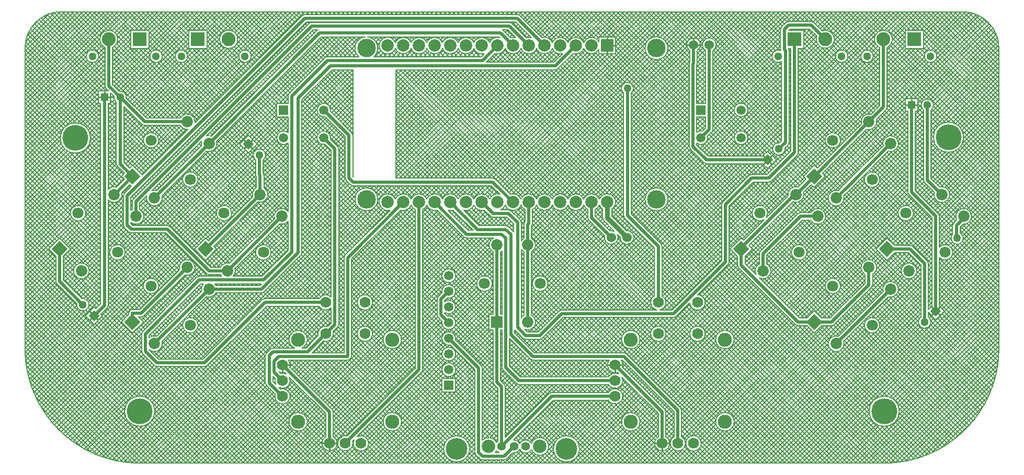
<source format=gtl>
G04*
G04 #@! TF.GenerationSoftware,Altium Limited,Altium Designer,23.7.1 (13)*
G04*
G04 Layer_Physical_Order=1*
G04 Layer_Color=255*
%FSLAX44Y44*%
%MOMM*%
G71*
G04*
G04 #@! TF.SameCoordinates,F0151953-7860-4C4B-BC48-228A45E59CF9*
G04*
G04*
G04 #@! TF.FilePolarity,Positive*
G04*
G01*
G75*
%ADD12C,0.2540*%
%ADD21P,2.6163X4X90.0*%
%ADD22C,1.8500*%
%ADD23C,1.8000*%
%ADD28R,1.8500X1.8500*%
%ADD39C,0.2032*%
%ADD40C,0.5080*%
%ADD41C,0.7620*%
%ADD42R,2.0000X2.0000*%
%ADD43C,2.0000*%
%ADD44C,3.0000*%
%ADD45C,4.1910*%
%ADD46C,1.7780*%
%ADD47C,1.3000*%
%ADD48C,2.2500*%
%ADD49C,1.4224*%
%ADD50C,1.5080*%
%ADD51C,1.5240*%
%ADD52C,2.1844*%
%ADD53C,3.5160*%
%ADD54R,1.5080X1.5080*%
%ADD55P,1.8385X4X180.0*%
%ADD56R,1.3000X1.3000*%
%ADD57C,2.2860*%
%ADD58R,2.2500X2.2500*%
%ADD59R,1.5000X1.5000*%
%ADD60C,1.5000*%
%ADD61P,1.8385X4X270.0*%
%ADD62C,1.2700*%
D12*
X1628140Y673100D02*
Y682140D01*
Y673100D02*
X1637180D01*
X1619100D02*
X1628140D01*
X1275080Y770890D02*
Y781050D01*
X1264920Y770890D02*
X1275080D01*
X1285240D01*
X1135380Y769620D02*
Y782160D01*
Y769620D02*
X1147920D01*
X1135380Y757080D02*
Y769620D01*
X1388730Y590502D02*
X1395122Y584110D01*
X1401514Y590502D01*
X1395122Y584110D02*
X1401514Y577717D01*
X1388730D02*
X1395122Y584110D01*
X1667082Y339180D02*
X1673474Y345573D01*
X1667082Y339180D02*
X1673474Y332788D01*
X1660690D02*
X1667082Y339180D01*
X1660690Y345573D02*
X1667082Y339180D01*
X1148080Y251460D02*
X1159510D01*
X1148080Y240030D02*
Y251460D01*
X1136650D02*
X1148080D01*
X1212850Y124460D02*
X1224280D01*
X1235710D01*
X1224280Y113030D02*
Y124460D01*
X321310Y685800D02*
X330350D01*
X321310D02*
Y694840D01*
X312270Y685800D02*
X321310D01*
X547899Y616173D02*
X554291Y609780D01*
X560684Y616173D01*
X554291Y609780D02*
X560684Y603388D01*
X547899D02*
X554291Y609780D01*
X609600Y251460D02*
X621030D01*
X685800Y124460D02*
X697230D01*
X674370D02*
X685800D01*
Y113030D02*
Y124460D01*
X609600Y240030D02*
Y251460D01*
X304372Y331380D02*
X310765Y324987D01*
X297980Y337772D02*
X304372Y331380D01*
X297980Y324987D02*
X304372Y331380D01*
D21*
X484981Y439573D02*
D03*
X366870Y321464D02*
D03*
Y557684D02*
D03*
X1470500Y321464D02*
D03*
Y557684D02*
D03*
X1352390Y439573D02*
D03*
X1588611D02*
D03*
X248761D02*
D03*
D22*
X573369Y527962D02*
D03*
X520336Y404218D02*
D03*
X608724Y492607D02*
D03*
X1006710Y446040D02*
D03*
Y321040D02*
D03*
X956710Y446040D02*
D03*
X402226Y286108D02*
D03*
X455258Y409852D02*
D03*
X490614Y374497D02*
D03*
X490614Y610717D02*
D03*
X402226Y522328D02*
D03*
X455258Y646072D02*
D03*
X1558888Y409852D02*
D03*
X1505856Y286108D02*
D03*
X1594244Y374497D02*
D03*
X1558888Y646072D02*
D03*
X1505856Y522328D02*
D03*
X1594244Y610717D02*
D03*
X1440779Y527962D02*
D03*
X1387746Y404218D02*
D03*
X1476134Y492607D02*
D03*
X1676999Y527962D02*
D03*
X1623966Y404218D02*
D03*
X1712354Y492607D02*
D03*
X372504D02*
D03*
X284116Y404218D02*
D03*
X337149Y527962D02*
D03*
D23*
X515033Y497910D02*
D03*
X578672Y434270D02*
D03*
X1026710Y383540D02*
D03*
X936710D02*
D03*
X460562Y316160D02*
D03*
X396922Y379800D02*
D03*
X460562Y552380D02*
D03*
X396922Y616020D02*
D03*
X1500552Y379800D02*
D03*
X1564192Y316160D02*
D03*
X1500552Y616020D02*
D03*
X1564192Y552380D02*
D03*
X1382443Y497910D02*
D03*
X1446082Y434270D02*
D03*
X1618663Y497910D02*
D03*
X1682302Y434270D02*
D03*
X342452D02*
D03*
X278813Y497910D02*
D03*
D28*
X956710Y321040D02*
D03*
D39*
X1769364Y765810D02*
G03*
X1710690Y824484I-58674J0D01*
G01*
X1668976Y752280D02*
G03*
X1668976Y752280I-10056J0D01*
G01*
D02*
G03*
X1668976Y752280I-10056J0D01*
G01*
X1588516Y766287D02*
G03*
X1597226Y779780I-6096J13493D01*
G01*
D02*
G03*
X1576324Y766287I-14806J0D01*
G01*
X1524996Y752280D02*
G03*
X1524996Y752280I-10056J0D01*
G01*
D02*
G03*
X1524996Y752280I-10056J0D01*
G01*
X1565976D02*
G03*
X1565976Y752280I-10056J0D01*
G01*
D02*
G03*
X1565976Y752280I-10056J0D01*
G01*
X1659636Y665102D02*
G03*
X1663596Y673100I-6096J7998D01*
G01*
D02*
G03*
X1647444Y665102I-10056J0D01*
G01*
X1586730Y665293D02*
G03*
X1588516Y669603I-4311J4311D01*
G01*
X1586730Y665293D02*
G03*
X1588516Y669603I-4311J4311D01*
G01*
X1469890Y806951D02*
G03*
X1465580Y808736I-4311J-4311D01*
G01*
X1469890Y806951D02*
G03*
X1465580Y808736I-4311J-4311D01*
G01*
X1503246Y779780D02*
G03*
X1483210Y793631I-14806J0D01*
G01*
X1474589Y785010D02*
G03*
X1503246Y779780I13851J-5230D01*
G01*
X1428750Y808736D02*
G03*
X1424440Y806951I0J-6096D01*
G01*
X1428750Y808736D02*
G03*
X1424440Y806951I0J-6096D01*
G01*
X1417581Y800092D02*
G03*
X1415796Y795782I4311J-4311D01*
G01*
X1417581Y800092D02*
G03*
X1415796Y795782I4311J-4311D01*
G01*
X1429766Y761746D02*
G03*
X1428841Y764974I-6096J0D01*
G01*
X1429766Y761746D02*
G03*
X1428841Y764974I-6096J0D01*
G01*
X1415796Y763524D02*
G03*
X1416178Y761399I6096J0D01*
G01*
Y761399D02*
G03*
X1417574Y743951I-4239J-9119D01*
G01*
X1415796Y763524D02*
G03*
X1416178Y761399I6096J0D01*
G01*
Y761399D02*
G03*
X1417574Y743951I-4239J-9119D01*
G01*
X1712341Y621030D02*
G03*
X1712341Y621030I-24511J0D01*
G01*
X1647444Y551421D02*
G03*
X1649229Y547110I6096J0D01*
G01*
X1647444Y551421D02*
G03*
X1649229Y547110I6096J0D01*
G01*
X1571694Y646072D02*
G03*
X1571162Y649725I-12806J0D01*
G01*
X1607050Y610717D02*
G03*
X1585188Y619772I-12806J0D01*
G01*
D02*
G03*
X1581970Y607064I9055J-9055D01*
G01*
X1603299Y601661D02*
G03*
X1607050Y610717I-9055J9055D01*
G01*
X1590591Y598443D02*
G03*
X1603299Y601661I3653J12274D01*
G01*
X1573070Y543502D02*
G03*
X1576748Y552380I-8878J8878D01*
G01*
X1573070Y543502D02*
G03*
X1576748Y552380I-8878J8878D01*
G01*
X1721409Y483551D02*
G03*
X1725160Y492607I-9055J9055D01*
G01*
D02*
G03*
X1703299Y501662I-12806J0D01*
G01*
D02*
G03*
X1700978Y486726I9055J-9055D01*
G01*
X1711335Y479841D02*
G03*
X1721409Y483551I1019J12765D01*
G01*
X1711706Y457200D02*
G03*
X1706626Y465851I-9906J0D01*
G01*
X1696219Y481968D02*
G03*
X1694434Y477657I4311J-4311D01*
G01*
X1696219Y481968D02*
G03*
X1694434Y477657I4311J-4311D01*
G01*
X1689805Y527962D02*
G03*
X1673346Y540236I-12806J0D01*
G01*
X1664725Y531615D02*
G03*
X1686054Y518907I12274J-3653D01*
G01*
D02*
G03*
X1689805Y527962I-9055J9055D01*
G01*
X1622044Y532130D02*
G03*
X1623829Y527820I6096J0D01*
G01*
X1622044Y532130D02*
G03*
X1623829Y527820I6096J0D01*
G01*
X1673178Y493188D02*
G03*
X1671393Y497498I-6096J0D01*
G01*
X1673178Y493188D02*
G03*
X1671393Y497498I-6096J0D01*
G01*
X1627541Y489031D02*
G03*
X1631219Y497910I-8878J8878D01*
G01*
D02*
G03*
X1609784Y506788I-12556J0D01*
G01*
X1631219Y497910D02*
G03*
X1609784Y506788I-12556J0D01*
G01*
X1627541Y489031D02*
G03*
X1631219Y497910I-8878J8878D01*
G01*
X1609784Y506788D02*
G03*
X1627541Y489031I8878J-8878D01*
G01*
X1609784Y506788D02*
G03*
X1627541Y489031I8878J-8878D01*
G01*
X1567944Y637017D02*
G03*
X1571694Y646072I-9055J9055D01*
G01*
X1562541Y658346D02*
G03*
X1549833Y655127I-3653J-12274D01*
G01*
D02*
G03*
X1546615Y642419I9055J-9055D01*
G01*
X1555235Y633798D02*
G03*
X1567944Y637017I3653J12274D01*
G01*
X1513108Y616020D02*
G03*
X1491674Y624898I-12556J0D01*
G01*
X1513108Y616020D02*
G03*
X1491674Y624898I-12556J0D01*
G01*
D02*
G03*
X1509431Y607142I8878J-8878D01*
G01*
X1491674Y624898D02*
G03*
X1509431Y607142I8878J-8878D01*
G01*
D02*
G03*
X1513108Y616020I-8878J8878D01*
G01*
X1509431Y607142D02*
G03*
X1513108Y616020I-8878J8878D01*
G01*
X1427980Y608348D02*
G03*
X1429766Y612658I-4311J4311D01*
G01*
X1442750Y591611D02*
G03*
X1444536Y595922I-4311J4311D01*
G01*
X1442750Y591611D02*
G03*
X1444536Y595922I-4311J4311D01*
G01*
X1427980Y608348D02*
G03*
X1429766Y612658I-4311J4311D01*
G01*
X1423138Y602070D02*
G03*
X1423048Y603415I-10056J0D01*
G01*
X1405972Y609181D02*
G03*
X1420193Y594960I7111J-7111D01*
G01*
D02*
G03*
X1423138Y602070I-7111J7111D01*
G01*
X1576748Y552380D02*
G03*
X1555314Y561259I-12556J0D01*
G01*
X1576748Y552380D02*
G03*
X1555314Y561259I-12556J0D01*
G01*
D02*
G03*
X1573070Y543502I8878J-8878D01*
G01*
X1555314Y561259D02*
G03*
X1573070Y543502I8878J-8878D01*
G01*
X1509509Y534602D02*
G03*
X1496801Y531383I-3653J-12274D01*
G01*
X1518662Y522328D02*
G03*
X1518130Y525981I-12806J0D01*
G01*
X1514911Y513273D02*
G03*
X1518662Y522328I-9055J9055D01*
G01*
X1496801Y531383D02*
G03*
X1514911Y513273I9055J-9055D01*
G01*
X1485189Y483551D02*
G03*
X1488940Y492607I-9055J9055D01*
G01*
D02*
G03*
X1467079Y501662I-12806J0D01*
G01*
X1464872Y486511D02*
G03*
X1485189Y483551I11262J6096D01*
G01*
X1444547Y540201D02*
G03*
X1431724Y537017I-3768J-12239D01*
G01*
D02*
G03*
X1428104Y526135I9055J-9055D01*
G01*
X1453585Y527962D02*
G03*
X1453087Y531499I-12806J0D01*
G01*
X1449834Y518907D02*
G03*
X1453585Y527962I-9055J9055D01*
G01*
X1435504Y516293D02*
G03*
X1449834Y518907I5275J11669D01*
G01*
X1467079Y501662D02*
G03*
X1464872Y498703I9055J-9055D01*
G01*
X1448298D02*
G03*
X1443988Y496917I0J-6096D01*
G01*
X1448298Y498703D02*
G03*
X1443988Y496917I0J-6096D01*
G01*
X1311656Y770890D02*
G03*
X1294384Y761523I-11176J0D01*
G01*
X1306576D02*
G03*
X1311656Y770890I-6096J9367D01*
G01*
X1281176Y761523D02*
G03*
X1286256Y770890I-6096J9367D01*
G01*
D02*
G03*
X1268984Y761523I-11176J0D01*
G01*
X1233536Y765420D02*
G03*
X1233536Y765420I-18556J0D01*
G01*
D02*
G03*
X1233536Y765420I-18556J0D01*
G01*
X1097280Y774361D02*
G03*
X1071880Y774361I-12700J-4741D01*
G01*
X1121824Y776214D02*
G03*
X1097280Y774361I-11844J-6594D01*
G01*
Y764879D02*
G03*
X1121824Y763026I12700J4741D01*
G01*
X1080329Y756748D02*
G03*
X1097280Y764879I4251J12872D01*
G01*
X1280414Y738221D02*
G03*
X1281176Y741172I-5334J2951D01*
G01*
X1268984Y743361D02*
G03*
X1268222Y740410I5334J-2951D01*
G01*
X1268984Y743361D02*
G03*
X1268222Y740410I5334J-2951D01*
G01*
X1280414Y738221D02*
G03*
X1281176Y741172I-5334J2951D01*
G01*
X1173988Y692470D02*
G03*
X1177798Y700278I-6096J7808D01*
G01*
D02*
G03*
X1161796Y692470I-9906J0D01*
G01*
X1012133Y782646D02*
G03*
X1004129Y782492I-3752J-13026D01*
G01*
X993641Y818381D02*
G03*
X989330Y820166I-4311J-4311D01*
G01*
X993641Y818381D02*
G03*
X989330Y820166I-4311J-4311D01*
G01*
X986733Y782646D02*
G03*
X978729Y782492I-3752J-13026D01*
G01*
X980940Y805680D02*
G03*
X976630Y807466I-4311J-4311D01*
G01*
X980940Y805680D02*
G03*
X976630Y807466I-4311J-4311D01*
G01*
X966971Y794250D02*
G03*
X965611Y795274I-4311J-4311D01*
G01*
X966971Y794250D02*
G03*
X965611Y795274I-4311J-4311D01*
G01*
X961333Y782646D02*
G03*
X944880Y774361I-3752J-13026D01*
G01*
D02*
G03*
X919480Y774361I-12700J-4741D01*
G01*
X1046480Y764879D02*
G03*
X1062933Y756594I12700J4741D01*
G01*
X1071880Y774361D02*
G03*
X1046480Y774361I-12700J-4741D01*
G01*
X1051560Y730504D02*
G03*
X1055871Y732290I0J6096D01*
G01*
X1021080Y764879D02*
G03*
X1046480Y764879I12700J4741D01*
G01*
Y774361D02*
G03*
X1029529Y782492I-12700J-4741D01*
G01*
X995680Y764879D02*
G03*
X1021080Y764879I12700J4741D01*
G01*
X970280D02*
G03*
X995680Y764879I12700J4741D01*
G01*
X953329Y756748D02*
G03*
X970280Y764879I4251J12872D01*
G01*
X919480D02*
G03*
X935933Y756594I12700J4741D01*
G01*
X1051560Y730504D02*
G03*
X1055871Y732290I0J6096D01*
G01*
X1414427Y612036D02*
G03*
X1405972Y609181I-1345J-9966D01*
G01*
X1363086Y620120D02*
G03*
X1363086Y620120I-11056J0D01*
G01*
Y665120D02*
G03*
X1363086Y665120I-11056J0D01*
G01*
X1304790Y629259D02*
G03*
X1306576Y633570I-4311J4311D01*
G01*
X1304790Y629259D02*
G03*
X1306576Y633570I-4311J4311D01*
G01*
X1298086Y620120D02*
G03*
X1297863Y622332I-11056J0D01*
G01*
X1291688Y579799D02*
G03*
X1295998Y578014I4311J4311D01*
G01*
X1291688Y579799D02*
G03*
X1295998Y578014I4311J4311D01*
G01*
X1280414Y611262D02*
G03*
X1298086Y620120I6616J8858D01*
G01*
X1289242Y630953D02*
G03*
X1280414Y628978I-2211J-10833D01*
G01*
X1268222Y605790D02*
G03*
X1270007Y601479I6096J0D01*
G01*
X1268222Y605790D02*
G03*
X1270007Y601479I6096J0D01*
G01*
X1397000Y548386D02*
G03*
X1401310Y550172I0J6096D01*
G01*
X1397000Y548386D02*
G03*
X1401310Y550172I0J6096D01*
G01*
X1369314Y560578D02*
G03*
X1365004Y558792I0J-6096D01*
G01*
X1369314Y560578D02*
G03*
X1365004Y558792I0J-6096D01*
G01*
X1392841Y490872D02*
G03*
X1394999Y497910I-10399J7037D01*
G01*
D02*
G03*
X1373564Y506788I-12556J0D01*
G01*
X1394999Y497910D02*
G03*
X1373564Y506788I-12556J0D01*
G01*
X1392841Y490872D02*
G03*
X1394999Y497910I-10399J7037D01*
G01*
X1373564Y506788D02*
G03*
X1389480Y487511I8878J-8878D01*
G01*
X1373564Y506788D02*
G03*
X1389480Y487511I8878J-8878D01*
G01*
X1322332Y516120D02*
G03*
X1320546Y511810I4311J-4311D01*
G01*
X1322332Y516120D02*
G03*
X1320546Y511810I4311J-4311D01*
G01*
X1233536Y520320D02*
G03*
X1233536Y520320I-18556J0D01*
G01*
D02*
G03*
X1233536Y520320I-18556J0D01*
G01*
X1142746Y504240D02*
G03*
X1148936Y515620I-7366J11380D01*
G01*
D02*
G03*
X1122680Y520361I-13556J0D01*
G01*
Y510879D02*
G03*
X1128014Y504240I12700J4741D01*
G01*
X1097280Y510879D02*
G03*
X1103884Y503512I12700J4741D01*
G01*
X1122680Y520361D02*
G03*
X1097280Y520361I-12700J-4741D01*
G01*
X1116076Y503512D02*
G03*
X1122680Y510879I-6096J12108D01*
G01*
X954525Y552696D02*
G03*
X950214Y554482I-4311J-4311D01*
G01*
X954525Y552696D02*
G03*
X950214Y554482I-4311J-4311D01*
G01*
X1071880Y520361D02*
G03*
X1046480Y520361I-12700J-4741D01*
G01*
D02*
G03*
X1021080Y520361I-12700J-4741D01*
G01*
X1097280D02*
G03*
X1071880Y520361I-12700J-4741D01*
G01*
X1021080D02*
G03*
X995680Y520361I-12700J-4741D01*
G01*
D02*
G03*
X978729Y528492I-12700J-4741D01*
G01*
X961333Y528646D02*
G03*
X944880Y520361I-3752J-13026D01*
G01*
D02*
G03*
X919480Y520361I-12700J-4741D01*
G01*
Y510879D02*
G03*
X936431Y502748I12700J4741D01*
G01*
X1046480Y510879D02*
G03*
X1071880Y510879I12700J4741D01*
G01*
X1021080D02*
G03*
X1046480Y510879I12700J4741D01*
G01*
X1014476Y503512D02*
G03*
X1021080Y510879I-6096J12108D01*
G01*
X995680D02*
G03*
X1002284Y503512I12700J4741D01*
G01*
X1071880Y510879D02*
G03*
X1097280Y510879I12700J4741D01*
G01*
X963506Y503428D02*
G03*
X970280Y510879I-5926J12192D01*
G01*
X979670Y501642D02*
G03*
X975360Y503428I-4311J-4311D01*
G01*
X970280Y510879D02*
G03*
X995680Y510879I12700J4741D01*
G01*
X979670Y501642D02*
G03*
X975360Y503428I-4311J-4311D01*
G01*
X1161796Y494030D02*
G03*
X1163581Y489720I6096J0D01*
G01*
X1161796Y494030D02*
G03*
X1163581Y489720I6096J0D01*
G01*
X1178306Y458470D02*
G03*
X1166395Y469622I-11176J0D01*
G01*
X1146706Y468477D02*
G03*
X1139417Y469404I-4976J-10007D01*
G01*
X1152906Y458470D02*
G03*
X1151737Y463446I-11176J0D01*
G01*
X1128014Y490220D02*
G03*
X1130172Y485011I7366J0D01*
G01*
X1128014Y490220D02*
G03*
X1130172Y485011I7366J0D01*
G01*
X1103884Y490220D02*
G03*
X1105669Y485910I6096J0D01*
G01*
X1103884Y490220D02*
G03*
X1105669Y485910I6096J0D01*
G01*
X1012806Y477284D02*
G03*
X1014476Y481476I-4426J4192D01*
G01*
X1012806Y477284D02*
G03*
X1014476Y481476I-4426J4192D01*
G01*
X946158Y493022D02*
G03*
X950468Y491236I4311J4311D01*
G01*
X946158Y493022D02*
G03*
X950468Y491236I4311J4311D01*
G01*
X1002284Y483998D02*
G03*
X1000614Y479806I4426J-4192D01*
G01*
X1002284Y483998D02*
G03*
X1000614Y479806I4426J-4192D01*
G01*
X996188Y482600D02*
G03*
X994402Y486911I-6096J0D01*
G01*
X996188Y482600D02*
G03*
X994402Y486911I-6096J0D01*
G01*
X975607Y475734D02*
G03*
X971296Y477520I-4311J-4311D01*
G01*
X975607Y475734D02*
G03*
X971296Y477520I-4311J-4311D01*
G01*
X1694434Y463824D02*
G03*
X1711706Y457200I7366J-6623D01*
G01*
X1694858Y434270D02*
G03*
X1673423Y443149I-12556J0D01*
G01*
X1694858Y434270D02*
G03*
X1673423Y443149I-12556J0D01*
G01*
X1691180Y425392D02*
G03*
X1694858Y434270I-8878J8878D01*
G01*
X1691180Y425392D02*
G03*
X1694858Y434270I-8878J8878D01*
G01*
X1673178Y425644D02*
G03*
X1691180Y425392I9124J8626D01*
G01*
X1673178Y425644D02*
G03*
X1691180Y425392I9124J8626D01*
G01*
X1655218Y416051D02*
G03*
X1653432Y420362I-6096J0D01*
G01*
X1629910Y443884D02*
G03*
X1625600Y445669I-4311J-4311D01*
G01*
X1629910Y443884D02*
G03*
X1625600Y445669I-4311J-4311D01*
G01*
X1655218Y416051D02*
G03*
X1653432Y420362I-6096J0D01*
G01*
X1571694Y409852D02*
G03*
X1549833Y418907I-12806J0D01*
G01*
X1636772Y404218D02*
G03*
X1614910Y413273I-12806J0D01*
G01*
X1567944Y400797D02*
G03*
X1571694Y409852I-9055J9055D01*
G01*
X1614910Y413273D02*
G03*
X1633021Y395163I9055J-9055D01*
G01*
D02*
G03*
X1636772Y404218I-9055J9055D01*
G01*
X1549833Y418907D02*
G03*
X1552792Y398590I9055J-9055D01*
G01*
X1607050Y374497D02*
G03*
X1585189Y383552I-12806J0D01*
G01*
X1564984Y398590D02*
G03*
X1567944Y400797I-6096J11262D01*
G01*
X1513108Y379800D02*
G03*
X1491674Y388679I-12556J0D01*
G01*
X1513108Y379800D02*
G03*
X1491674Y388679I-12556J0D01*
G01*
D02*
G03*
X1509431Y370922I8878J-8878D01*
G01*
X1491674Y388679D02*
G03*
X1509431Y370922I8878J-8878D01*
G01*
X1454960Y425392D02*
G03*
X1458638Y434270I-8878J8878D01*
G01*
D02*
G03*
X1437204Y443149I-12556J0D01*
G01*
X1454960Y425392D02*
G03*
X1458638Y434270I-8878J8878D01*
G01*
D02*
G03*
X1437204Y443149I-12556J0D01*
G01*
D02*
G03*
X1454960Y425392I8878J-8878D01*
G01*
X1437204Y443149D02*
G03*
X1454960Y425392I8878J-8878D01*
G01*
X1400552Y404218D02*
G03*
X1393842Y415480I-12806J0D01*
G01*
X1383435Y436365D02*
G03*
X1381650Y432054I4311J-4311D01*
G01*
X1383435Y436365D02*
G03*
X1381650Y432054I4311J-4311D01*
G01*
Y415480D02*
G03*
X1378690Y413273I6096J-11262D01*
G01*
X1346295Y413671D02*
G03*
X1348080Y409361I6096J0D01*
G01*
X1346295Y413671D02*
G03*
X1348080Y409361I6096J0D01*
G01*
X1330952Y414282D02*
G03*
X1332738Y418592I-4311J4311D01*
G01*
X1330952Y414282D02*
G03*
X1332738Y418592I-4311J4311D01*
G01*
X1396801Y395163D02*
G03*
X1400552Y404218I-9055J9055D01*
G01*
X1381815Y392868D02*
G03*
X1396801Y395163I5931J11350D01*
G01*
X1378690Y413273D02*
G03*
X1376396Y398287I9055J-9055D01*
G01*
X1603299Y365441D02*
G03*
X1607050Y374497I-9055J9055D01*
G01*
X1590591Y362223D02*
G03*
X1603299Y365441I3653J12274D01*
G01*
X1585189Y383552D02*
G03*
X1581970Y370844I9055J-9055D01*
G01*
X1659178Y321220D02*
G03*
X1655218Y329217I-10056J0D01*
G01*
X1656233Y314109D02*
G03*
X1659178Y321220I-7111J7111D01*
G01*
X1643026Y329217D02*
G03*
X1642011Y328330I6096J-7998D01*
G01*
X1576748Y316160D02*
G03*
X1555314Y325039I-12556J0D01*
G01*
X1576748Y316160D02*
G03*
X1555314Y325039I-12556J0D01*
G01*
X1642011Y328330D02*
G03*
X1656233Y314109I7111J-7111D01*
G01*
X1573070Y307282D02*
G03*
X1576748Y316160I-8878J8878D01*
G01*
X1573070Y307282D02*
G03*
X1576748Y316160I-8878J8878D01*
G01*
X1555314Y325039D02*
G03*
X1573070Y307282I8878J-8878D01*
G01*
X1555314Y325039D02*
G03*
X1573070Y307282I8878J-8878D01*
G01*
X1563199Y377288D02*
G03*
X1564984Y381598I-4311J4311D01*
G01*
X1563199Y377288D02*
G03*
X1564984Y381598I-4311J4311D01*
G01*
X1509431Y370922D02*
G03*
X1513108Y379800I-8878J8878D01*
G01*
X1509431Y370922D02*
G03*
X1513108Y379800I-8878J8878D01*
G01*
X1498754Y315368D02*
G03*
X1503065Y317153I0J6096D01*
G01*
X1498754Y315368D02*
G03*
X1503065Y317153I0J6096D01*
G01*
X1509509Y298382D02*
G03*
X1496801Y295163I-3653J-12274D01*
G01*
X1583690Y92456D02*
G03*
X1769364Y278130I0J185674D01*
G01*
X1514911Y277053D02*
G03*
X1518662Y286108I-9055J9055D01*
G01*
D02*
G03*
X1518130Y289761I-12806J0D01*
G01*
X1496801Y295163D02*
G03*
X1514911Y277053I9055J-9055D01*
G01*
X1608201Y176530D02*
G03*
X1608201Y176530I-24511J0D01*
G01*
X1440287Y317153D02*
G03*
X1444598Y315368I4311J4311D01*
G01*
X1440287Y317153D02*
G03*
X1444598Y315368I4311J4311D01*
G01*
X1340866Y292735D02*
G03*
X1340866Y292735I-14986J0D01*
G01*
Y159385D02*
G03*
X1340866Y159385I-14986J0D01*
G01*
X1293876Y353060D02*
G03*
X1282156Y365485I-12446J0D01*
G01*
X1269005Y352334D02*
G03*
X1293876Y353060I12425J726D01*
G01*
X1242822Y328676D02*
G03*
X1247132Y330462I0J6096D01*
G01*
X1293876Y302260D02*
G03*
X1293876Y302260I-12446J0D01*
G01*
X1242822Y328676D02*
G03*
X1247132Y330462I0J6096D01*
G01*
X1255776Y177800D02*
G03*
X1253990Y182111I-6096J0D01*
G01*
X1255776Y177800D02*
G03*
X1253990Y182111I-6096J0D01*
G01*
X1287526Y124460D02*
G03*
X1287526Y124460I-12446J0D01*
G01*
X1262126D02*
G03*
X1255776Y135311I-12446J0D01*
G01*
X1243584D02*
G03*
X1262126Y124460I6096J-10851D01*
G01*
X1224026Y443992D02*
G03*
X1222241Y448302I-6096J0D01*
G01*
X1224026Y443992D02*
G03*
X1222241Y448302I-6096J0D01*
G01*
X1211834Y363911D02*
G03*
X1215428Y340868I6096J-10851D01*
G01*
X1230376Y353060D02*
G03*
X1224026Y363911I-12446J0D01*
G01*
X1220432Y340868D02*
G03*
X1230376Y353060I-2502J12192D01*
G01*
X1155978Y459205D02*
G03*
X1178306Y458470I11152J-735D01*
G01*
X1130796Y460783D02*
G03*
X1152906Y458470I10934J-2313D01*
G01*
X1061466Y340868D02*
G03*
X1057156Y339082I0J-6096D01*
G01*
X1061466Y340868D02*
G03*
X1057156Y339082I0J-6096D01*
G01*
X1039266Y383540D02*
G03*
X1039266Y383540I-12556J0D01*
G01*
D02*
G03*
X1039266Y383540I-12556J0D01*
G01*
X1019516Y321040D02*
G03*
X1012806Y332302I-12806J0D01*
G01*
X1230376Y302260D02*
G03*
X1230376Y302260I-12446J0D01*
G01*
X1166360Y269741D02*
G03*
X1162050Y271526I-4311J-4311D01*
G01*
X1166360Y269741D02*
G03*
X1162050Y271526I-4311J-4311D01*
G01*
X1188466Y292735D02*
G03*
X1188466Y292735I-14986J0D01*
G01*
X1138441Y259334D02*
G03*
X1151442Y239477I9639J-7874D01*
G01*
X1025906Y293116D02*
G03*
X1030217Y294902I0J6096D01*
G01*
X1025906Y293116D02*
G03*
X1030217Y294902I0J6096D01*
G01*
X1012806Y434778D02*
G03*
X1019516Y446040I-6096J11262D01*
G01*
D02*
G03*
X1012806Y457302I-12806J0D01*
G01*
X996188Y438741D02*
G03*
X1000614Y434778I10522J7299D01*
G01*
Y457302D02*
G03*
X996188Y453339I6096J-11262D01*
G01*
X962806Y434778D02*
G03*
X964946Y436234I-6096J11262D01*
G01*
X951432Y457708D02*
G03*
X950614Y434778I5278J-11668D01*
G01*
X949266Y383540D02*
G03*
X949266Y383540I-12556J0D01*
G01*
D02*
G03*
X949266Y383540I-12556J0D01*
G01*
X1000614Y332302D02*
G03*
X996188Y328339I6096J-11262D01*
G01*
X1002002Y309131D02*
G03*
X1019516Y321040I4708J11909D01*
G01*
X998989Y294902D02*
G03*
X1003300Y293116I4311J4311D01*
G01*
X998989Y294902D02*
G03*
X1003300Y293116I4311J4311D01*
G01*
X1011088Y261119D02*
G03*
X1015398Y259334I4311J4311D01*
G01*
X1011088Y261119D02*
G03*
X1015398Y259334I4311J4311D01*
G01*
X1160063Y248098D02*
G03*
X1160526Y251460I-11983J3362D01*
G01*
D02*
G03*
X1157719Y259334I-12446J0D01*
G01*
X1137229Y219964D02*
G03*
X1160526Y226060I10851J6096D01*
G01*
X1153811Y237108D02*
G03*
X1137229Y232156I-5731J-11048D01*
G01*
X1160526Y226060D02*
G03*
X1159128Y231791I-12446J0D01*
G01*
X1230376Y175260D02*
G03*
X1228590Y179571I-6096J0D01*
G01*
X1230376Y175260D02*
G03*
X1228590Y179571I-6096J0D01*
G01*
X1160526Y200660D02*
G03*
X1137229Y206756I-12446J0D01*
G01*
Y194564D02*
G03*
X1160526Y200660I10851J6096D01*
G01*
X1045530Y206756D02*
G03*
X1041219Y204970I0J-6096D01*
G01*
X1045530Y206756D02*
G03*
X1041219Y204970I0J-6096D01*
G01*
X1236726Y124460D02*
G03*
X1230376Y135311I-12446J0D01*
G01*
X1218184D02*
G03*
X1236726Y124460I6096J-10851D01*
G01*
X1188466Y159385D02*
G03*
X1188466Y159385I-14986J0D01*
G01*
X1090476Y115570D02*
G03*
X1090476Y115570I-21136J0D01*
G01*
X988067Y221749D02*
G03*
X992378Y219964I4311J4311D01*
G01*
X988067Y221749D02*
G03*
X992378Y219964I4311J4311D01*
G01*
X964946Y247396D02*
G03*
X966731Y243085I6096J0D01*
G01*
X964946Y247396D02*
G03*
X966731Y243085I6096J0D01*
G01*
X950614Y223948D02*
G03*
X952399Y219638I6096J0D01*
G01*
X933196Y246380D02*
G03*
X931411Y250690I-6096J0D01*
G01*
X933196Y246380D02*
G03*
X931411Y250690I-6096J0D01*
G01*
X950614Y223948D02*
G03*
X952399Y219638I6096J0D01*
G01*
X970346Y216408D02*
G03*
X968561Y220718I-6096J0D01*
G01*
X970346Y216408D02*
G03*
X968561Y220718I-6096J0D01*
G01*
X1040728Y119380D02*
G03*
X1012667Y124392I-14478J0D01*
G01*
Y114368D02*
G03*
X1040728Y119380I13583J5013D01*
G01*
X993750Y114527D02*
G03*
X1012667Y114368I9500J4853D01*
G01*
Y124392D02*
G03*
X993750Y124233I-9417J-5013D01*
G01*
X958154Y128135D02*
G03*
X956031Y126181I6096J-8755D01*
G01*
X993750Y124233D02*
G03*
X983514Y130022I-9500J-4853D01*
G01*
X982370Y108879D02*
G03*
X993750Y114527I1880J10501D01*
G01*
X956031Y112579D02*
G03*
X960291Y109474I8219J6801D01*
G01*
X953808D02*
G03*
X956031Y112579I-10559J9906D01*
G01*
Y126181D02*
G03*
X933196Y129798I-12781J-6801D01*
G01*
X921004Y109728D02*
G03*
X922790Y105417I6096J0D01*
G01*
X921004Y109728D02*
G03*
X922790Y105417I6096J0D01*
G01*
X968248Y97282D02*
G03*
X972559Y99067I0J6096D01*
G01*
X968248Y97282D02*
G03*
X972559Y99067I0J6096D01*
G01*
X929139D02*
G03*
X933450Y97282I4311J4311D01*
G01*
X929139Y99067D02*
G03*
X933450Y97282I4311J4311D01*
G01*
X919480Y774361D02*
G03*
X894080Y774361I-12700J-4741D01*
G01*
Y764879D02*
G03*
X919480Y764879I12700J4741D01*
G01*
X894080Y774361D02*
G03*
X868680Y774361I-12700J-4741D01*
G01*
D02*
G03*
X843280Y774361I-12700J-4741D01*
G01*
D02*
G03*
X817880Y774361I-12700J-4741D01*
G01*
D02*
G03*
X792480Y774361I-12700J-4741D01*
G01*
Y764879D02*
G03*
X817880Y764879I12700J4741D01*
G01*
X868680D02*
G03*
X894080Y764879I12700J4741D01*
G01*
X843280D02*
G03*
X868680Y764879I12700J4741D01*
G01*
X817880D02*
G03*
X843280Y764879I12700J4741D01*
G01*
X764036Y765420D02*
G03*
X747690Y783844I-18556J0D01*
G01*
X656844Y807466D02*
G03*
X652533Y805680I0J-6096D01*
G01*
X645922Y820166D02*
G03*
X641611Y818381I0J-6096D01*
G01*
X645922Y820166D02*
G03*
X641611Y818381I0J-6096D01*
G01*
X666886Y795274D02*
G03*
X665527Y794250I2951J-5334D01*
G01*
X666886Y795274D02*
G03*
X665527Y794250I2951J-5334D01*
G01*
X656844Y807466D02*
G03*
X652533Y805680I0J-6096D01*
G01*
X792480Y774361D02*
G03*
X792480Y764879I-12700J-4741D01*
G01*
X764036Y765420D02*
G03*
X747690Y783844I-18556J0D01*
G01*
X757847Y751586D02*
G03*
X764036Y765420I-12367J13834D01*
G01*
X743271Y783844D02*
G03*
X733113Y751586I2209J-18424D01*
G01*
X757847D02*
G03*
X764036Y765420I-12367J13834D01*
G01*
X743271Y783844D02*
G03*
X733113Y751586I2209J-18424D01*
G01*
X723176Y730504D02*
G03*
X724154Y730583I0J6096D01*
G01*
X723176Y730504D02*
G03*
X724154Y730583I0J6096D01*
G01*
X681990Y751586D02*
G03*
X677680Y749800I0J-6096D01*
G01*
X681990Y751586D02*
G03*
X677680Y749800I0J-6096D01*
G01*
X723392Y624214D02*
G03*
X721607Y628524I-6096J0D01*
G01*
X723392Y624214D02*
G03*
X721607Y628524I-6096J0D01*
G01*
X711200Y554990D02*
G03*
X712986Y550680I6096J0D01*
G01*
X711200Y554990D02*
G03*
X712986Y550680I6096J0D01*
G01*
X719589Y544076D02*
G03*
X723900Y542290I4311J4311D01*
G01*
X719589Y544076D02*
G03*
X723900Y542290I4311J4311D01*
G01*
X903027Y502594D02*
G03*
X919480Y510879I3753J13026D01*
G01*
Y520361D02*
G03*
X894080Y520361I-12700J-4741D01*
G01*
D02*
G03*
X868680Y520361I-12700J-4741D01*
G01*
X843280Y510879D02*
G03*
X860231Y502748I12700J4741D01*
G01*
X868680Y520361D02*
G03*
X843280Y520361I-12700J-4741D01*
G01*
X877627Y502594D02*
G03*
X885631Y502748I3753J13026D01*
G01*
X764036Y520320D02*
G03*
X764036Y520320I-18556J0D01*
G01*
X836676Y503512D02*
G03*
X843280Y510879I-6096J12108D01*
G01*
Y520361D02*
G03*
X817880Y520361I-12700J-4741D01*
G01*
X800929Y502748D02*
G03*
X817880Y510879I4251J12872D01*
G01*
D02*
G03*
X824484Y503512I12700J4741D01*
G01*
X817880Y520361D02*
G03*
X792480Y520361I-12700J-4741D01*
G01*
D02*
G03*
X783533Y502594I-12700J-4741D01*
G01*
X764036Y520320D02*
G03*
X764036Y520320I-18556J0D01*
G01*
X687222Y662908D02*
G03*
X687446Y665120I-10833J2211D01*
G01*
D02*
G03*
X678601Y654287I-11056J0D01*
G01*
X687222Y617909D02*
G03*
X687446Y620120I-10833J2211D01*
G01*
X700532Y602074D02*
G03*
X698746Y606385I-6096J0D01*
G01*
X700532Y602074D02*
G03*
X698746Y606385I-6096J0D01*
G01*
X687446Y620120D02*
G03*
X678601Y609288I-11056J0D01*
G01*
X620275Y692396D02*
G03*
X618490Y688086I4311J-4311D01*
G01*
X620275Y692396D02*
G03*
X618490Y688086I4311J-4311D01*
G01*
Y628595D02*
G03*
X618490Y611645I-7100J-8475D01*
G01*
X617779Y483551D02*
G03*
X618490Y484323I-9055J9055D01*
G01*
Y500891D02*
G03*
X599669Y501662I-9766J-8284D01*
G01*
X605071Y480333D02*
G03*
X617779Y483551I3653J12274D01*
G01*
X537246Y779780D02*
G03*
X537246Y779780I-14806J0D01*
G01*
X558996Y752280D02*
G03*
X558996Y752280I-10056J0D01*
G01*
D02*
G03*
X558996Y752280I-10056J0D01*
G01*
X455996D02*
G03*
X455996Y752280I-10056J0D01*
G01*
X415016D02*
G03*
X415016Y752280I-10056J0D01*
G01*
X455996D02*
G03*
X455996Y752280I-10056J0D01*
G01*
X415016D02*
G03*
X415016Y752280I-10056J0D01*
G01*
X446203Y655127D02*
G03*
X443997Y652168I9055J-9055D01*
G01*
X468064Y646072D02*
G03*
X446203Y655127I-12806J0D01*
G01*
X467998Y644767D02*
G03*
X468064Y646072I-12739J1305D01*
G01*
X334556Y766287D02*
G03*
X343266Y779780I-6096J13493D01*
G01*
D02*
G03*
X322364Y766287I-14806J0D01*
G01*
X356676Y684455D02*
G03*
X356766Y685800I-9966J1345D01*
G01*
D02*
G03*
X345365Y695766I-10056J0D01*
G01*
X251460Y824484D02*
G03*
X192786Y765810I0J-58674D01*
G01*
X322364Y704050D02*
G03*
X324149Y699740I6096J0D01*
G01*
X322364Y704050D02*
G03*
X324149Y699740I6096J0D01*
G01*
X312016Y752280D02*
G03*
X312016Y752280I-10056J0D01*
G01*
D02*
G03*
X312016Y752280I-10056J0D01*
G01*
X336744Y687145D02*
G03*
X340614Y677802I9966J-1345D01*
G01*
X494267Y622990D02*
G03*
X487136Y623041I-3653J-12274D01*
G01*
X503420Y610717D02*
G03*
X502888Y614370I-12806J0D01*
G01*
X582308Y591820D02*
G03*
X579363Y598931I-10056J0D01*
G01*
D02*
G03*
X565142Y584709I-7111J-7111D01*
G01*
X578348Y583822D02*
G03*
X582308Y591820I-6096J7998D01*
G01*
X565142Y584709D02*
G03*
X566156Y583822I7111J7111D01*
G01*
X499669Y601661D02*
G03*
X503420Y610717I-9055J9055D01*
G01*
X478289Y614194D02*
G03*
X478340Y607064I12325J-3477D01*
G01*
X486961Y598443D02*
G03*
X499669Y601661I3653J12274D01*
G01*
X443997Y639976D02*
G03*
X456563Y633332I11262J6096D01*
G01*
X405801Y607142D02*
G03*
X409478Y616020I-8878J8878D01*
G01*
X405801Y607142D02*
G03*
X409478Y616020I-8878J8878D01*
G01*
X579465Y559308D02*
G03*
X578348Y562825I-6096J0D01*
G01*
X579465Y559308D02*
G03*
X578348Y562825I-6096J0D01*
G01*
X566156Y560425D02*
G03*
X567273Y556908I6096J0D01*
G01*
X566156Y560425D02*
G03*
X567273Y556908I6096J0D01*
G01*
X582424Y518907D02*
G03*
X586175Y527962I-9055J9055D01*
G01*
D02*
G03*
X579465Y539224I-12806J0D01*
G01*
X569716Y515688D02*
G03*
X582424Y518907I3653J12274D01*
G01*
X567273Y539224D02*
G03*
X564314Y537017I6096J-11262D01*
G01*
D02*
G03*
X561095Y524309I9055J-9055D01*
G01*
X599669Y501662D02*
G03*
X596450Y488954I9055J-9055D01*
G01*
X527589Y497910D02*
G03*
X506154Y506788I-12556J0D01*
G01*
X527589Y497910D02*
G03*
X506154Y506788I-12556J0D01*
G01*
X523911Y489031D02*
G03*
X527589Y497910I-8878J8878D01*
G01*
X523911Y489031D02*
G03*
X527589Y497910I-8878J8878D01*
G01*
X473118Y552380D02*
G03*
X451684Y561259I-12556J0D01*
G01*
X473118Y552380D02*
G03*
X451684Y561259I-12556J0D01*
G01*
X469440Y543502D02*
G03*
X473118Y552380I-8878J8878D01*
G01*
X469440Y543502D02*
G03*
X473118Y552380I-8878J8878D01*
G01*
X451684Y561259D02*
G03*
X469440Y543502I8878J-8878D01*
G01*
X451684Y561259D02*
G03*
X469440Y543502I8878J-8878D01*
G01*
X506154Y506788D02*
G03*
X523911Y489031I8878J-8878D01*
G01*
X506154Y506788D02*
G03*
X523911Y489031I8878J-8878D01*
G01*
X427475Y475989D02*
G03*
X423164Y477774I-4311J-4311D01*
G01*
X427475Y475989D02*
G03*
X423164Y477774I-4311J-4311D01*
G01*
X405879Y534602D02*
G03*
X398748Y534653I-3653J-12274D01*
G01*
X411281Y513273D02*
G03*
X415032Y522328I-9055J9055D01*
G01*
D02*
G03*
X414500Y525981I-12806J0D01*
G01*
X389901Y525806D02*
G03*
X411281Y513273I12325J-3478D01*
G01*
X409478Y616020D02*
G03*
X388044Y624898I-12556J0D01*
G01*
X409478Y616020D02*
G03*
X388044Y624898I-12556J0D01*
G01*
X382128Y641761D02*
G03*
X386438Y639976I4311J4311D01*
G01*
X382128Y641761D02*
G03*
X386438Y639976I4311J4311D01*
G01*
X388044Y624898D02*
G03*
X405801Y607142I8878J-8878D01*
G01*
X388044Y624898D02*
G03*
X405801Y607142I8878J-8878D01*
G01*
X298831Y619760D02*
G03*
X298831Y619760I-24511J0D01*
G01*
X340614Y577844D02*
G03*
X342399Y573534I6096J0D01*
G01*
X340614Y577844D02*
G03*
X342399Y573534I6096J0D01*
G01*
X340917Y540201D02*
G03*
X328094Y537017I-3768J-12239D01*
G01*
X368194Y521341D02*
G03*
X366408Y517030I4311J-4311D01*
G01*
X353829Y530598D02*
G03*
X352044Y526288I4311J-4311D01*
G01*
X368194Y521341D02*
G03*
X366408Y517030I4311J-4311D01*
G01*
X353829Y530598D02*
G03*
X352044Y526288I4311J-4311D01*
G01*
X381559Y483551D02*
G03*
X385310Y492607I-9055J9055D01*
G01*
D02*
G03*
X378600Y503869I-12806J0D01*
G01*
X366408D02*
G03*
X364236Y502386I6096J-11262D01*
G01*
Y482827D02*
G03*
X381559Y483551I8268J9779D01*
G01*
X328094Y537017D02*
G03*
X327406Y536273I9055J-9055D01*
G01*
X349955Y527962D02*
G03*
X349457Y531499I-12806J0D01*
G01*
X346204Y518907D02*
G03*
X349955Y527962I-9055J9055D01*
G01*
X327406Y519651D02*
G03*
X346204Y518907I9743J8311D01*
G01*
X291369Y497910D02*
G03*
X269934Y506788I-12556J0D01*
G01*
X291369Y497910D02*
G03*
X269934Y506788I-12556J0D01*
G01*
X287691Y489031D02*
G03*
X291369Y497910I-8878J8878D01*
G01*
X287691Y489031D02*
G03*
X291369Y497910I-8878J8878D01*
G01*
X269934Y506788D02*
G03*
X287691Y489031I8878J-8878D01*
G01*
X269934Y506788D02*
G03*
X287691Y489031I8878J-8878D01*
G01*
X903485Y459493D02*
G03*
X907796Y457708I4311J4311D01*
G01*
X903485Y459493D02*
G03*
X907796Y457708I4311J4311D01*
G01*
X889936Y396240D02*
G03*
X889936Y396240I-11096J0D01*
G01*
X876595Y359973D02*
G03*
X889936Y370840I2245J10867D01*
G01*
D02*
G03*
X867973Y368595I-11096J0D01*
G01*
X861830Y362450D02*
G03*
X860044Y358140I4311J-4311D01*
G01*
X861830Y362450D02*
G03*
X860044Y358140I4311J-4311D01*
G01*
X889936Y345440D02*
G03*
X872236Y354357I-11096J0D01*
G01*
Y336523D02*
G03*
X889936Y345440I6604J8917D01*
G01*
Y320040D02*
G03*
X876595Y330906I-11096J0D01*
G01*
X867973Y322285D02*
G03*
X889936Y320040I10867J-2245D01*
G01*
X755396Y353060D02*
G03*
X755396Y353060I-12446J0D01*
G01*
X860044Y332740D02*
G03*
X861830Y328429I6096J0D01*
G01*
X860044Y332740D02*
G03*
X861830Y328429I6096J0D01*
G01*
X755396Y302260D02*
G03*
X755396Y302260I-12446J0D01*
G01*
X710954Y430014D02*
G03*
X709168Y425704I4311J-4311D01*
G01*
X710954Y430014D02*
G03*
X709168Y425704I4311J-4311D01*
G01*
X639310Y429521D02*
G03*
X641096Y433832I-4311J4311D01*
G01*
X639310Y429521D02*
G03*
X641096Y433832I-4311J4311D01*
G01*
X698746Y312936D02*
G03*
X700532Y317246I-4311J4311D01*
G01*
X698746Y312936D02*
G03*
X700532Y317246I-4311J4311D01*
G01*
X688340Y361770D02*
G03*
X668599Y359156I-8890J-8710D01*
G01*
Y346964D02*
G03*
X688340Y344350I10851J6096D01*
G01*
X682812Y314243D02*
G03*
X667467Y298898I-3362J-11983D01*
G01*
X889706Y292395D02*
G03*
X889936Y294640I-10867J2245D01*
G01*
D02*
G03*
X881085Y283773I-11096J0D01*
G01*
X889936Y269240D02*
G03*
X889936Y269240I-11096J0D01*
G01*
Y243840D02*
G03*
X889936Y243840I-11096J0D01*
G01*
X802386Y292735D02*
G03*
X802386Y292735I-14986J0D01*
G01*
X834891Y239529D02*
G03*
X836676Y243840I-4311J4311D01*
G01*
X834891Y239529D02*
G03*
X836676Y243840I-4311J4311D01*
G01*
X912676Y115570D02*
G03*
X912676Y115570I-21136J0D01*
G01*
X802386Y159385D02*
G03*
X802386Y159385I-14986J0D01*
G01*
X749046Y124460D02*
G03*
X730869Y135508I-12446J0D01*
G01*
X723646Y124460D02*
G03*
X723183Y127822I-12446J0D01*
G01*
X725552Y130191D02*
G03*
X749046Y124460I11048J-5731D01*
G01*
X691896Y302260D02*
G03*
X691433Y305622I-12446J0D01*
G01*
X676088Y290277D02*
G03*
X691896Y302260I3362J11983D01*
G01*
X719575Y261628D02*
G03*
X721360Y265938I-4311J4311D01*
G01*
X719575Y261628D02*
G03*
X721360Y265938I-4311J4311D01*
G01*
X714756Y259334D02*
G03*
X719066Y261119I0J6096D01*
G01*
X714756Y259334D02*
G03*
X719066Y261119I0J6096D01*
G01*
X691896Y175260D02*
G03*
X690110Y179571I-6096J0D01*
G01*
X691896Y175260D02*
G03*
X690110Y179571I-6096J0D01*
G01*
X649986Y292735D02*
G03*
X628682Y279146I-14986J0D01*
G01*
X641318D02*
G03*
X649986Y292735I-6318J13589D01*
G01*
X622046Y251460D02*
G03*
X619239Y259334I-12446J0D01*
G01*
X621583Y248098D02*
G03*
X622046Y251460I-11983J3362D01*
G01*
Y200660D02*
G03*
X606238Y212643I-12446J0D01*
G01*
X622046Y226060D02*
G03*
X620648Y231791I-12446J0D01*
G01*
X603869Y215012D02*
G03*
X622046Y226060I5731J11048D01*
G01*
X597617Y204022D02*
G03*
X622046Y200660I11983J-3362D01*
G01*
X714562Y136443D02*
G03*
X723646Y124460I-3362J-11983D01*
G01*
X698246D02*
G03*
X691896Y135311I-12446J0D01*
G01*
X679704D02*
G03*
X698246Y124460I6096J-10851D01*
G01*
X649986Y159385D02*
G03*
X649986Y159385I-14986J0D01*
G01*
X587550Y425392D02*
G03*
X591228Y434270I-8878J8878D01*
G01*
X587550Y425392D02*
G03*
X591228Y434270I-8878J8878D01*
G01*
D02*
G03*
X569794Y443149I-12556J0D01*
G01*
X591228Y434270D02*
G03*
X569794Y443149I-12556J0D01*
G01*
D02*
G03*
X587550Y425392I8878J-8878D01*
G01*
X569794Y443149D02*
G03*
X587550Y425392I8878J-8878D01*
G01*
X523989Y416492D02*
G03*
X511281Y413273I-3653J-12274D01*
G01*
X533142Y404218D02*
G03*
X532610Y407871I-12806J0D01*
G01*
X529695Y395478D02*
G03*
X533142Y404218I-9360J8740D01*
G01*
X511281Y413273D02*
G03*
X509074Y410314I9055J-9055D01*
G01*
X486313Y399908D02*
G03*
X490624Y398122I4311J4311D01*
G01*
X509074D02*
G03*
X510976Y395478I11262J6096D01*
G01*
X486313Y399908D02*
G03*
X490624Y398122I4311J4311D01*
G01*
X464314Y400797D02*
G03*
X468064Y409852I-9055J9055D01*
G01*
D02*
G03*
X446203Y418907I-12806J0D01*
G01*
D02*
G03*
X442985Y406199I9055J-9055D01*
G01*
X451605Y397578D02*
G03*
X464314Y400797I3653J12274D01*
G01*
X501876Y380593D02*
G03*
X499928Y383286I-11262J-6096D01*
G01*
X475234Y395478D02*
G03*
X470924Y393693I0J-6096D01*
G01*
X475234Y395478D02*
G03*
X470924Y393693I0J-6096D01*
G01*
X481301Y383286D02*
G03*
X478340Y370844I9313J-8789D01*
G01*
X360434Y467368D02*
G03*
X364744Y465582I4311J4311D01*
G01*
X360434Y467368D02*
G03*
X364744Y465582I4311J4311D01*
G01*
X352044Y478282D02*
G03*
X353829Y473971I6096J0D01*
G01*
X352044Y478282D02*
G03*
X353829Y473971I6096J0D01*
G01*
X355008Y434270D02*
G03*
X333573Y443149I-12556J0D01*
G01*
X355008Y434270D02*
G03*
X333573Y443149I-12556J0D01*
G01*
X351330Y425392D02*
G03*
X355008Y434270I-8878J8878D01*
G01*
X351330Y425392D02*
G03*
X355008Y434270I-8878J8878D01*
G01*
X333573Y443149D02*
G03*
X351330Y425392I8878J-8878D01*
G01*
X333573Y443149D02*
G03*
X351330Y425392I8878J-8878D01*
G01*
X296922Y404218D02*
G03*
X275061Y413273I-12806J0D01*
G01*
X409478Y379800D02*
G03*
X388044Y388679I-12556J0D01*
G01*
X409478Y379800D02*
G03*
X388044Y388679I-12556J0D01*
G01*
D02*
G03*
X405801Y370922I8878J-8878D01*
G01*
X388044Y388679D02*
G03*
X405801Y370922I8878J-8878D01*
G01*
X275061Y413273D02*
G03*
X293171Y395163I9055J-9055D01*
G01*
D02*
G03*
X296922Y404218I-9055J9055D01*
G01*
X242665Y386992D02*
G03*
X244450Y382681I6096J0D01*
G01*
X242665Y386992D02*
G03*
X244450Y382681I6096J0D01*
G01*
X575665Y368401D02*
G03*
X579975Y370186I0J6096D01*
G01*
X575665Y368401D02*
G03*
X579975Y370186I0J6096D01*
G01*
X499669Y365441D02*
G03*
X501876Y368401I-9055J9055D01*
G01*
X581152Y359156D02*
G03*
X576842Y357370I0J-6096D01*
G01*
X581152Y359156D02*
G03*
X576842Y357370I0J-6096D01*
G01*
X486961Y362223D02*
G03*
X499669Y365441I3653J12274D01*
G01*
X405801Y370922D02*
G03*
X409478Y379800I-8878J8878D01*
G01*
X405801Y370922D02*
G03*
X409478Y379800I-8878J8878D01*
G01*
X473118Y316160D02*
G03*
X451684Y325039I-12556J0D01*
G01*
X469440Y307282D02*
G03*
X473118Y316160I-8878J8878D01*
G01*
D02*
G03*
X451684Y325039I-12556J0D01*
G01*
X469440Y307282D02*
G03*
X473118Y316160I-8878J8878D01*
G01*
X451684Y325039D02*
G03*
X469440Y307282I8878J-8878D01*
G01*
X451684Y325039D02*
G03*
X469440Y307282I8878J-8878D01*
G01*
X415032Y286108D02*
G03*
X414500Y289761I-12806J0D01*
G01*
X603869Y240412D02*
G03*
X612962Y239477I5731J11048D01*
G01*
X594360Y279146D02*
G03*
X590050Y277360I0J-6096D01*
G01*
X594360Y279146D02*
G03*
X590050Y277360I0J-6096D01*
G01*
X615331Y237108D02*
G03*
X606238Y238043I-5731J-11048D01*
G01*
X583699Y271010D02*
G03*
X581914Y266700I4311J-4311D01*
G01*
X583699Y271010D02*
G03*
X581914Y266700I4311J-4311D01*
G01*
X597617Y229422D02*
G03*
X598552Y220329I11983J-3362D01*
G01*
X581914Y222250D02*
G03*
X583699Y217939I6096J0D01*
G01*
X581914Y222250D02*
G03*
X583699Y217939I6096J0D01*
G01*
X483108Y248920D02*
G03*
X487419Y250706I0J6096D01*
G01*
X483108Y248920D02*
G03*
X487419Y250706I0J6096D01*
G01*
X411281Y277053D02*
G03*
X415032Y286108I-9055J9055D01*
G01*
X381035Y329533D02*
G03*
X385346Y331318I0J6096D01*
G01*
X381035Y329533D02*
G03*
X385346Y331318I0J6096D01*
G01*
X405879Y298382D02*
G03*
X393954Y295884I-3653J-12274D01*
G01*
Y276332D02*
G03*
X411281Y277053I8272J9776D01*
G01*
X402090Y250706D02*
G03*
X406400Y248920I4311J4311D01*
G01*
X402090Y250706D02*
G03*
X406400Y248920I4311J4311D01*
G01*
X383548Y306317D02*
G03*
X381762Y302006I4311J-4311D01*
G01*
X383548Y306317D02*
G03*
X381762Y302006I4311J-4311D01*
G01*
Y273558D02*
G03*
X383548Y269247I6096J0D01*
G01*
X381762Y273558D02*
G03*
X383548Y269247I6096J0D01*
G01*
X296468Y349340D02*
G03*
X293523Y356451I-10056J0D01*
G01*
D02*
G03*
X285067Y359306I-7111J-7111D01*
G01*
X276446Y350685D02*
G03*
X279301Y342230I9966J-1345D01*
G01*
D02*
G03*
X296468Y349340I7111J7111D01*
G01*
X366870Y341725D02*
G03*
X360774Y335629I0J-6096D01*
G01*
X325620Y344007D02*
G03*
X327406Y348317I-4311J4311D01*
G01*
X366870Y341725D02*
G03*
X360774Y335629I0J-6096D01*
G01*
X325620Y344007D02*
G03*
X327406Y348317I-4311J4311D01*
G01*
X402971Y176530D02*
G03*
X402971Y176530I-24511J0D01*
G01*
X192786Y278130D02*
G03*
X378460Y92456I185674J0D01*
G01*
X1704357Y824484D02*
X1769364Y759477D01*
X1697173Y824484D02*
X1769364Y752293D01*
X1689988Y824484D02*
X1769364Y745108D01*
X1647226Y770753D02*
X1700958Y824484D01*
X1647226Y777937D02*
X1693774Y824484D01*
X1661252D02*
X1769364Y716372D01*
X1654067Y824484D02*
X1769364Y709187D01*
X1646883Y824484D02*
X1769364Y702003D01*
X1682804Y824484D02*
X1769364Y737924D01*
X1675620Y824484D02*
X1769364Y730740D01*
X1668436Y824484D02*
X1769364Y723556D01*
X1627955Y794586D02*
X1657852Y824484D01*
X1620770Y794586D02*
X1650668Y824484D01*
X1635139Y794586D02*
X1665037Y824484D01*
X1603778D02*
X1633676Y794586D01*
X1596594Y824484D02*
X1626492Y794586D01*
X1610962Y824484D02*
X1640860Y794586D01*
X1642323D02*
X1672221Y824484D01*
X1597134Y778134D02*
X1643484Y824484D01*
X1588516Y704858D02*
X1708142Y824484D01*
X1593838Y789206D02*
X1629116Y824484D01*
X1589966Y792519D02*
X1621931Y824484D01*
X1596419Y784603D02*
X1636300Y824484D01*
X1719371Y823838D02*
X1768718Y774491D01*
X1711547Y824478D02*
X1769358Y766667D01*
X1728762Y821631D02*
X1766512Y783882D01*
X1742401Y815176D02*
X1760056Y797522D01*
X1660271Y762245D02*
X1721505Y823479D01*
X1647226Y773851D02*
X1658743Y762334D01*
X1668300Y755905D02*
X1732625Y820230D01*
X1665280Y760069D02*
X1727296Y822085D01*
X1668341Y748762D02*
X1737553Y817974D01*
X1647226Y766667D02*
X1653285Y760609D01*
X1647226Y785121D02*
X1686589Y824484D01*
X1647226Y792305D02*
X1679405Y824484D01*
X1641735Y764974D02*
X1649928Y756781D01*
X1647226Y764974D02*
Y794586D01*
X1617614D02*
X1647226D01*
X1617614Y764974D02*
X1647226D01*
X1588516Y712042D02*
X1641448Y764974D01*
X1588516Y719226D02*
X1634264Y764974D01*
X1634551D02*
X1649023Y750502D01*
X1588516Y733595D02*
X1619895Y764974D01*
X1588516Y726411D02*
X1627079Y764974D01*
X1584676Y794413D02*
X1614747Y824484D01*
X1576375Y793296D02*
X1607563Y824484D01*
X1589409D02*
X1619307Y794586D01*
X1546304Y824484D02*
X1577166Y793622D01*
X1539120Y824484D02*
X1572676Y790928D01*
X1553488Y824484D02*
X1583420Y794552D01*
X1575041Y824484D02*
X1617614Y781911D01*
X1567857Y824484D02*
X1617614Y774726D01*
X1560673Y824484D02*
X1617614Y767542D01*
X1531936Y824484D02*
X1569467Y786953D01*
X1524751Y824484D02*
X1567717Y781519D01*
X1582225Y824484D02*
X1617614Y789095D01*
X1517567Y824484D02*
X1569497Y772555D01*
X1503063Y777457D02*
X1550089Y824484D01*
X1516549Y762206D02*
X1578826Y824484D01*
X1500118Y788881D02*
X1535721Y824484D01*
X1496349Y792297D02*
X1528537Y824484D01*
X1502583Y784162D02*
X1542905Y824484D01*
X1524400Y755689D02*
X1593195Y824484D01*
X1521461Y759935D02*
X1586010Y824484D01*
X1524159Y748265D02*
X1600379Y824484D01*
X1510383D02*
X1576324Y758543D01*
X1496015Y824484D02*
X1558499Y762000D01*
X1503199Y824484D02*
X1576324Y751359D01*
X1617614Y764974D02*
Y794586D01*
X1588516Y762332D02*
X1617614Y791430D01*
X1563509Y758878D02*
X1572994Y768362D01*
X1575195Y766857D02*
X1576324Y765727D01*
X1588516Y747963D02*
X1617614Y777062D01*
X1588516Y755147D02*
X1617614Y784246D01*
X1588516Y740779D02*
X1617614Y769877D01*
X1565826Y754010D02*
X1576324Y764508D01*
X1565640Y754859D02*
X1576324Y744175D01*
X1565112Y748202D02*
X1576324Y736990D01*
X1559225Y761777D02*
X1569681Y772234D01*
X1551645Y761382D02*
X1567787Y777524D01*
X1502438Y774956D02*
X1515058Y762335D01*
X1499857Y770352D02*
X1509483Y760726D01*
X1561920Y744210D02*
X1576324Y729806D01*
X1503155Y781423D02*
X1576324Y708254D01*
X1556692Y742254D02*
X1576324Y722622D01*
X1639699Y824484D02*
X1769364Y694819D01*
X1632515Y824484D02*
X1769364Y687635D01*
X1662291Y678054D02*
X1766893Y782656D01*
X1653011Y683142D02*
X1762747Y792878D01*
X1638196Y682696D02*
X1757148Y801647D01*
X1658752Y681700D02*
X1765020Y787967D01*
X1647226Y781035D02*
X1769364Y658898D01*
X1647226Y788220D02*
X1769364Y666082D01*
X1659636Y653846D02*
X1769364Y763574D01*
X1663549Y672128D02*
X1768309Y776888D01*
X1638196Y675512D02*
X1760115Y797430D01*
X1659636Y661031D02*
X1769171Y770566D01*
X1625331Y824484D02*
X1769364Y680451D01*
X1618146Y824484D02*
X1769364Y673266D01*
X1631472Y683156D02*
X1753861Y805545D01*
X1588516Y697674D02*
X1715156Y824314D01*
X1571638Y644875D02*
X1742119Y815356D01*
X1624288Y683156D02*
X1750262Y809131D01*
X1596262Y774526D02*
X1769364Y601424D01*
X1593568Y770036D02*
X1769364Y594240D01*
X1589592Y766827D02*
X1769364Y587056D01*
X1627367Y764974D02*
X1769364Y622977D01*
X1597192Y780780D02*
X1769364Y608608D01*
X1620183Y764974D02*
X1769364Y615793D01*
X1678018Y643491D02*
X1769364Y734837D01*
X1667249Y746645D02*
X1769364Y644529D01*
X1698952Y642873D02*
X1769364Y713285D01*
X1687245Y645534D02*
X1769364Y727653D01*
X1668975Y752103D02*
X1769364Y651714D01*
X1693718Y644823D02*
X1769364Y720469D01*
X1712331Y620331D02*
X1769364Y677364D01*
X1711645Y626829D02*
X1769364Y684548D01*
X1710203Y611019D02*
X1769364Y670180D01*
X1706889Y636442D02*
X1769364Y698916D01*
X1703303Y640040D02*
X1769364Y706101D01*
X1709710Y632078D02*
X1769364Y691732D01*
X1659636Y646662D02*
X1769364Y756390D01*
X1588516Y753535D02*
X1699428Y642624D01*
X1663454Y671413D02*
X1689375Y645492D01*
X1661153Y666530D02*
X1682687Y644995D01*
X1657143Y742382D02*
X1769364Y630161D01*
X1588516Y760720D02*
X1769364Y579871D01*
X1659636Y632294D02*
X1769364Y742022D01*
X1659636Y639478D02*
X1769364Y749206D01*
X1663422Y743288D02*
X1769364Y637345D01*
X1588516Y683305D02*
X1651131Y745920D01*
X1588516Y746351D02*
X1651853Y683014D01*
X1618084Y683156D02*
X1638196D01*
X1588516Y724798D02*
X1630158Y683156D01*
X1588516Y731983D02*
X1637343Y683156D01*
X1588516Y717614D02*
X1622974Y683156D01*
X1588516Y739167D02*
X1646970Y680713D01*
X1588516Y676121D02*
X1655295Y742900D01*
X1588516Y688877D02*
X1622044Y655349D01*
X1588516Y703246D02*
X1618084Y673678D01*
X1588516Y710430D02*
X1618084Y680862D01*
X1588516Y696062D02*
X1618084Y666494D01*
X1588516Y690490D02*
X1648955Y750929D01*
X1576324Y672129D02*
Y766287D01*
X1513515Y742325D02*
X1576324Y679517D01*
X1524995Y752398D02*
X1576324Y701069D01*
X1523386Y746823D02*
X1576324Y693885D01*
X1519637Y743388D02*
X1576324Y686701D01*
X1588516Y669603D02*
Y766287D01*
X1588475Y668896D02*
X1662439Y742859D01*
X1512006Y621164D02*
X1576324Y685482D01*
X1504435Y627961D02*
X1576324Y699850D01*
X1497485Y628196D02*
X1576324Y707034D01*
X1508983Y625325D02*
X1576324Y692666D01*
X1638196Y675118D02*
X1644393Y668921D01*
X1638196Y682303D02*
X1644056Y676443D01*
X1638196Y668327D02*
X1643498Y673629D01*
X1637343Y683156D02*
X1638196Y682303D01*
X1659636Y553946D02*
Y665102D01*
X1647444Y551421D02*
Y665102D01*
X1634236Y649999D02*
X1647444Y663207D01*
X1638196Y667934D02*
X1647444Y658686D01*
X1638196Y663044D02*
Y683156D01*
X1634236Y657183D02*
X1644940Y667888D01*
X1618084Y663044D02*
Y683156D01*
X1562541Y658346D02*
X1576324Y672129D01*
X1556719Y658693D02*
X1576324Y678298D01*
X1588516Y674509D02*
X1622044Y640981D01*
X1588194Y667647D02*
X1622044Y633797D01*
X1585047Y663609D02*
X1622044Y626613D01*
X1588516Y681693D02*
X1622044Y648165D01*
X1571162Y649725D02*
X1586730Y665293D01*
X1476078Y800763D02*
X1499800Y824484D01*
X1472486Y804355D02*
X1492616Y824484D01*
X1479671Y797170D02*
X1506984Y824484D01*
X1468777Y807830D02*
X1485431Y824484D01*
X1481646D02*
X1547850Y758280D01*
X1474462Y824484D02*
X1545894Y753052D01*
X1488830Y824484D02*
X1551842Y761472D01*
X1491196Y794327D02*
X1521353Y824484D01*
X1483378Y793694D02*
X1514168Y824484D01*
X1469890Y806951D02*
X1483210Y793631D01*
X1445725Y824484D02*
X1461473Y808736D01*
X1440947D02*
X1456695Y824484D01*
X1428750Y808736D02*
X1465580D01*
X1433762D02*
X1449510Y824484D01*
X1431357D02*
X1447105Y808736D01*
X1438541Y824484D02*
X1454289Y808736D01*
X1462499D02*
X1478247Y824484D01*
X1452909D02*
X1483616Y793778D01*
X1460094Y824484D02*
X1490083Y794495D01*
X1455315Y808736D02*
X1471063Y824484D01*
X1448131Y808736D02*
X1463879Y824484D01*
X1453246Y792298D02*
X1457491Y796544D01*
X1463055D02*
X1474589Y785010D01*
X1459297Y796544D02*
X1473807Y782034D01*
X1453246Y785114D02*
X1463865Y795734D01*
X1448349Y794586D02*
X1450307Y796544D01*
X1453246Y777930D02*
X1467457Y792141D01*
X1495985Y767040D02*
X1506048Y756977D01*
X1490694Y765147D02*
X1504985Y750855D01*
X1453246Y764974D02*
Y794586D01*
X1452112Y796544D02*
X1474926Y773730D01*
X1453246Y770746D02*
X1471049Y788549D01*
X1444536Y754851D02*
X1474526Y784842D01*
X1431275Y796544D02*
X1463055D01*
X1444536Y764974D02*
X1453246D01*
X1444928Y796544D02*
X1446886Y794586D01*
X1429317D02*
X1453246D01*
X1444536Y762036D02*
X1447474Y764974D01*
X1444536Y726115D02*
X1484058Y765637D01*
X1444536Y733299D02*
X1479339Y768102D01*
X1444536Y718930D02*
X1490763Y765157D01*
X1444536Y747667D02*
X1473893Y777024D01*
X1444536Y740483D02*
X1475923Y771871D01*
X1424173Y824484D02*
X1439921Y808736D01*
X1416988Y824484D02*
X1432736Y808736D01*
X1425837Y807995D02*
X1442326Y824484D01*
X1417581Y800092D02*
X1424440Y806951D01*
X1437744Y796544D02*
X1439702Y794586D01*
X1433981D02*
X1435939Y796544D01*
X1441165Y794586D02*
X1443123Y796544D01*
X1430918Y796186D02*
X1432518Y794586D01*
X1429317D02*
X1431275Y796544D01*
X1415796Y763524D02*
Y795782D01*
X1402620Y824484D02*
X1422296Y804808D01*
X1395436Y824484D02*
X1418704Y801215D01*
X1409804Y824484D02*
X1426139Y808149D01*
X1388251Y824484D02*
X1415889Y796846D01*
X1323594Y824484D02*
X1417574Y730504D01*
X1316409Y824484D02*
X1417574Y723319D01*
X1309225Y824484D02*
X1417574Y716135D01*
X1373883Y824484D02*
X1415796Y782571D01*
X1366699Y824484D02*
X1415796Y775387D01*
X1359515Y824484D02*
X1415796Y768203D01*
X1429766Y740082D02*
X1432344Y742659D01*
X1429766Y747048D02*
X1432344Y744471D01*
X1429766Y739864D02*
X1432344Y737287D01*
X1429766Y754233D02*
X1432344Y751655D01*
X1429766Y754450D02*
X1432344Y757028D01*
X1429766Y747266D02*
X1432344Y749844D01*
X1429766Y718529D02*
X1432344Y721107D01*
X1429766Y725496D02*
X1432344Y722918D01*
X1429766Y718312D02*
X1432344Y715734D01*
X1429766Y732680D02*
X1432344Y730102D01*
X1429766Y732897D02*
X1432344Y735475D01*
X1429766Y725713D02*
X1432344Y728291D01*
X1428841Y764974D02*
X1432344D01*
X1429766Y761634D02*
X1432344Y764212D01*
X1408189Y761610D02*
X1415796Y769217D01*
X1429766Y761417D02*
X1432344Y758839D01*
X1412984Y742278D02*
X1417574Y737688D01*
X1467278Y824484D02*
X1576324Y715438D01*
X1453246Y788227D02*
X1572834Y668638D01*
X1482390Y766266D02*
X1576324Y672333D01*
X1453246Y781042D02*
X1569242Y665046D01*
X1444536Y683009D02*
X1507285Y745759D01*
X1444536Y668641D02*
X1518955Y743060D01*
X1453246Y766674D02*
X1561264Y658656D01*
X1453246Y773858D02*
X1565650Y661454D01*
X1447762Y764974D02*
X1554598Y658138D01*
X1444536Y746647D02*
X1546122Y645060D01*
X1444536Y647088D02*
X1546423Y748975D01*
X1444536Y639904D02*
X1549323Y744691D01*
X1444536Y697378D02*
X1571642Y824484D01*
X1444536Y704562D02*
X1564458Y824484D01*
X1444536Y661457D02*
X1568904Y785825D01*
X1444536Y711746D02*
X1557274Y824484D01*
X1306576Y695918D02*
X1435142Y824484D01*
X1444536Y690193D02*
X1505013Y750671D01*
X1444536Y625536D02*
X1576324Y757324D01*
X1444536Y761016D02*
X1550134Y655418D01*
X1444536Y618351D02*
X1576324Y750140D01*
X1444536Y654272D02*
X1546818Y756555D01*
X1444536Y595922D02*
Y764974D01*
Y753831D02*
X1547158Y651209D01*
X1444536Y725095D02*
X1536913Y632717D01*
X1444536Y732279D02*
X1540505Y636310D01*
X1444536Y717910D02*
X1533321Y629125D01*
X1444536Y681989D02*
X1498176Y628349D01*
X1444536Y689174D02*
X1506795Y626914D01*
X1444536Y674805D02*
X1493167Y626174D01*
X1444536Y710726D02*
X1529729Y625533D01*
X1444536Y596799D02*
X1576324Y728587D01*
X1446842Y498526D02*
X1618084Y669768D01*
X1444536Y696358D02*
X1522544Y618349D01*
X1444536Y703542D02*
X1526136Y621941D01*
X1444536Y667621D02*
X1489745Y622412D01*
X1444536Y739463D02*
X1544097Y639902D01*
X1444536Y675825D02*
X1511530Y742820D01*
X1429766Y668022D02*
X1432344Y665444D01*
X1429766Y675424D02*
X1432344Y678001D01*
X1429766Y682391D02*
X1432344Y679813D01*
X1429766Y675206D02*
X1432344Y672629D01*
X1444536Y603983D02*
X1576324Y735771D01*
X1332738Y477817D02*
X1576324Y721403D01*
X1332738Y470633D02*
X1576324Y714219D01*
X1444536Y611167D02*
X1576324Y742955D01*
X1444536Y632720D02*
X1554190Y742374D01*
X1311619Y771801D02*
X1417574Y665846D01*
X1310432Y765804D02*
X1417574Y658661D01*
X1307138Y761914D02*
X1417574Y651477D01*
X1351478Y676162D02*
X1417574Y742258D01*
X1306576Y667181D02*
X1415796Y776401D01*
X1357325Y674825D02*
X1417574Y735074D01*
X1432344Y598447D02*
Y764974D01*
X1429766Y612658D02*
Y761746D01*
X1417574Y615183D02*
Y743951D01*
X1306576Y748107D02*
X1417574Y637109D01*
X1306576Y755291D02*
X1417574Y644293D01*
X1306576Y740923D02*
X1417574Y629925D01*
X1306576Y710286D02*
X1420773Y824484D01*
X1287672D02*
X1417574Y694583D01*
X1306576Y703102D02*
X1427958Y824484D01*
X1302041D02*
X1417574Y708951D01*
X1294857Y824484D02*
X1417574Y701767D01*
X1306576Y688734D02*
X1416537Y798695D01*
X1280488Y824484D02*
X1417574Y687398D01*
X1273304Y824484D02*
X1417574Y680214D01*
X1266120Y824484D02*
X1417574Y673030D01*
X1306576Y681550D02*
X1415796Y790770D01*
X1306576Y674365D02*
X1415796Y783585D01*
X1429766Y696976D02*
X1432344Y699554D01*
X1429766Y703943D02*
X1432344Y701366D01*
X1429766Y696759D02*
X1432344Y694181D01*
X1429766Y711127D02*
X1432344Y708550D01*
X1429766Y711345D02*
X1432344Y713923D01*
X1429766Y704161D02*
X1432344Y706738D01*
X1429766Y668240D02*
X1432344Y670817D01*
X1429766Y682608D02*
X1432344Y685186D01*
X1429766Y661055D02*
X1432344Y663633D01*
X1429766Y689792D02*
X1432344Y692370D01*
X1363036Y666168D02*
X1417574Y720705D01*
X1429766Y689575D02*
X1432344Y686997D01*
X1360275Y627486D02*
X1417574Y684784D01*
X1306576Y733738D02*
X1417574Y622740D01*
X1362760Y622786D02*
X1417574Y677600D01*
X1361111Y671426D02*
X1417574Y727890D01*
X1349239Y630818D02*
X1417574Y699153D01*
X1356032Y630426D02*
X1417574Y691969D01*
X1301443Y590206D02*
X1417574Y706337D01*
X1296391Y592338D02*
X1417574Y713521D01*
X1344548Y590206D02*
X1417574Y663232D01*
X1306576Y726554D02*
X1417574Y615556D01*
X1361383Y614225D02*
X1417574Y670416D01*
X1712292Y622575D02*
X1769364Y565503D01*
X1709424Y632628D02*
X1769364Y572687D01*
X1711796Y615887D02*
X1769364Y558319D01*
X1659636Y617757D02*
X1664826Y612567D01*
X1659636Y610741D02*
X1664037Y615142D01*
X1675819Y540713D02*
X1769364Y634259D01*
X1670751Y542830D02*
X1769364Y641443D01*
X1682029Y539739D02*
X1769364Y627074D01*
X1663567Y550014D02*
X1769364Y655811D01*
X1659975Y553607D02*
X1769364Y662995D01*
X1667159Y546422D02*
X1769364Y648627D01*
X1659636Y653678D02*
X1672869Y640445D01*
X1659636Y660863D02*
X1677324Y643175D01*
X1659636Y646494D02*
X1669187Y636943D01*
X1659636Y632126D02*
X1664204Y627558D01*
X1659636Y639310D02*
X1666265Y632681D01*
X1659636Y625109D02*
X1665369Y630842D01*
X1659636Y624942D02*
X1663320Y621258D01*
X1634236Y614078D02*
X1647444Y627286D01*
X1659636Y617925D02*
X1663326Y621615D01*
X1634236Y621262D02*
X1647444Y634470D01*
X1634236Y635973D02*
X1647444Y622765D01*
X1634236Y628789D02*
X1647444Y615581D01*
X1659636Y574820D02*
X1682031Y597215D01*
X1659636Y582004D02*
X1676782Y599150D01*
X1659636Y567636D02*
X1688529Y596529D01*
X1659636Y596373D02*
X1668820Y605557D01*
X1659636Y603557D02*
X1665987Y609908D01*
X1659636Y589188D02*
X1672418Y601971D01*
X1709975Y610524D02*
X1769364Y551135D01*
X1707245Y606069D02*
X1769364Y543950D01*
X1659636Y560452D02*
X1697841Y598657D01*
X1659636Y553946D02*
X1673346Y540236D01*
X1659636Y560284D02*
X1679374Y540546D01*
X1634236Y578499D02*
X1647444Y565291D01*
X1634236Y585684D02*
X1647444Y572476D01*
X1634236Y571315D02*
X1647444Y558107D01*
X1634236Y592868D02*
X1647444Y579660D01*
X1634236Y607236D02*
X1647444Y594028D01*
X1634236Y578157D02*
X1647444Y591365D01*
X1634236Y542236D02*
X1647444Y555444D01*
X1634236Y564131D02*
X1647466Y550901D01*
X1634236Y556604D02*
X1647444Y569812D01*
X1634236Y549420D02*
X1647444Y562628D01*
X1634236Y642815D02*
X1647444Y656023D01*
X1634236Y657526D02*
X1647444Y644318D01*
X1634236Y650342D02*
X1647444Y637134D01*
X1634236Y663044D02*
X1638196D01*
X1618084D02*
X1622044D01*
X1635902D02*
X1647444Y651502D01*
X1634236Y621605D02*
X1647444Y608397D01*
X1634236Y628446D02*
X1647444Y641654D01*
X1634236Y606894D02*
X1647444Y620102D01*
X1634236Y643157D02*
X1647444Y629949D01*
X1634236Y635631D02*
X1647444Y648839D01*
X1606799Y608193D02*
X1622044Y623439D01*
X1593361Y623492D02*
X1622044Y652176D01*
X1581455Y660017D02*
X1622044Y619428D01*
X1599463Y622411D02*
X1622044Y644991D01*
X1571472Y648447D02*
X1596619Y623300D01*
X1570954Y641781D02*
X1589953Y622782D01*
X1577863Y656425D02*
X1622044Y612244D01*
X1574271Y652833D02*
X1622044Y605060D01*
X1606340Y614919D02*
X1622044Y630623D01*
X1603647Y619410D02*
X1622044Y637807D01*
X1634236Y599710D02*
X1647444Y612918D01*
X1634236Y614421D02*
X1647444Y601213D01*
X1634236Y592525D02*
X1647444Y605733D01*
X1606827Y613092D02*
X1622044Y597876D01*
X1606310Y606426D02*
X1622044Y590691D01*
X1634236Y570973D02*
X1647444Y584181D01*
X1634236Y585341D02*
X1647444Y598549D01*
X1634236Y563788D02*
X1647444Y576996D01*
X1634236Y600052D02*
X1647444Y586844D01*
X1603590Y601962D02*
X1622044Y583507D01*
X1599381Y598986D02*
X1622044Y576323D01*
X1576202Y556044D02*
X1622044Y601886D01*
X1573633Y560659D02*
X1622044Y609070D01*
X1584481Y592333D02*
X1622044Y554770D01*
X1593232Y597951D02*
X1622044Y569139D01*
X1588073Y595925D02*
X1622044Y561955D01*
X1580889Y588741D02*
X1622044Y547586D01*
X1576261Y548919D02*
X1622044Y594702D01*
X1577297Y585149D02*
X1622044Y540402D01*
X1699481Y599465D02*
X1769364Y529582D01*
X1689617Y525774D02*
X1769364Y605522D01*
X1694358Y597404D02*
X1769364Y522398D01*
X1689024Y532366D02*
X1769364Y612706D01*
X1686270Y536796D02*
X1769364Y619890D01*
X1703743Y602387D02*
X1769364Y536766D01*
X1718155Y504023D02*
X1769364Y555232D01*
X1673178Y473415D02*
X1769364Y569601D01*
X1722160Y500844D02*
X1769364Y548048D01*
X1688058Y596520D02*
X1769364Y515214D01*
X1679367Y598026D02*
X1769364Y508029D01*
X1712360Y505413D02*
X1769364Y562416D01*
X1659636Y596205D02*
X1769364Y486477D01*
X1659636Y603389D02*
X1769364Y493661D01*
X1673178Y487783D02*
X1769364Y583969D01*
X1669959Y498932D02*
X1769364Y598338D01*
X1659636Y610573D02*
X1769364Y500845D01*
X1672972Y494761D02*
X1769364Y591153D01*
X1659636Y574652D02*
X1769364Y464924D01*
X1659636Y581836D02*
X1769364Y472108D01*
X1659636Y567468D02*
X1769364Y457740D01*
X1673178Y480599D02*
X1769364Y576785D01*
X1659636Y589021D02*
X1769364Y479292D01*
X1634236Y549763D02*
X1699125Y484873D01*
X1724658Y496158D02*
X1769364Y540864D01*
X1724624Y488940D02*
X1769364Y533680D01*
X1710979Y460926D02*
X1769364Y519311D01*
X1707885Y465017D02*
X1769364Y526495D01*
X1706626Y470942D02*
X1716021Y480337D01*
X1706626Y465851D02*
Y475132D01*
X1711335Y479841D01*
X1689583Y530337D02*
X1714729Y505190D01*
X1689065Y523671D02*
X1708063Y504672D01*
X1686345Y519207D02*
X1703599Y501952D01*
X1682136Y516231D02*
X1700624Y497743D01*
X1675987Y515196D02*
X1699588Y491595D01*
X1696219Y481968D02*
X1700978Y486726D01*
X1673178Y459047D02*
X1700937Y486806D01*
X1673178Y466231D02*
X1699548Y492601D01*
X1634236Y542578D02*
X1695588Y481226D01*
X1649229Y547110D02*
X1664725Y531615D01*
X1648406Y520485D02*
X1662130Y534209D01*
X1641222Y527669D02*
X1654946Y541394D01*
X1637630Y531261D02*
X1651354Y544986D01*
X1644814Y524077D02*
X1658538Y537801D01*
X1634236Y535394D02*
X1694434Y475196D01*
X1651998Y516893D02*
X1664247Y529142D01*
X1634236Y534655D02*
X1671393Y497498D01*
X1655590Y513301D02*
X1665222Y522932D01*
X1634236Y535052D02*
X1648020Y548835D01*
X1634236Y534655D02*
Y663044D01*
X1622044Y532130D02*
Y663044D01*
X1573705Y581557D02*
X1622044Y533218D01*
X1634236Y556947D02*
X1664233Y526950D01*
X1575086Y558623D02*
X1624905Y508804D01*
X1623829Y527820D02*
X1660986Y490663D01*
X1576521Y550004D02*
X1616286Y510239D01*
X1574346Y544995D02*
X1611277Y508064D01*
X1666367Y502524D02*
X1679186Y515344D01*
X1662775Y506116D02*
X1672595Y515937D01*
X1659182Y509709D02*
X1668165Y518691D01*
X1630370Y502448D02*
X1639785Y511864D01*
X1631067Y495961D02*
X1643377Y508272D01*
X1673178Y482084D02*
X1693180Y462081D01*
X1673178Y489268D02*
X1694434Y468012D01*
Y463824D02*
Y477657D01*
X1630992Y495533D02*
X1660986Y465539D01*
X1673178Y474899D02*
X1691953Y456125D01*
X1627533Y506796D02*
X1636193Y515456D01*
X1623178Y509626D02*
X1632601Y519048D01*
X1616676Y510307D02*
X1629009Y522640D01*
X1629557Y504152D02*
X1660986Y472723D01*
X1628817Y490524D02*
X1660986Y458354D01*
X1568234Y637317D02*
X1585489Y620062D01*
X1564026Y634341D02*
X1582513Y615854D01*
X1557877Y633306D02*
X1581478Y609705D01*
X1552718Y631281D02*
X1579452Y604546D01*
X1549126Y627688D02*
X1575860Y600954D01*
X1545534Y624096D02*
X1572268Y597362D01*
X1513070Y615044D02*
X1546268Y648241D01*
X1511446Y622263D02*
X1518952Y614757D01*
X1444536Y653252D02*
X1500992Y596796D01*
X1444536Y660437D02*
X1488030Y616942D01*
X1483866Y562429D02*
X1555235Y633798D01*
X1475245Y571050D02*
X1546615Y642419D01*
X1486529Y559766D02*
X1560085Y633322D01*
X1444536Y638884D02*
X1493808Y589612D01*
X1444536Y646068D02*
X1497400Y593204D01*
X1444536Y631700D02*
X1490215Y586020D01*
X1541942Y620504D02*
X1568676Y593770D01*
X1538350Y616912D02*
X1565084Y590178D01*
X1534758Y613320D02*
X1561492Y586586D01*
X1531165Y609728D02*
X1557900Y582994D01*
X1527573Y606136D02*
X1554308Y579402D01*
X1523981Y602544D02*
X1550715Y575809D01*
X1569533Y563744D02*
X1622044Y616254D01*
X1563524Y564919D02*
X1596767Y598162D01*
X1562929Y570780D02*
X1570435Y563275D01*
X1559337Y567188D02*
X1561815Y564710D01*
X1555744Y563596D02*
X1556806Y562534D01*
X1552152Y560004D02*
X1553385Y558772D01*
X1512881Y613644D02*
X1515360Y611165D01*
X1510706Y608634D02*
X1511768Y607573D01*
X1506944Y605213D02*
X1508176Y603980D01*
X1501474Y603498D02*
X1504584Y600388D01*
X1520389Y598952D02*
X1547123Y572217D01*
X1516797Y595359D02*
X1543531Y568625D01*
X1513205Y591767D02*
X1539939Y565033D01*
X1472161Y574134D02*
X1501528Y603502D01*
X1509613Y588175D02*
X1536347Y561441D01*
X1429766Y632318D02*
X1432344Y634896D01*
X1429766Y639285D02*
X1432344Y636708D01*
X1429766Y632101D02*
X1432344Y629523D01*
X1429766Y646469D02*
X1432344Y643892D01*
X1429766Y646687D02*
X1432344Y649265D01*
X1429766Y639503D02*
X1432344Y642080D01*
X1444536Y624516D02*
X1486623Y582428D01*
X1429766Y617733D02*
X1432344Y615155D01*
X1444536Y617331D02*
X1483031Y578836D01*
X1429766Y624917D02*
X1432344Y622339D01*
X1429766Y625134D02*
X1432344Y627712D01*
X1429766Y617950D02*
X1432344Y620528D01*
X1429766Y653654D02*
X1432344Y651076D01*
X1429766Y653871D02*
X1432344Y656449D01*
X1429285Y610285D02*
X1432344Y613344D01*
X1429766Y660838D02*
X1432344Y658260D01*
X1408436Y610989D02*
X1417574Y620126D01*
X1414427Y612036D02*
X1417574Y615183D01*
X1380469Y590206D02*
X1417574Y627311D01*
X1373285Y590206D02*
X1417574Y634495D01*
X1358916Y590206D02*
X1417574Y648863D01*
X1351732Y590206D02*
X1417574Y656048D01*
X1366100Y590206D02*
X1417574Y641679D01*
X1444536Y610147D02*
X1479439Y575244D01*
X1429485Y610829D02*
X1432344Y607971D01*
X1426382Y606749D02*
X1432344Y600787D01*
X1444536Y602963D02*
X1475847Y571652D01*
X1444534Y595780D02*
X1467510Y572804D01*
X1470500Y575794D02*
X1475245Y571050D01*
X1442135Y590996D02*
X1463918Y569212D01*
X1438542Y587403D02*
X1460326Y565620D01*
X1434950Y583811D02*
X1456734Y562028D01*
X1423109Y602837D02*
X1429921Y596025D01*
X1423048Y603415D02*
X1427980Y608348D01*
X1421765Y596997D02*
X1426329Y592432D01*
X1393947Y560578D02*
X1432344Y598975D01*
X1386762Y560578D02*
X1432344Y606159D01*
X1394475Y560578D02*
X1432344Y598447D01*
X1418177Y593400D02*
X1422737Y588840D01*
X1412352Y592041D02*
X1419145Y585248D01*
X1519182Y544275D02*
X1581970Y607064D01*
X1506021Y584583D02*
X1532755Y557849D01*
X1502429Y580991D02*
X1529163Y554257D01*
X1498837Y577399D02*
X1525571Y550665D01*
X1570113Y577965D02*
X1660986Y487091D01*
X1527802Y535654D02*
X1590591Y598443D01*
X1566521Y574373D02*
X1660986Y479907D01*
X1504972Y535104D02*
X1581468Y611600D01*
X1495244Y573807D02*
X1521979Y547073D01*
X1491652Y570215D02*
X1518387Y543480D01*
X1488060Y566623D02*
X1514794Y539888D01*
X1484468Y563031D02*
X1511203Y536296D01*
X1483866Y562429D02*
X1488611Y557684D01*
X1470500Y539574D02*
X1488611Y557684D01*
X1461387Y498703D02*
X1622044Y659360D01*
X1454203Y498703D02*
X1618544Y663044D01*
X1393896Y503054D02*
X1495408Y604566D01*
X1386324Y509851D02*
X1488611Y612138D01*
X1379375Y510085D02*
X1488377Y619087D01*
X1390873Y507215D02*
X1491248Y607589D01*
X1548560Y556412D02*
X1551670Y553302D01*
X1518411Y519805D02*
X1551654Y553048D01*
X1518130Y525981D02*
X1527797Y535649D01*
X1509509Y534602D02*
X1519176Y544270D01*
X1570583Y541573D02*
X1607855Y504301D01*
X1565114Y539858D02*
X1606141Y498832D01*
X1488231Y496810D02*
X1501653Y510232D01*
X1488689Y490084D02*
X1508378Y509773D01*
X1485621Y554694D02*
X1505197Y535117D01*
X1482029Y551102D02*
X1499618Y533512D01*
X1478436Y547509D02*
X1495751Y530195D01*
X1474844Y543917D02*
X1493412Y525350D01*
X1471252Y540325D02*
X1493940Y517638D01*
X1475251Y505382D02*
X1493080Y523212D01*
X1485537Y501300D02*
X1497162Y512925D01*
X1481353Y504301D02*
X1494162Y517109D01*
X1452390Y557684D02*
X1457210Y552864D01*
X1452390Y557684D02*
X1470500Y575794D01*
X1444547Y540201D02*
X1457210Y552864D01*
X1431358Y580219D02*
X1453142Y558436D01*
X1427766Y576627D02*
X1454370Y550024D01*
X1438609Y540583D02*
X1454050Y556024D01*
X1465831Y544243D02*
X1470500Y539574D01*
X1453087Y531499D02*
X1465831Y544243D01*
X1453529Y526766D02*
X1468419Y541655D01*
X1424174Y573035D02*
X1450777Y546432D01*
X1401310Y550172D02*
X1442750Y591611D01*
X1420582Y569443D02*
X1447185Y542840D01*
X1416990Y565851D02*
X1442146Y540695D01*
X1413398Y562259D02*
X1435868Y539789D01*
X1409806Y558667D02*
X1431591Y536882D01*
X1406214Y555075D02*
X1428800Y532488D01*
X1402621Y551482D02*
X1428036Y526068D01*
X1398376Y548543D02*
X1424444Y522475D01*
X1384165Y548386D02*
X1417260Y515291D01*
X1391349Y548386D02*
X1420852Y518883D01*
X1453512Y529329D02*
X1477501Y505339D01*
X1452606Y523051D02*
X1471223Y504433D01*
X1449699Y518773D02*
X1466946Y501526D01*
X1438793Y515311D02*
X1455401Y498703D01*
X1448298D02*
X1464872D01*
X1450823Y486511D02*
X1464872D01*
X1445305Y515983D02*
X1462585Y498703D01*
X1433065Y513854D02*
X1448218Y498702D01*
X1429473Y510262D02*
X1443403Y496332D01*
X1425881Y506670D02*
X1439811Y492740D01*
X1394961Y496934D02*
X1428158Y530132D01*
X1392841Y490872D02*
X1428104Y526135D01*
X1422289Y503078D02*
X1436219Y489148D01*
X1418697Y499486D02*
X1432627Y485556D01*
X1415105Y495894D02*
X1429035Y481964D01*
X1411513Y492302D02*
X1425443Y478372D01*
X1407921Y488709D02*
X1421850Y474780D01*
X1404328Y485117D02*
X1418258Y471188D01*
X1352330Y824484D02*
X1414935Y761880D01*
X1311510Y772694D02*
X1363300Y824484D01*
X1381067D02*
X1415796Y789755D01*
X1305381Y780934D02*
X1348931Y824484D01*
X1258936D02*
X1301391Y782029D01*
X1309337Y777706D02*
X1356116Y824484D01*
X1337962D02*
X1403998Y758448D01*
X1330778Y824484D02*
X1401938Y753324D01*
X1345146Y824484D02*
X1408069Y761561D01*
X1306576Y753392D02*
X1377668Y824484D01*
X1306576Y760576D02*
X1370484Y824484D01*
X1306576Y746208D02*
X1384852Y824484D01*
X1230199D02*
X1272843Y781840D01*
X1229535Y776930D02*
X1277089Y824484D01*
X1244567D02*
X1291503Y777548D01*
X1223015Y824484D02*
X1267979Y779520D01*
X1215830Y824484D02*
X1264873Y775442D01*
X1225867Y780446D02*
X1269905Y824484D01*
X1237383D02*
X1289414Y772453D01*
X1232178Y772389D02*
X1284274Y824484D01*
X1233503Y766529D02*
X1291458Y824484D01*
X1201462D02*
X1268984Y756962D01*
X1187094Y824484D02*
X1268730Y742847D01*
X1194278Y824484D02*
X1268984Y749778D01*
X1285358Y775279D02*
X1334563Y824484D01*
X1282308Y779414D02*
X1327379Y824484D01*
X1299263Y782000D02*
X1341747Y824484D01*
X1286058Y768795D02*
X1289371Y772107D01*
X1283710Y763789D02*
X1294384Y753115D01*
X1281176Y759138D02*
X1294384Y745930D01*
X1281176Y742360D02*
X1294384Y755568D01*
X1286030Y768653D02*
X1294384Y760299D01*
X1281176Y749544D02*
X1293664Y762033D01*
X1281176Y741172D02*
Y761523D01*
X1268304Y779777D02*
X1313010Y824484D01*
X1251751D02*
X1295394Y780842D01*
X1277509Y781799D02*
X1320195Y824484D01*
X1231851Y757693D02*
X1298642Y824484D01*
X1281176Y756729D02*
X1290436Y765989D01*
X1268984Y743361D02*
Y761523D01*
X1215029Y783976D02*
X1255537Y824484D01*
X1204808Y780939D02*
X1248352Y824484D01*
X1221155Y782918D02*
X1262721Y824484D01*
X1172725D02*
X1213308Y783901D01*
X1165541Y824484D02*
X1207586Y782439D01*
X1179909Y824484D02*
X1221662Y782731D01*
X1148936Y760989D02*
X1212431Y824484D01*
X1148936Y768173D02*
X1205247Y824484D01*
X1208646D02*
X1264052Y769078D01*
X1151172Y824484D02*
X1199703Y775953D01*
X1148936Y775357D02*
X1198063Y824484D01*
X1158357D02*
X1203136Y779705D01*
X1100883Y824484D02*
X1142191Y783176D01*
X1093699Y824484D02*
X1135007Y783176D01*
X1135202D02*
X1176510Y824484D01*
X1084909Y783172D02*
X1126221Y824484D01*
X1072146D02*
X1114093Y782537D01*
X1086515Y824484D02*
X1127823Y783176D01*
X1105807Y782518D02*
X1147773Y824484D01*
X1094721Y778616D02*
X1140589Y824484D01*
X1143988D02*
X1197329Y771143D01*
X1079330Y824484D02*
X1121824Y781990D01*
X1070931Y776379D02*
X1119037Y824484D01*
X1090658Y781737D02*
X1133405Y824484D01*
X1148936Y782542D02*
X1190879Y824484D01*
X1142386Y783176D02*
X1183695Y824484D01*
X1136804D02*
X1196433Y764855D01*
X1128018Y783176D02*
X1169326Y824484D01*
X1148936Y756064D02*
Y783176D01*
X1121824Y756064D02*
Y763026D01*
Y756064D02*
X1148936D01*
X1118119Y780461D02*
X1162142Y824484D01*
X1113250Y782776D02*
X1154958Y824484D01*
X1121824Y783176D02*
X1148936D01*
X1121824Y776214D02*
Y783176D01*
X1121152Y761941D02*
X1121824Y762614D01*
X1120804Y761458D02*
X1121824Y760437D01*
X1096851Y763858D02*
X1098903Y761807D01*
X1306576Y724655D02*
X1406405Y824484D01*
X1306576Y731839D02*
X1399221Y824484D01*
X1306576Y717471D02*
X1413589Y824484D01*
X1306576Y739023D02*
X1392037Y824484D01*
X1281176Y751954D02*
X1294384Y738746D01*
X1281176Y744770D02*
X1294384Y731562D01*
X1306576Y645629D02*
X1405502Y744555D01*
X1306576Y659997D02*
X1402609Y756030D01*
X1306576Y638444D02*
X1410464Y742333D01*
X1306576Y633570D02*
Y761523D01*
X1294384Y676176D02*
Y761523D01*
X1306576Y652813D02*
X1402521Y748758D01*
X1280414Y727230D02*
X1294384Y741200D01*
X1280414Y734414D02*
X1294384Y748384D01*
X1280459Y738303D02*
X1294384Y724378D01*
X1176152Y694810D02*
X1305826Y824484D01*
X1280414Y676176D02*
Y738221D01*
X1173988Y656725D02*
X1268984Y751721D01*
X1173988Y663909D02*
X1268984Y758905D01*
X1173988Y649541D02*
X1268984Y744537D01*
X1280414Y676940D02*
X1294384Y690910D01*
X1280414Y695242D02*
X1294384Y681273D01*
X1286834Y676176D02*
X1294384Y683726D01*
X1280414Y684125D02*
X1294384Y698094D01*
X1280414Y702427D02*
X1294384Y688457D01*
X1280414Y688058D02*
X1292296Y676176D01*
X1306576Y690633D02*
X1415553Y581656D01*
X1306576Y719370D02*
X1349965Y675981D01*
X1306576Y683449D02*
X1393408Y596617D01*
X1306576Y705002D02*
X1341939Y669638D01*
X1306576Y712186D02*
X1345060Y673702D01*
X1306576Y697817D02*
X1341131Y663262D01*
X1280414Y705677D02*
X1294384Y719647D01*
X1280414Y723979D02*
X1294384Y710009D01*
X1280414Y716795D02*
X1294384Y702825D01*
X1280414Y731163D02*
X1294384Y717194D01*
X1280414Y720045D02*
X1294384Y734016D01*
X1280414Y712861D02*
X1294384Y726831D01*
X1280414Y691309D02*
X1294384Y705279D01*
X1174757Y693136D02*
X1337052Y530841D01*
X1173988Y686721D02*
X1333460Y527249D01*
X1280414Y698493D02*
X1294384Y712463D01*
X1280414Y709611D02*
X1294384Y695641D01*
X1233461Y763748D02*
X1268222Y728987D01*
X1232291Y772102D02*
X1268222Y736171D01*
X1231999Y758026D02*
X1268222Y721803D01*
X1173988Y678278D02*
X1264171Y768461D01*
X1173988Y685462D02*
X1266193Y777666D01*
X1173988Y671093D02*
X1266556Y763662D01*
X1147750Y756064D02*
X1268222Y635592D01*
X1140566Y756064D02*
X1268222Y628408D01*
X1133382Y756064D02*
X1268222Y621224D01*
X1148936Y769247D02*
X1268222Y649961D01*
X1148936Y776431D02*
X1268222Y657145D01*
X1148936Y762062D02*
X1268222Y642777D01*
X1129620Y824484D02*
X1268222Y685882D01*
X1117034Y758044D02*
X1165252Y709826D01*
X1089395Y756948D02*
X1161796Y684546D01*
X1102167Y758542D02*
X1158233Y702476D01*
X1093823Y759704D02*
X1161796Y691730D01*
X1111718Y756176D02*
X1160750Y707143D01*
X1115251Y824484D02*
X1268222Y671513D01*
X1108067Y824484D02*
X1268222Y664329D01*
X1126198Y756064D02*
X1268222Y614040D01*
X1122436Y824484D02*
X1268222Y678698D01*
X1083002Y756156D02*
X1161796Y677362D01*
X1077777Y754196D02*
X1161796Y670178D01*
X1225513Y750143D02*
X1268222Y707434D01*
X1220704Y747769D02*
X1268222Y700250D01*
X1214416Y746873D02*
X1268222Y693066D01*
X1229265Y753576D02*
X1268222Y714619D01*
X1177357Y703199D02*
X1222707Y748549D01*
X1174569Y707595D02*
X1213871Y746897D01*
X1268222Y605790D02*
Y740410D01*
X1173988Y599251D02*
X1268222Y693485D01*
X1173988Y592067D02*
X1268222Y686301D01*
X1177440Y697638D02*
X1268222Y606856D01*
X1173988Y496555D02*
Y692470D01*
Y642356D02*
X1268222Y736590D01*
X1169790Y710001D02*
X1208012Y748222D01*
X1173988Y635172D02*
X1268222Y729406D01*
X1074185Y750604D02*
X1161796Y662994D01*
X1070593Y747012D02*
X1161796Y655809D01*
X1173988Y613619D02*
X1268222Y707853D01*
X1173988Y620804D02*
X1268222Y715038D01*
X1173988Y606435D02*
X1268222Y700669D01*
X1173988Y627988D02*
X1268222Y722222D01*
X1161796Y494030D02*
Y692470D01*
X1062853Y782669D02*
X1104668Y824484D01*
X1055729Y782729D02*
X1097484Y824484D01*
X1064962D02*
X1106678Y782768D01*
X1036225Y824484D02*
X1078819Y781891D01*
X1034599Y783151D02*
X1075931Y824484D01*
X1043409D02*
X1084718Y783175D01*
X1057778Y824484D02*
X1101818Y780443D01*
X1050593Y824484D02*
X1098404Y776674D01*
X1067607Y780239D02*
X1111852Y824484D01*
X1040194Y781563D02*
X1083115Y824484D01*
X1029043D02*
X1074664Y778863D01*
X1044158Y778342D02*
X1090300Y824484D01*
X999405Y812616D02*
X1011273Y824484D01*
X995813Y816208D02*
X1004089Y824484D01*
X1002997Y809024D02*
X1018458Y824484D01*
X985937D02*
X990339Y820082D01*
X985403Y820166D02*
X989721Y824484D01*
X991981Y819560D02*
X996905Y824484D01*
X1024550Y787471D02*
X1061563Y824484D01*
X1021858D02*
X1064084Y782258D01*
X1028142Y783879D02*
X1068747Y824484D01*
X1006590Y805432D02*
X1025642Y824484D01*
X1000306D02*
X1047802Y776988D01*
X1014674Y824484D02*
X1056293Y782865D01*
X1017366Y794655D02*
X1047195Y824484D01*
X1013774Y798247D02*
X1040010Y824484D01*
X1020958Y791063D02*
X1054379Y824484D01*
X1010182Y801840D02*
X1032826Y824484D01*
X993889Y792732D02*
X997968Y796811D01*
X997482Y789139D02*
X1001561Y793218D01*
X1007490Y824484D02*
X1051314Y780660D01*
X993121Y824484D02*
X1034446Y783160D01*
X993641Y818381D02*
X1029529Y782492D01*
X1005598Y782887D02*
X1008745Y786034D01*
X1001074Y785547D02*
X1005153Y789626D01*
X990297Y796324D02*
X994376Y800403D01*
X986705Y799916D02*
X990784Y803995D01*
X983113Y803508D02*
X987192Y807587D01*
X984272Y783114D02*
X985268Y784110D01*
X986805Y807974D02*
X1012133Y782646D01*
X980895Y807974D02*
X1005918Y782951D01*
X980940Y805680D02*
X1004129Y782492D01*
X974105Y795274D02*
X986733Y782646D01*
X971569Y824484D02*
X975887Y820166D01*
X971034D02*
X975352Y824484D01*
X978219Y820166D02*
X982537Y824484D01*
X963850Y820166D02*
X968168Y824484D01*
X957200D02*
X961518Y820166D01*
X964385Y824484D02*
X968703Y820166D01*
X978753Y824484D02*
X983071Y820166D01*
X979281Y806860D02*
X980395Y807974D01*
X928464Y824484D02*
X932782Y820166D01*
X927929D02*
X932247Y824484D01*
X935113Y820166D02*
X939431Y824484D01*
X920745Y820166D02*
X925063Y824484D01*
X920745Y820166D02*
X925063Y824484D01*
X921279D02*
X925597Y820166D01*
X950016Y824484D02*
X954334Y820166D01*
X949482D02*
X953800Y824484D01*
X956666Y820166D02*
X960984Y824484D01*
X942298Y820166D02*
X946616Y824484D01*
X935648D02*
X939966Y820166D01*
X942832Y824484D02*
X947150Y820166D01*
X974005Y787216D02*
X978084Y791295D01*
X972042Y795274D02*
X984194Y783121D01*
X977597Y783624D02*
X981676Y787703D01*
X966818Y794397D02*
X967695Y795274D01*
X965611D02*
X974105D01*
X970413Y790808D02*
X974492Y794887D01*
X966971Y794250D02*
X978729Y782492D01*
X960135Y783844D02*
X961333Y782646D01*
X954735Y783844D02*
X955555Y783024D01*
X947551Y783844D02*
X950324Y781071D01*
X955424Y783003D02*
X956265Y783844D01*
X933931Y783063D02*
X934712Y783844D01*
X933183D02*
X933969Y783057D01*
X939243Y781191D02*
X941897Y783844D01*
X925998D02*
X927500Y782342D01*
X918814Y783844D02*
X923033Y779625D01*
X924417Y780733D02*
X927528Y783844D01*
X943010Y777773D02*
X949081Y783844D01*
X940367D02*
X946617Y777594D01*
X917282Y778192D02*
X919968Y775505D01*
X919056Y775371D02*
X921067Y777383D01*
X1049035Y742696D02*
X1062933Y756594D01*
X1061364Y756241D02*
X1061972Y755633D01*
X1052718Y757704D02*
X1058380Y752041D01*
X1044433Y742696D02*
X1057865Y756128D01*
X1059817Y736236D02*
X1161796Y634257D01*
X981723Y529118D02*
X1203470Y750865D01*
X1056225Y732644D02*
X1161796Y627073D01*
X1067001Y743420D02*
X1161796Y648625D01*
X1055871Y732290D02*
X1080329Y756748D01*
X1063409Y739828D02*
X1161796Y641441D01*
X954768Y552453D02*
X1226800Y824484D01*
X949614Y554482D02*
X1219616Y824484D01*
X942429Y554482D02*
X1144011Y756064D01*
X928061Y554482D02*
X1129643Y756064D01*
X920877Y554482D02*
X1122459Y756064D01*
X935245Y554482D02*
X1136827Y756064D01*
X961953Y545268D02*
X1241168Y824484D01*
X958361Y548861D02*
X1233984Y824484D01*
X976321Y530900D02*
X1199954Y754533D01*
X969137Y538084D02*
X1196424Y765372D01*
X965545Y541676D02*
X1199461Y775593D01*
X972729Y534492D02*
X1197482Y759245D01*
X1036812Y730504D02*
X1161796Y605520D01*
X1029628Y730504D02*
X1161796Y598336D01*
X1022443Y730504D02*
X1161796Y591152D01*
X1051180Y730504D02*
X1161796Y619888D01*
X1043996Y730504D02*
X1161796Y612704D01*
X1000891Y730504D02*
X1161796Y569599D01*
X993707Y730504D02*
X1161796Y562415D01*
X1001397Y527239D02*
X1161796Y687638D01*
X1015259Y730504D02*
X1161796Y583967D01*
X1008075Y730504D02*
X1161796Y576783D01*
X992371Y525397D02*
X1160575Y693601D01*
X979338Y730504D02*
X1161796Y548046D01*
X972154Y730504D02*
X1161796Y540862D01*
X964970Y730504D02*
X1161796Y533678D01*
X936233Y730504D02*
X1137774Y528963D01*
X929049Y730504D02*
X1131078Y528475D01*
X986523Y730504D02*
X1161796Y555230D01*
X957786Y730504D02*
X1161796Y526494D01*
X950601Y730504D02*
X1161796Y519309D01*
X943417Y730504D02*
X1161796Y512125D01*
X921865Y730504D02*
X1126503Y525865D01*
X988001Y528212D02*
X1158169Y698380D01*
X1046210Y764211D02*
X1047264Y763157D01*
X1043284Y759953D02*
X1054788Y748449D01*
X992738Y760210D02*
X1010251Y742696D01*
X1030064D02*
X1048562Y761193D01*
X1019629Y762055D02*
X1038988Y742696D01*
X1037249D02*
X1052422Y757869D01*
X1008512Y742696D02*
X1025058Y759242D01*
X1001328Y742696D02*
X1021838Y763206D01*
X1016055Y758446D02*
X1031804Y742696D01*
X951038D02*
X971220Y762878D01*
X918425Y762680D02*
X929519Y751586D01*
X916823D02*
X924027Y758790D01*
X979775Y742696D02*
X997991Y760912D01*
X969031Y762364D02*
X988699Y742696D01*
X986959D02*
X1001949Y757686D01*
X958222Y742696D02*
X974539Y759013D01*
X965554Y758657D02*
X981515Y742696D01*
X1038960Y757093D02*
X1051196Y744857D01*
X988517Y757246D02*
X1003067Y742696D01*
X994143D02*
X1007538Y756090D01*
X972591Y742696D02*
X986396Y756501D01*
X965406Y742696D02*
X979287Y756577D01*
X982507Y756072D02*
X995883Y742696D01*
X1032767Y756102D02*
X1046173Y742696D01*
X1022880D02*
X1036530Y756346D01*
X1015696Y742696D02*
X1029694Y756694D01*
X1002919Y757213D02*
X1017436Y742696D01*
X1010997Y756319D02*
X1024620Y742696D01*
X942435Y745854D02*
X945594Y742696D01*
X939277D02*
X953329Y756748D01*
X939277Y742696D02*
X1049035D01*
X930925Y751586D02*
X935933Y756594D01*
X924007Y751586D02*
X928890Y756469D01*
X932225Y756064D02*
X933814Y754475D01*
X960618Y756409D02*
X974331Y742696D01*
X953212Y756631D02*
X967146Y742696D01*
X949620Y753038D02*
X959962Y742696D01*
X943854D02*
X957226Y756069D01*
X946027Y749446D02*
X952778Y742696D01*
X1362891Y663055D02*
X1413849Y612097D01*
X1360612Y658150D02*
X1408009Y610753D01*
X1356548Y655029D02*
X1404412Y607165D01*
X1350172Y654221D02*
X1403053Y601341D01*
X1395450Y598003D02*
X1404164Y606716D01*
X1363080Y619761D02*
X1389816Y593025D01*
X1399042Y594411D02*
X1403537Y598906D01*
X1361402Y614255D02*
X1385451Y590206D01*
X1357789Y610683D02*
X1378267Y590206D01*
X1352222Y609066D02*
X1371082Y590206D01*
X1306576Y676265D02*
X1351670Y631170D01*
X1292799Y595930D02*
X1350982Y654114D01*
X1306576Y661896D02*
X1342592Y625880D01*
X1306576Y669081D02*
X1346164Y629492D01*
X1289207Y599522D02*
X1345723Y656039D01*
X1306576Y640344D02*
X1356714Y590206D01*
X1306576Y647528D02*
X1363898Y590206D01*
X1337363D02*
X1357925Y610767D01*
X1322995Y590206D02*
X1344664Y611875D01*
X1306563Y633172D02*
X1349530Y590206D01*
X1330179D02*
X1349364Y609390D01*
X1406227Y587226D02*
X1411194Y592193D01*
X1395122Y598331D02*
X1409343Y584110D01*
X1407629Y582396D02*
X1411961Y578064D01*
X1402634Y590818D02*
X1406385Y594569D01*
X1404037Y578803D02*
X1408369Y574472D01*
X1395122Y569888D02*
X1409343Y584110D01*
X1400445Y575211D02*
X1404777Y570880D01*
X1396853Y571619D02*
X1401185Y567288D01*
X1386997Y578014D02*
X1395122Y569888D01*
X1386997Y590206D02*
X1395122Y598331D01*
X1383275Y578014D02*
X1397592Y563696D01*
X1361722Y578014D02*
X1379157Y560578D01*
X1298524Y590206D02*
X1386997D01*
X1295998Y578014D02*
X1386997D01*
X1379578Y560578D02*
X1392005Y573005D01*
X1376090Y578014D02*
X1393526Y560578D01*
X1369314D02*
X1394475D01*
X1368906Y578014D02*
X1386342Y560578D01*
X1372394D02*
X1388413Y576597D01*
X1294384Y636095D02*
Y654064D01*
X1285672D02*
X1294384Y645351D01*
X1289242Y630953D02*
X1294384Y636095D01*
X1292856Y654064D02*
X1294384Y652536D01*
X1280414Y644953D02*
X1291828Y633539D01*
X1280414Y637769D02*
X1287007Y631176D01*
X1305640Y630324D02*
X1340988Y665672D01*
X1295421Y612921D02*
X1342325Y659824D01*
X1306576Y654712D02*
X1340975Y620313D01*
X1284689Y630925D02*
X1294384Y640621D01*
X1280414Y654064D02*
X1294384D01*
X1280414Y676176D02*
X1294384D01*
X1280414Y652137D02*
X1294384Y638167D01*
X1280414Y648203D02*
X1286274Y654064D01*
X1280414Y680874D02*
X1285112Y676176D01*
X1280414Y641019D02*
X1293459Y654064D01*
X1280414Y628978D02*
Y654064D01*
X1173988Y563330D02*
X1268222Y657564D01*
X1280414Y633835D02*
X1294384Y647805D01*
X1173988Y577699D02*
X1268222Y671933D01*
X1173988Y584883D02*
X1268222Y679117D01*
X1173988Y570514D02*
X1268222Y664748D01*
X1298086Y620097D02*
X1327977Y590206D01*
X1296532Y614467D02*
X1320793Y590206D01*
X1293000Y610814D02*
X1313609Y590206D01*
X1297863Y622332D02*
X1304790Y629259D01*
X1287554Y609077D02*
X1306425Y590206D01*
X1308627D02*
X1341332Y622911D01*
X1304041Y628510D02*
X1342346Y590206D01*
X1315811D02*
X1341723Y616118D01*
X1300449Y624918D02*
X1335161Y590206D01*
X1285614Y603115D02*
X1294229Y611729D01*
X1280414Y608315D02*
Y611262D01*
Y630585D02*
X1281377Y629622D01*
X1282023Y606707D02*
X1284641Y609325D01*
X1280414Y608315D02*
X1298524Y590206D01*
X1280414Y609032D02*
X1299240Y590206D01*
X1270007Y601479D02*
X1291688Y579799D01*
X1371839Y548386D02*
X1397000D01*
X1354538Y578014D02*
X1371973Y560578D01*
X1376981Y548386D02*
X1413668Y511699D01*
X1370818Y547365D02*
X1410076Y508107D01*
X1367226Y543773D02*
X1406484Y504515D01*
X1363634Y540181D02*
X1402892Y500923D01*
X1360042Y536589D02*
X1387034Y509596D01*
X1356449Y532996D02*
X1379364Y510082D01*
X1347353Y578014D02*
X1365861Y559506D01*
X1332738Y509285D02*
X1371839Y548386D01*
X1352857Y529404D02*
X1374570Y507691D01*
X1340169Y578014D02*
X1362197Y555986D01*
X1332985Y578014D02*
X1358605Y552394D01*
X1322332Y516120D02*
X1365004Y558792D01*
X1332738Y492185D02*
X1388939Y548386D01*
X1332738Y499370D02*
X1381754Y548386D01*
X1332738Y485001D02*
X1396123Y548386D01*
X1349265Y525812D02*
X1371328Y503750D01*
X1332738Y506554D02*
X1374570Y548386D01*
X1345673Y522220D02*
X1369887Y498006D01*
X1394129Y502501D02*
X1399299Y497331D01*
X1394615Y494831D02*
X1395707Y493739D01*
X1400736Y481525D02*
X1414666Y467595D01*
X1397144Y477933D02*
X1411074Y464003D01*
X1393552Y474341D02*
X1407482Y460411D01*
X1382539Y485354D02*
X1384931Y482962D01*
X1389960Y470749D02*
X1403890Y456819D01*
X1342081Y518628D02*
X1381339Y479370D01*
X1338490Y515037D02*
X1377748Y475779D01*
X1334898Y511445D02*
X1374156Y472187D01*
X1332738Y506420D02*
X1370564Y468595D01*
X1332738Y499236D02*
X1366971Y465003D01*
X1332738Y456264D02*
X1370502Y494028D01*
X1332738Y463448D02*
X1370267Y500978D01*
X1354050Y456024D02*
X1383418Y485392D01*
X1332738Y492052D02*
X1363379Y461410D01*
X1332738Y484867D02*
X1359787Y457818D01*
X1318617Y578014D02*
X1351420Y545210D01*
X1311432Y578014D02*
X1347828Y541618D01*
X1325801Y578014D02*
X1355013Y548802D01*
X1220527Y538027D02*
X1276993Y594493D01*
X1214174Y538858D02*
X1273401Y598086D01*
X1304248Y578014D02*
X1344236Y538025D01*
X1233440Y522203D02*
X1291362Y580125D01*
X1231928Y527876D02*
X1287770Y583717D01*
X1297064Y578014D02*
X1340644Y534433D01*
X1225375Y535691D02*
X1280586Y590901D01*
X1173988Y520225D02*
X1268222Y614459D01*
X1229159Y532290D02*
X1284178Y587309D01*
X1173988Y665170D02*
X1322684Y516474D01*
X1173988Y672354D02*
X1326277Y520066D01*
X1173988Y657986D02*
X1320546Y511428D01*
X1173988Y548962D02*
X1268222Y643196D01*
X1173988Y556146D02*
X1268222Y650380D01*
X1173988Y527409D02*
X1268222Y621643D01*
X1173988Y622065D02*
X1320546Y475507D01*
X1173988Y636433D02*
X1320546Y489875D01*
X1173988Y614881D02*
X1320546Y468323D01*
X1173988Y650802D02*
X1320546Y504244D01*
X1173988Y643617D02*
X1320546Y497059D01*
X1232430Y514009D02*
X1296435Y578014D01*
X1190890Y479653D02*
X1213097Y501860D01*
X1208850Y461693D02*
X1325172Y578014D01*
X1205258Y465285D02*
X1317987Y578014D01*
X1212443Y458100D02*
X1332356Y578014D01*
X1201666Y468877D02*
X1310803Y578014D01*
X1198074Y472469D02*
X1303619Y578014D01*
X1194482Y476061D02*
X1221291Y502870D01*
X1173988Y564591D02*
X1203601Y534978D01*
X1173988Y571775D02*
X1208179Y537584D01*
X1173988Y557407D02*
X1200053Y531342D01*
X1173988Y498672D02*
X1196442Y521126D01*
X1173988Y543038D02*
X1196426Y520600D01*
X1176522Y494021D02*
X1197273Y514773D01*
X1183706Y486837D02*
X1203010Y506141D01*
X1180114Y490429D02*
X1199609Y509925D01*
X1187298Y483245D02*
X1207425Y503372D01*
X1176215Y464978D02*
X1182269Y471032D01*
X1178226Y459805D02*
X1185861Y467440D01*
X1173988Y534593D02*
X1268222Y628827D01*
X1173988Y541777D02*
X1268222Y636011D01*
X1173988Y586144D02*
X1223152Y536980D01*
X1173988Y578960D02*
X1214093Y538855D01*
X1111055Y529133D02*
X1161796Y579875D01*
X1116571Y527466D02*
X1161796Y572691D01*
X1173988Y513041D02*
X1268222Y607275D01*
X1173988Y679538D02*
X1329869Y523658D01*
X1173988Y505856D02*
X1269814Y601682D01*
X1096609Y521872D02*
X1161796Y587059D01*
X1093436Y525883D02*
X1161796Y594243D01*
X1120482Y524192D02*
X1161796Y565507D01*
X1082139Y528954D02*
X1161796Y608612D01*
X1038432Y528353D02*
X1161796Y651717D01*
X1088853Y528485D02*
X1161796Y601427D01*
X1031946Y529051D02*
X1161796Y658901D01*
X1010371Y529029D02*
X1161796Y680454D01*
X1060720Y529088D02*
X1161796Y630164D01*
X1042907Y525644D02*
X1161796Y644533D01*
X1019327Y523616D02*
X1161796Y666086D01*
X1069908Y523908D02*
X1161796Y615796D01*
X1050371Y525923D02*
X1161796Y637349D01*
X1015612Y527086D02*
X1161796Y673270D01*
X1066095Y527280D02*
X1161796Y622980D01*
X1173988Y535854D02*
X1199068Y510775D01*
X1173988Y550223D02*
X1197543Y526667D01*
X1148894Y516684D02*
X1161796Y529585D01*
X1143959Y526116D02*
X1161796Y543954D01*
X1139265Y528607D02*
X1161796Y551138D01*
X1147230Y522204D02*
X1161796Y536770D01*
X1142746Y496167D02*
X1161796Y515217D01*
X1142746Y503351D02*
X1161796Y522401D01*
X1148235Y511317D02*
X1161796Y497757D01*
X1148723Y518014D02*
X1161796Y504941D01*
X1142746Y493271D02*
Y504240D01*
X1132294Y528820D02*
X1161796Y558322D01*
X1121812Y509004D02*
X1128014Y502802D01*
X1116076Y498234D02*
X1124884Y507042D01*
X1118531Y505101D02*
X1128014Y495618D01*
X1095059Y507020D02*
X1103884Y498195D01*
X1116076Y492745D02*
Y503512D01*
X954525Y552696D02*
X978729Y528492D01*
X947689Y542290D02*
X961333Y528646D01*
X1045979Y521532D02*
X1048877Y524430D01*
X951705Y527837D02*
X956924Y533055D01*
X995342Y521184D02*
X996761Y522604D01*
X944842Y542290D02*
X957961Y529171D01*
X937657Y542290D02*
X951982Y527966D01*
X941828Y525143D02*
X953332Y536647D01*
X931473Y529158D02*
X944606Y542290D01*
X923289D02*
X937483Y528096D01*
X937562Y528062D02*
X949740Y540239D01*
X930473Y542290D02*
X947779Y524985D01*
X944696Y520828D02*
X945363Y521495D01*
X918143Y523012D02*
X937422Y542290D01*
X1020563Y509674D02*
X1023925Y506312D01*
X975868Y504080D02*
X976660Y503288D01*
X993905Y507595D02*
X1002284Y499216D01*
X1014476Y497213D02*
X1023757Y506493D01*
X988512Y492801D02*
X1000384Y504674D01*
X984920Y496393D02*
X996914Y508388D01*
X981328Y499986D02*
X983413Y502071D01*
X969926Y510021D02*
X971440Y508507D01*
X963506Y503428D02*
X975360D01*
X919281Y510377D02*
X920011Y509647D01*
X918742Y509242D02*
X919738Y510238D01*
X966945Y505818D02*
X969335Y503428D01*
X970402D02*
X973203Y506230D01*
X936431Y502748D02*
X946158Y493022D01*
X1144890Y491127D02*
X1161796Y508033D01*
X1128014Y490220D02*
Y504240D01*
X1116924Y491897D02*
X1128014Y502988D01*
X1120516Y488305D02*
X1128014Y495803D01*
X1173988Y607696D02*
X1320546Y461138D01*
X1173988Y629249D02*
X1320546Y482691D01*
X1142746Y495254D02*
X1168430Y469570D01*
X1152074Y483943D02*
X1161806Y493675D01*
X1148482Y487535D02*
X1161796Y500849D01*
X1142746Y493271D02*
X1166395Y469622D01*
X1103884Y490220D02*
Y503512D01*
X1091139Y503756D02*
X1103884Y491011D01*
X1116076Y500372D02*
X1128316Y488131D01*
X1014476Y490029D02*
X1027868Y503421D01*
X1014476Y481476D02*
Y503512D01*
Y482844D02*
X1033696Y502064D01*
X1116076Y493187D02*
X1139787Y469476D01*
X1085608Y502103D02*
X1130642Y457068D01*
X1116076Y492745D02*
X1139417Y469404D01*
X1012806Y466806D02*
X1050892Y504893D01*
X1012806Y473990D02*
X1047521Y508705D01*
X1012806Y459622D02*
X1055702Y502518D01*
X1162851Y473166D02*
X1171493Y481808D01*
X1159259Y476758D02*
X1167900Y485400D01*
X1166497Y469628D02*
X1175085Y478216D01*
X1155667Y480351D02*
X1164308Y488993D01*
X1134884Y473937D02*
X1138065Y477118D01*
X1138476Y470345D02*
X1141657Y473526D01*
X1172386Y468333D02*
X1178677Y474624D01*
X1151737Y463446D02*
X1155978Y459205D01*
X1144590Y469274D02*
X1145249Y469934D01*
X1127700Y481121D02*
X1130881Y484302D01*
X1124108Y484713D02*
X1128159Y488764D01*
X1130172Y485011D02*
X1146706Y468477D01*
X1105669Y485910D02*
X1130796Y460783D01*
X1131292Y477529D02*
X1134473Y480710D01*
X1002284Y483998D02*
Y503512D01*
X984927Y502205D02*
X1002284Y484848D01*
X995497Y485418D02*
X1002284Y492205D01*
X990181Y504135D02*
X1002284Y492032D01*
X979670Y501642D02*
X994402Y486911D01*
X992104Y489209D02*
X1002284Y499389D01*
X972835Y491236D02*
X983996Y480075D01*
X959975Y491236D02*
X974794Y476416D01*
X967159Y491236D02*
X983996Y474399D01*
X952790Y491236D02*
X966506Y477520D01*
X951678D02*
X965394Y491236D01*
X958862Y477520D02*
X972578Y491236D01*
X950468D02*
X972835D01*
X921929Y483692D02*
X938708Y500471D01*
X918337Y487284D02*
X933151Y502099D01*
X925521Y480100D02*
X942300Y496879D01*
X934566Y502276D02*
X959322Y477520D01*
X926207Y503451D02*
X952138Y477520D01*
X944494D02*
X958210Y491236D01*
X930125Y477520D02*
X945892Y493287D01*
X937309Y477520D02*
X951025Y491236D01*
X996188Y478925D02*
X1002284Y485021D01*
X996188Y476575D02*
X1000614Y472149D01*
X996048Y483900D02*
X1000614Y479333D01*
X996188Y471741D02*
X1000614Y476167D01*
X1012806Y457302D02*
Y477284D01*
X1000614Y457302D02*
Y479806D01*
X996188Y457372D02*
X1000614Y461798D01*
X996188Y464556D02*
X1000614Y468983D01*
X996188Y469391D02*
X1000614Y464965D01*
X996188Y462207D02*
X1000614Y457781D01*
X972990Y477280D02*
X979891Y484180D01*
X966046Y477520D02*
X976299Y487772D01*
X928101Y477520D02*
X971296D01*
X983996Y467345D02*
Y480075D01*
X975607Y475734D02*
X983988Y467352D01*
X980710Y470631D02*
X983996Y473917D01*
X977118Y474223D02*
X983483Y480588D01*
X1724938Y494982D02*
X1769364Y450556D01*
X1711142Y453905D02*
X1769364Y512127D01*
X1724420Y488316D02*
X1769364Y443372D01*
X1673178Y444678D02*
X1694434Y465934D01*
X1673178Y451862D02*
X1694434Y473118D01*
X1711342Y479841D02*
X1769364Y421819D01*
X1707746Y476252D02*
X1769364Y414635D01*
X1706626Y470188D02*
X1769364Y407450D01*
X1721700Y483851D02*
X1769364Y436187D01*
X1693913Y429492D02*
X1769364Y504943D01*
X1717491Y480876D02*
X1769364Y429003D01*
X1673178Y442897D02*
Y493188D01*
X1619585Y485387D02*
X1660986Y443986D01*
X1629583Y444188D02*
X1660986Y475591D01*
X1625054Y487102D02*
X1660986Y451170D01*
X1616696Y445669D02*
X1660986Y489960D01*
X1623880Y445669D02*
X1660986Y482776D01*
X1541376Y549228D02*
X1660986Y429618D01*
X1537784Y545636D02*
X1660986Y422433D01*
X1534192Y542044D02*
X1660986Y415249D01*
X1633187Y440608D02*
X1660986Y468407D01*
X1544968Y552820D02*
X1660986Y436802D01*
X1636779Y437016D02*
X1660986Y461223D01*
X1694497Y437260D02*
X1705095Y447858D01*
X1692133Y442080D02*
X1698074Y448021D01*
X1688215Y445347D02*
X1693983Y451115D01*
X1682509Y446825D02*
X1691939Y456255D01*
X1673178Y408757D02*
X1687081Y422659D01*
X1673178Y423125D02*
X1674492Y424439D01*
X1673178Y415941D02*
X1679312Y422076D01*
X1673178Y453347D02*
X1679926Y446600D01*
X1673178Y460531D02*
X1688545Y445165D01*
X1673178Y446162D02*
X1674916Y444425D01*
X1643963Y429831D02*
X1660986Y446855D01*
X1640371Y433424D02*
X1660986Y454039D01*
X1647555Y426239D02*
X1660986Y439670D01*
X1655218Y412349D02*
X1660986Y418118D01*
X1655218Y413833D02*
X1660986Y408065D01*
X1651147Y422647D02*
X1660986Y432486D01*
X1654536Y418852D02*
X1660986Y425302D01*
X1597884Y448410D02*
X1650561Y501087D01*
X1594292Y452002D02*
X1646969Y504680D01*
X1590700Y455594D02*
X1620611Y485506D01*
X1527008Y534859D02*
X1616198Y445669D01*
X1523416Y531267D02*
X1609013Y445669D01*
X1519823Y527675D02*
X1601829Y445669D01*
X1609512D02*
X1657746Y493903D01*
X1602328Y445669D02*
X1654153Y497495D01*
X1600625Y445669D02*
X1625600D01*
X1570500Y439573D02*
X1588611Y457684D01*
X1530600Y538451D02*
X1623382Y445669D01*
X1588611Y457684D02*
X1600625Y445669D01*
X1518645Y521670D02*
X1585621Y454694D01*
X1517040Y516090D02*
X1582028Y451102D01*
X1513723Y512223D02*
X1578436Y447510D01*
X1501166Y510412D02*
X1571252Y440325D01*
X1458092Y437934D02*
X1560529Y540371D01*
X1508878Y509884D02*
X1574844Y443918D01*
X1488867Y493974D02*
X1560256Y422585D01*
X1458152Y430809D02*
X1567653Y540311D01*
X1487961Y487695D02*
X1553978Y421679D01*
X1485054Y483418D02*
X1549700Y418772D01*
X1480661Y480627D02*
X1546909Y414379D01*
X1474148Y479955D02*
X1546237Y407867D01*
X1629910Y443884D02*
X1653432Y420362D01*
X1623972Y417024D02*
X1631750Y424802D01*
X1606837Y433477D02*
X1623307Y417007D01*
X1623075Y433477D02*
X1643026Y413526D01*
X1621205Y433477D02*
X1643026Y411657D01*
X1633771Y412455D02*
X1638934Y417618D01*
X1629767Y415635D02*
X1635342Y421210D01*
X1636270Y407769D02*
X1642526Y414026D01*
X1588611Y421463D02*
X1600625Y433477D01*
X1570500Y439573D02*
X1588611Y421463D01*
X1600625Y433477D02*
X1623075D01*
X1563918Y421629D02*
X1576182Y433892D01*
X1557709Y422603D02*
X1572590Y437484D01*
X1568160Y418686D02*
X1579774Y430300D01*
X1600139Y432991D02*
X1617728Y415402D01*
X1596547Y429399D02*
X1613861Y412085D01*
X1571506Y407664D02*
X1586958Y423116D01*
X1570914Y414255D02*
X1583366Y426708D01*
X1700725Y447352D02*
X1769364Y378714D01*
X1693196Y440513D02*
X1769364Y364345D01*
X1694631Y431894D02*
X1769364Y357161D01*
X1711677Y457953D02*
X1769364Y400266D01*
X1710312Y452134D02*
X1769364Y393082D01*
X1706682Y448580D02*
X1769364Y385898D01*
Y278130D02*
Y765810D01*
X1678374Y342110D02*
X1769364Y433101D01*
X1673178Y424610D02*
X1769364Y328424D01*
X1692456Y426885D02*
X1769364Y349977D01*
X1674782Y345702D02*
X1769364Y440285D01*
X1673178Y347306D02*
Y425644D01*
Y372836D02*
X1769364Y469022D01*
X1673178Y380020D02*
X1769364Y476206D01*
X1673178Y467715D02*
X1769364Y371529D01*
X1673178Y394389D02*
X1769364Y490574D01*
X1673178Y401573D02*
X1769364Y497758D01*
X1673178Y387204D02*
X1769364Y483390D01*
X1673178Y358467D02*
X1769364Y454653D01*
X1673178Y365652D02*
X1769364Y461838D01*
X1673178Y351283D02*
X1769364Y447469D01*
X1462991Y541403D02*
X1643026Y361367D01*
X1459399Y537811D02*
X1643026Y354183D01*
X1660986Y347306D02*
Y490663D01*
X1688694Y423463D02*
X1769364Y342793D01*
X1655218Y392281D02*
X1660986Y386512D01*
X1655218Y383613D02*
X1660986Y389381D01*
X1655218Y399465D02*
X1660986Y393697D01*
X1655218Y397981D02*
X1660986Y403749D01*
X1655218Y390797D02*
X1660986Y396565D01*
X1673178Y395873D02*
X1769364Y299687D01*
X1673178Y403057D02*
X1769364Y306871D01*
X1673178Y388689D02*
X1769364Y292503D01*
X1683224Y421748D02*
X1769364Y335608D01*
X1673178Y417426D02*
X1769364Y321240D01*
X1673178Y410241D02*
X1769364Y314056D01*
X1655218Y405165D02*
X1660986Y410933D01*
X1655218Y341537D02*
Y416051D01*
Y406649D02*
X1660986Y400881D01*
X1643026Y329217D02*
Y413526D01*
X1619276Y392302D02*
X1643026Y368552D01*
X1626988Y391774D02*
X1643026Y375736D01*
X1464640Y92456D02*
X1769364Y397180D01*
X1457456Y92456D02*
X1769364Y404364D01*
X1580153Y200784D02*
X1769364Y389995D01*
X1570105Y327237D02*
X1643026Y400157D01*
X1574023Y323970D02*
X1643026Y392973D01*
X1614021Y433477D02*
X1643026Y404473D01*
X1636236Y400551D02*
X1643026Y407341D01*
X1592955Y425807D02*
X1611521Y407240D01*
X1589362Y422215D02*
X1612050Y399528D01*
X1564984Y386774D02*
X1611688Y433477D01*
X1571621Y411219D02*
X1595611Y387229D01*
X1564984Y393958D02*
X1604504Y433477D01*
X1570715Y404941D02*
X1589333Y386323D01*
X1505069Y391516D02*
X1606947Y493394D01*
X1498567Y392198D02*
X1606265Y499896D01*
X1460409Y486511D02*
X1552792Y394127D01*
X1458255Y431191D02*
X1497473Y391973D01*
X1457768Y438862D02*
X1505144Y391487D01*
X1512260Y384338D02*
X1614124Y486203D01*
X1509423Y388686D02*
X1609776Y489039D01*
X1564410Y379015D02*
X1618872Y433477D01*
X1512956Y377851D02*
X1546137Y411031D01*
X1455864Y426398D02*
X1492680Y389582D01*
X1476182Y333893D02*
X1547112Y404822D01*
X1636755Y403560D02*
X1643026Y397289D01*
X1635150Y397980D02*
X1643026Y390104D01*
X1631833Y394113D02*
X1643026Y382920D01*
X1594250Y387303D02*
X1611160Y404212D01*
X1567809Y400664D02*
X1585056Y383416D01*
X1600045Y385913D02*
X1612549Y398417D01*
X1606548Y378048D02*
X1620415Y391914D01*
X1606514Y370830D02*
X1627633Y391948D01*
X1576387Y319150D02*
X1643026Y385789D01*
X1604050Y382734D02*
X1615729Y394413D01*
X1564984Y389119D02*
X1581593Y372511D01*
X1564984Y381598D02*
Y398590D01*
Y396304D02*
X1582265Y379023D01*
X1552792Y384123D02*
Y398590D01*
X1484218Y327560D02*
X1552792Y396134D01*
X1479774Y330300D02*
X1550054Y400581D01*
X1491402Y327560D02*
X1552792Y388950D01*
X1451423Y445634D02*
X1552829Y547039D01*
X1445414Y446809D02*
X1478657Y480051D01*
X1430471Y466159D02*
X1450673Y445957D01*
X1426879Y462567D02*
X1443003Y446443D01*
X1386369Y467158D02*
X1400299Y453228D01*
X1423287Y458974D02*
X1438210Y444052D01*
X1455522Y442549D02*
X1555914Y542940D01*
X1397149Y412912D02*
X1467441Y483204D01*
X1399842Y408421D02*
X1471931Y480510D01*
X1393842Y423973D02*
X1456379Y486511D01*
X1393842Y429529D02*
X1450823Y486511D01*
X1393842Y416789D02*
X1463563Y486511D01*
X1364827Y445248D02*
X1435760Y516180D01*
X1364643Y445432D02*
X1435504Y516293D01*
X1382777Y463566D02*
X1396707Y449636D01*
X1379185Y459973D02*
X1393114Y446044D01*
X1356022Y454053D02*
X1389480Y487511D01*
X1375592Y456381D02*
X1389522Y442452D01*
X1358486Y417355D02*
X1618084Y676952D01*
X1358486Y424539D02*
X1746351Y812403D01*
X1383435Y436365D02*
X1443988Y496917D01*
X1368419Y441656D02*
X1441975Y515212D01*
X1224026Y419394D02*
X1382645Y578014D01*
X1332738Y441896D02*
X1377298Y486456D01*
X1419695Y455382D02*
X1434967Y440111D01*
X1416103Y451790D02*
X1433526Y434367D01*
X1400301Y401695D02*
X1433544Y434938D01*
X1393842Y415480D02*
Y429529D01*
X1381650Y415480D02*
Y432054D01*
X1372000Y452789D02*
X1385930Y438859D01*
X1368408Y449197D02*
X1382480Y435125D01*
X1364816Y445605D02*
X1381650Y428772D01*
X1367082Y436155D02*
X1381650Y421587D01*
X1365092Y409591D02*
X1381650Y426150D01*
X1361499Y413184D02*
X1381826Y433510D01*
X1368684Y405999D02*
X1381650Y418965D01*
X1363490Y432563D02*
X1380969Y415084D01*
X1332738Y477683D02*
X1356195Y454226D01*
X1332738Y449080D02*
X1373138Y489479D01*
X1332738Y470499D02*
X1348972Y454265D01*
X1233515Y519433D02*
X1320546Y432402D01*
X1231640Y528492D02*
X1320546Y439586D01*
X1232245Y513519D02*
X1320546Y425217D01*
X1332738Y418592D02*
Y509285D01*
X1224026Y412210D02*
X1320546Y508730D01*
X1224026Y405026D02*
X1320546Y501546D01*
Y421117D02*
Y511810D01*
X1229638Y508941D02*
X1319004Y419575D01*
X1226003Y505392D02*
X1315412Y415983D01*
X1223106Y447212D02*
X1353908Y578014D01*
X1219627Y450916D02*
X1346724Y578014D01*
X1224026Y440947D02*
X1361093Y578014D01*
X1173988Y593328D02*
X1320546Y446770D01*
X1173988Y600512D02*
X1320546Y453954D01*
X1216035Y454508D02*
X1339540Y578014D01*
X1224026Y426578D02*
X1375461Y578014D01*
X1224026Y433763D02*
X1368277Y578014D01*
X1221327Y502883D02*
X1311820Y412391D01*
X1205435Y504407D02*
X1304636Y405207D01*
X1173988Y528670D02*
X1301044Y401615D01*
X1215260Y501766D02*
X1308228Y408799D01*
X1364643Y445432D02*
X1370501Y439573D01*
X1358486Y427559D02*
X1370501Y439573D01*
X1358486Y416197D02*
Y427559D01*
X1352390Y457684D02*
X1356022Y454053D01*
X1334280Y439573D02*
X1352390Y457684D01*
X1334280Y439573D02*
X1346295Y427559D01*
X1359898Y428971D02*
X1377276Y411592D01*
X1358486Y423198D02*
X1375151Y406534D01*
X1372276Y402407D02*
X1374970Y405102D01*
X1346295Y413671D02*
Y427559D01*
X1332738Y456131D02*
X1341788Y447081D01*
X1332738Y463315D02*
X1345380Y450673D01*
X1332738Y427527D02*
X1339532Y434321D01*
X1332738Y441762D02*
X1334603Y439897D01*
X1332738Y448946D02*
X1338195Y443489D01*
X1332738Y434712D02*
X1335940Y437914D01*
X1332738Y420343D02*
X1343124Y430729D01*
X1332738Y434578D02*
X1346295Y421021D01*
X1332738Y427394D02*
X1346295Y413837D01*
X1453225Y486511D02*
X1552792Y386943D01*
X1448432Y484119D02*
X1550610Y381941D01*
X1444840Y480527D02*
X1547018Y378349D01*
X1441248Y476935D02*
X1543426Y374757D01*
X1437656Y473343D02*
X1539834Y371165D01*
X1434064Y469751D02*
X1536242Y367573D01*
X1455806Y534218D02*
X1643026Y346999D01*
X1433342Y341342D02*
X1622319Y530319D01*
X1436934Y337749D02*
X1625417Y526232D01*
X1426157Y348526D02*
X1622044Y544412D01*
X1422565Y352118D02*
X1622044Y551596D01*
X1429749Y344934D02*
X1622044Y537228D01*
X1415381Y359302D02*
X1622044Y565965D01*
X1411789Y362894D02*
X1622044Y573149D01*
X1418973Y355710D02*
X1622044Y558781D01*
X1408197Y366486D02*
X1622044Y580333D01*
X1404605Y370078D02*
X1622044Y587518D01*
X1412511Y448198D02*
X1514689Y346020D01*
X1408920Y444607D02*
X1511098Y342429D01*
X1405328Y441015D02*
X1507506Y338837D01*
X1285035Y92456D02*
X1624566Y431987D01*
X1401735Y437423D02*
X1503914Y335245D01*
X1398143Y433830D02*
X1500321Y331652D01*
X1394551Y430238D02*
X1496729Y328060D01*
X1451922Y423155D02*
X1489437Y385640D01*
X1446178Y421715D02*
X1487997Y379897D01*
X1400469Y402768D02*
X1467082Y336155D01*
X1401013Y373670D02*
X1449543Y422201D01*
X1398612Y397441D02*
X1463490Y332563D01*
X1395120Y393749D02*
X1459897Y328971D01*
X1443088Y92456D02*
X1769364Y418732D01*
X1435904Y92456D02*
X1769364Y425916D01*
X1450272Y92456D02*
X1769364Y411548D01*
X1393842Y416580D02*
X1482861Y327560D01*
X1393842Y423764D02*
X1490045Y327560D01*
X1390061Y391623D02*
X1454124Y327560D01*
X1332738Y420210D02*
X1563108Y189840D01*
X1320441Y403770D02*
X1626704Y97507D01*
X1316849Y400178D02*
X1620820Y96206D01*
X1331209Y414554D02*
X1560709Y185054D01*
X1327625Y410954D02*
X1559330Y179249D01*
X1324033Y407362D02*
X1559651Y171744D01*
X1313257Y396586D02*
X1614767Y95075D01*
X1292219Y92456D02*
X1628158Y428395D01*
X1309665Y392994D02*
X1608533Y94125D01*
X1306072Y389401D02*
X1602103Y93371D01*
X1302480Y385809D02*
X1595460Y92829D01*
X1393828Y380855D02*
X1437804Y424830D01*
X1390236Y384447D02*
X1434719Y428929D01*
X1397421Y377262D02*
X1442419Y422261D01*
X1284659Y365080D02*
X1346295Y426715D01*
X1224026Y428343D02*
X1275899Y376470D01*
X1224026Y421158D02*
X1272307Y372878D01*
X1231710Y340868D02*
X1320546Y429704D01*
X1224526Y340868D02*
X1320546Y436888D01*
X1238894Y340868D02*
X1320546Y422520D01*
X1228659Y359369D02*
X1320546Y451256D01*
X1225239Y363134D02*
X1320546Y458441D01*
X1230349Y353876D02*
X1320546Y444072D01*
X1224026Y397842D02*
X1320546Y494362D01*
X1173988Y521486D02*
X1297451Y398022D01*
X1224026Y390658D02*
X1320546Y487178D01*
X1173988Y507117D02*
X1290267Y390838D01*
X1173988Y514302D02*
X1293859Y394430D01*
X1173988Y499933D02*
X1286675Y387246D01*
X1224026Y376289D02*
X1320546Y472809D01*
X1224026Y383473D02*
X1320546Y479993D01*
X1224026Y369105D02*
X1320546Y465625D01*
X1224026Y442711D02*
X1283083Y383654D01*
X1224026Y435527D02*
X1279491Y380062D01*
X1386644Y388039D02*
X1390269Y391663D01*
X1358486Y416197D02*
X1376396Y398287D01*
X1289391Y362627D02*
X1346295Y419531D01*
X1381815Y392868D02*
X1447123Y327560D01*
X1348080Y409361D02*
X1440287Y317153D01*
X1292392Y308155D02*
X1370839Y386602D01*
X1293872Y352740D02*
X1349286Y408155D01*
X1292566Y358618D02*
X1346415Y412467D01*
X1289108Y312055D02*
X1367247Y390194D01*
X1282156Y365485D02*
X1330952Y414282D01*
X1224026Y413974D02*
X1268715Y369286D01*
X1224026Y406790D02*
X1265122Y365694D01*
X1224026Y392421D02*
X1257938Y358509D01*
X1224026Y399606D02*
X1261530Y362101D01*
X1224026Y385237D02*
X1254346Y354917D01*
X1276271Y313586D02*
X1360063Y397378D01*
X1195801Y240301D02*
X1356470Y400970D01*
X1284251Y314382D02*
X1363655Y393786D01*
X1240297Y340868D02*
X1320546Y421117D01*
X1192208Y243893D02*
X1352878Y404562D01*
X1655218Y370728D02*
X1660986Y364960D01*
X1655218Y369244D02*
X1660986Y375012D01*
X1655218Y362060D02*
X1660986Y367828D01*
X1655218Y376428D02*
X1660986Y382197D01*
X1655218Y385097D02*
X1660986Y379328D01*
X1655218Y377912D02*
X1660986Y372144D01*
X1655218Y356360D02*
X1660986Y350591D01*
X1655218Y354876D02*
X1660986Y360644D01*
X1655218Y347691D02*
X1660986Y353460D01*
X1606977Y375864D02*
X1643026Y339815D01*
X1606071Y369585D02*
X1643026Y332631D01*
X1655218Y363544D02*
X1660986Y357775D01*
X1564399Y328715D02*
X1597911Y362227D01*
X1564984Y381935D02*
X1579023Y367896D01*
X1562823Y376912D02*
X1575431Y364304D01*
X1603164Y365308D02*
X1641138Y327334D01*
X1575803Y311382D02*
X1643026Y378605D01*
X1598771Y362517D02*
X1639112Y322177D01*
X1509509Y298382D02*
X1581970Y370844D01*
X1505862Y298914D02*
X1581438Y374491D01*
X1518130Y289761D02*
X1590591Y362223D01*
X1673178Y347306D02*
X1681304Y339180D01*
X1655218Y333323D02*
X1656968Y335073D01*
X1667082Y324959D02*
X1681304Y339180D01*
X1655218Y336823D02*
X1667082Y324959D01*
X1659054Y322791D02*
X1664152Y327889D01*
X1656797Y327718D02*
X1660560Y331481D01*
X1655218Y341537D02*
X1660986Y347306D01*
X1655218Y349175D02*
X1659037Y345356D01*
X1655218Y329217D02*
Y336823D01*
X1559231Y373320D02*
X1571839Y360712D01*
X1555639Y369728D02*
X1568247Y357120D01*
X1552047Y366136D02*
X1564655Y353528D01*
X1548455Y362544D02*
X1561063Y349936D01*
X1544863Y358952D02*
X1557471Y346344D01*
X1541271Y355359D02*
X1553878Y342752D01*
X1537679Y351767D02*
X1550286Y339160D01*
X1534086Y348175D02*
X1546694Y335568D01*
X1530494Y344583D02*
X1543102Y331976D01*
X1526902Y340991D02*
X1539510Y328383D01*
X1512725Y376721D02*
X1529057Y360388D01*
X1512239Y384392D02*
X1532650Y363981D01*
X1510334Y371928D02*
X1525465Y356796D01*
X1506393Y368685D02*
X1521873Y353204D01*
X1503065Y317153D02*
X1563199Y377288D01*
X1496229Y327560D02*
X1552792Y384123D01*
X1500649Y367244D02*
X1518281Y349612D01*
X1472590Y337485D02*
X1502502Y367396D01*
X1458486Y327560D02*
X1470500Y339574D01*
X1482515Y327560D01*
X1562499Y334131D02*
X1568783Y327847D01*
X1558907Y330539D02*
X1561113Y328333D01*
X1555315Y326946D02*
X1556320Y325942D01*
X1523310Y337399D02*
X1535918Y324791D01*
X1519719Y333808D02*
X1532327Y321200D01*
X1551723Y323354D02*
X1553077Y322001D01*
X1516127Y330216D02*
X1528734Y317608D01*
X1512535Y326623D02*
X1525142Y314016D01*
X1548131Y319762D02*
X1551636Y316257D01*
X1508943Y323031D02*
X1521550Y310424D01*
X1505350Y319439D02*
X1517958Y306831D01*
X1501556Y316050D02*
X1514366Y303239D01*
X1482515Y315368D02*
X1498754D01*
X1482515Y327560D02*
X1496229D01*
X1458486Y315368D02*
X1470500Y303354D01*
X1482515Y315368D01*
X1495053D02*
X1510774Y299647D01*
X1487869Y315368D02*
X1504405Y298832D01*
X1481600Y314453D02*
X1499079Y296974D01*
X1478008Y310861D02*
X1495386Y293482D01*
X1673178Y374320D02*
X1769364Y278135D01*
X1673178Y381505D02*
X1769364Y285319D01*
X1673178Y367136D02*
X1769230Y271084D01*
X1673178Y352768D02*
X1768237Y257708D01*
X1673178Y359952D02*
X1768847Y264283D01*
X1680443Y338319D02*
X1767421Y251341D01*
X1608124Y178466D02*
X1769364Y339706D01*
X1606896Y184422D02*
X1769364Y346890D01*
X1607483Y170641D02*
X1769364Y332522D01*
X1676850Y334727D02*
X1766414Y245164D01*
X1655218Y334807D02*
X1762371Y227654D01*
X1673258Y331135D02*
X1765229Y239164D01*
X1597619Y196698D02*
X1769364Y368443D01*
X1592958Y199221D02*
X1769364Y375627D01*
X1601488Y193383D02*
X1769364Y361259D01*
X1592258Y361846D02*
X1752748Y201356D01*
X1587323Y200770D02*
X1769364Y382811D01*
X1587644Y359276D02*
X1750445Y196475D01*
X1604603Y189314D02*
X1769364Y354074D01*
X1584052Y355683D02*
X1748026Y191709D01*
X1580460Y352091D02*
X1745494Y187057D01*
X1576868Y348499D02*
X1742852Y182515D01*
X1573276Y344907D02*
X1740103Y178080D01*
X1569684Y341315D02*
X1737247Y173751D01*
X1669666Y327543D02*
X1763878Y233331D01*
X1658763Y324077D02*
X1760716Y222125D01*
X1658375Y317282D02*
X1758920Y216736D01*
X1655236Y313236D02*
X1756990Y211482D01*
X1650079Y311209D02*
X1754931Y206357D01*
X1676006Y117032D02*
X1744788Y185814D01*
X1618873Y95820D02*
X1766000Y242947D01*
X1610231Y94363D02*
X1767457Y251588D01*
X1628077Y97839D02*
X1763981Y233743D01*
X1648883Y104277D02*
X1757543Y212937D01*
X1637997Y100576D02*
X1761245Y223823D01*
X1661196Y109406D02*
X1752413Y200624D01*
X1543667Y92456D02*
X1769364Y318153D01*
X1536483Y92456D02*
X1769364Y325337D01*
X1550851Y92456D02*
X1769364Y310969D01*
X1594257Y92757D02*
X1769063Y267563D01*
X1586798Y92482D02*
X1769338Y275022D01*
X1602050Y93366D02*
X1768454Y259769D01*
X1579588Y92456D02*
X1769364Y282232D01*
X1572404Y92456D02*
X1769364Y289416D01*
X1558035Y92456D02*
X1769364Y303785D01*
X1565219Y92456D02*
X1769364Y296601D01*
X1575878Y320752D02*
X1731228Y165403D01*
X1566091Y337723D02*
X1734289Y169526D01*
X1576365Y313081D02*
X1728066Y161380D01*
X1573974Y308288D02*
X1724804Y157458D01*
X1570032Y305045D02*
X1721443Y153635D01*
X1564288Y303605D02*
X1717983Y149910D01*
X1544539Y316170D02*
X1714425Y146284D01*
X1540948Y312579D02*
X1710769Y142757D01*
X1537355Y308987D02*
X1707014Y139328D01*
X1533763Y305395D02*
X1703161Y135998D01*
X1530171Y301803D02*
X1699207Y132766D01*
X1526579Y298211D02*
X1695154Y129636D01*
X1518159Y289659D02*
X1590693Y362193D01*
X1518125Y282441D02*
X1551638Y315953D01*
X1474416Y307269D02*
X1493261Y288424D01*
X1470824Y303677D02*
X1494726Y279774D01*
X1522987Y294618D02*
X1690999Y126606D01*
X1519395Y291026D02*
X1686742Y123679D01*
X1518579Y284658D02*
X1682381Y120856D01*
X1516722Y279331D02*
X1677913Y118140D01*
X1608032Y173653D02*
X1668650Y113034D01*
X1607772Y181097D02*
X1673337Y115532D01*
X1697878Y131720D02*
X1730100Y163942D01*
X1606623Y167877D02*
X1663849Y110651D01*
X1604203Y163113D02*
X1658931Y108384D01*
X1600978Y159154D02*
X1653893Y106239D01*
X1597000Y155948D02*
X1648728Y104220D01*
X1592214Y153549D02*
X1643433Y102330D01*
X1578904Y152491D02*
X1632428Y98967D01*
X1529298Y92456D02*
X1589579Y152737D01*
X1586409Y152170D02*
X1638002Y100577D01*
X1513230Y275639D02*
X1588257Y200612D01*
X1499522Y274978D02*
X1575037Y199463D01*
X1508171Y273513D02*
X1580813Y200872D01*
X1479009Y92456D02*
X1559450Y172897D01*
X1471825Y92456D02*
X1559435Y180067D01*
X1486193Y92456D02*
X1560999Y167262D01*
X1514930Y92456D02*
X1575798Y153324D01*
X1507746Y92456D02*
X1570906Y155617D01*
X1522114Y92456D02*
X1581754Y152096D01*
X1493377Y92456D02*
X1563522Y162600D01*
X1500562Y92456D02*
X1566837Y158732D01*
X1448297Y327560D02*
X1491666Y370929D01*
X1444118Y330565D02*
X1488837Y375284D01*
X1455481Y327560D02*
X1496014Y368093D01*
X1440526Y334157D02*
X1488154Y381786D01*
X1327761Y307603D02*
X1388799Y368642D01*
X1291809Y346191D02*
X1331290Y306711D01*
X1339855Y298145D02*
X1399576Y357865D01*
X1337145Y302618D02*
X1395984Y361457D01*
X1340845Y291951D02*
X1403168Y354273D01*
X1319046Y306072D02*
X1385207Y372234D01*
X1293875Y302453D02*
X1374431Y383010D01*
X1333170Y305828D02*
X1392392Y365049D01*
X1246090Y190011D02*
X1406760Y350681D01*
X1220945Y215156D02*
X1381615Y375826D01*
X1249682Y186419D02*
X1410352Y347089D01*
X1288200Y342616D02*
X1323316Y307500D01*
X1217353Y218748D02*
X1378023Y379418D01*
X1282927Y340704D02*
X1318093Y305539D01*
X1255776Y163776D02*
X1424720Y332720D01*
X1255776Y170960D02*
X1421128Y336312D01*
X1255776Y156592D02*
X1428313Y329128D01*
X1255767Y178135D02*
X1417536Y339905D01*
X1253274Y182827D02*
X1413944Y343497D01*
X1165640Y328676D02*
X1320824Y173492D01*
X1444764Y315368D02*
X1566314Y193818D01*
X1444598Y315368D02*
X1458486D01*
X1451948D02*
X1570273Y197043D01*
X1447123Y327560D02*
X1458486D01*
X1340125Y154730D02*
X1501337Y315942D01*
X1338497Y167471D02*
X1486394Y315368D01*
X1340568Y162358D02*
X1493579Y315368D01*
X1330348Y173690D02*
X1465256Y308598D01*
X1323683Y174209D02*
X1461664Y312190D01*
X1335067Y171225D02*
X1468848Y305006D01*
X1172824Y328676D02*
X1327186Y174314D01*
X1242498Y193603D02*
X1326664Y277770D01*
X1235314Y200787D02*
X1315997Y281470D01*
X1185645Y301486D02*
X1316258Y170874D01*
X1238906Y197195D02*
X1320470Y278759D01*
X1271479Y136374D02*
X1450473Y315368D01*
X1255776Y142223D02*
X1435497Y321944D01*
X1278667Y136378D02*
X1457658Y315368D01*
X1255776Y149407D02*
X1431905Y325536D01*
X1255783Y339112D02*
X1280245Y314650D01*
X1252191Y335520D02*
X1274872Y312838D01*
X1247132Y330462D02*
X1269005Y352334D01*
X1266559Y349888D02*
X1314255Y302192D01*
X1262967Y346296D02*
X1311695Y297568D01*
X1259375Y342704D02*
X1310984Y291095D01*
X1248599Y331928D02*
X1271191Y309336D01*
X1244446Y328896D02*
X1269137Y304205D01*
X1228465Y308886D02*
X1269410Y349831D01*
X1224026Y378053D02*
X1250754Y351325D01*
X1230309Y303546D02*
X1271863Y345099D01*
X1229039Y358671D02*
X1243570Y344141D01*
X1224026Y370869D02*
X1247162Y347733D01*
X1188616Y247485D02*
X1281750Y340618D01*
X1185024Y251077D02*
X1275872Y341924D01*
X1224537Y211564D02*
X1312543Y299569D01*
X1237482Y328676D02*
X1271884Y294274D01*
X1199393Y236708D02*
X1270104Y307419D01*
X1202985Y233116D02*
X1269308Y299439D01*
X1231722Y204379D02*
X1312787Y285445D01*
X1230376Y170545D02*
X1243584Y157337D01*
X1230376Y159929D02*
X1243584Y173137D01*
X1230376Y152744D02*
X1243584Y165952D01*
X1255776Y152329D02*
X1271674Y136431D01*
X1255776Y159514D02*
X1279025Y136264D01*
X1230376Y138376D02*
X1243584Y151584D01*
X1230376Y145560D02*
X1243584Y158768D01*
X1230376Y163361D02*
X1243584Y150153D01*
X1230376Y156177D02*
X1243584Y142969D01*
X1228130Y207971D02*
X1311013Y290854D01*
X1210169Y225932D02*
X1275535Y291298D01*
X1213761Y222340D02*
X1281237Y289816D01*
X1206577Y229524D02*
X1271635Y294582D01*
X1166360Y269741D02*
X1253990Y182111D01*
X1159525Y259334D02*
X1243584Y175275D01*
X1188418Y291530D02*
X1312964Y166984D01*
X1186832Y285931D02*
X1311073Y161691D01*
X1183754Y281825D02*
X1312112Y153467D01*
X1159884Y255406D02*
X1243584Y171705D01*
X1229052Y179053D02*
X1243584Y164521D01*
X1378430Y92456D02*
X1643026Y357052D01*
X1371246Y92456D02*
X1643026Y364236D01*
X1385614Y92456D02*
X1643026Y349868D01*
X1364061Y92456D02*
X1643026Y371421D01*
X1335325Y92456D02*
X1553116Y310247D01*
X1342509Y92456D02*
X1556382Y306329D01*
X1399982Y92456D02*
X1643026Y335499D01*
X1392798Y92456D02*
X1643026Y342684D01*
X1428719Y92456D02*
X1647551Y311287D01*
X1414351Y92456D02*
X1639673Y317778D01*
X1407167Y92456D02*
X1639870Y325159D01*
X1421535Y92456D02*
X1642624Y313545D01*
X1298888Y382217D02*
X1588585Y92521D01*
X1215929Y328676D02*
X1452149Y92456D01*
X1223114Y328676D02*
X1459334Y92456D01*
X1259727Y131806D02*
X1443407Y315485D01*
X1255949Y135212D02*
X1439089Y318352D01*
X1228341Y309080D02*
X1444965Y92456D01*
X1295296Y378625D02*
X1581465Y92456D01*
X1291704Y375033D02*
X1574281Y92456D01*
X1288112Y371441D02*
X1567097Y92456D01*
X1293767Y351417D02*
X1552728Y92456D01*
X1284520Y367849D02*
X1559913Y92456D01*
X1230298Y328676D02*
X1466518Y92456D01*
X1335337Y281110D02*
X1523992Y92456D01*
X1330713Y278550D02*
X1516807Y92456D01*
X1324240Y277839D02*
X1509623Y92456D01*
X1328140D02*
X1509523Y273838D01*
X1313772Y92456D02*
X1497619Y276303D01*
X1320956Y92456D02*
X1502305Y273804D01*
X1356877Y92456D02*
X1568970Y304549D01*
X1349693Y92456D02*
X1561203Y303965D01*
X1339856Y298144D02*
X1545544Y92456D01*
X1340645Y290171D02*
X1538360Y92456D01*
X1338684Y284948D02*
X1531176Y92456D01*
X1340809Y160691D02*
X1409044Y92456D01*
X1273444Y292714D02*
X1473702Y92456D01*
X1230180Y300057D02*
X1437781Y92456D01*
X1283375Y289967D02*
X1480886Y92456D01*
X1228045Y295008D02*
X1430597Y92456D01*
X1224301Y291568D02*
X1423412Y92456D01*
X1218837Y289847D02*
X1416228Y92456D01*
X1293819Y301075D02*
X1502439Y92456D01*
X1292008Y295702D02*
X1495255Y92456D01*
X1306588D02*
X1494439Y280307D01*
X1288506Y292021D02*
X1488070Y92456D01*
X1299404D02*
X1493050Y286102D01*
X1287500Y123658D02*
X1314040Y150198D01*
X1263483Y92456D02*
X1317794Y146768D01*
X1270667Y92456D02*
X1322908Y144697D01*
X1286366Y129708D02*
X1311575Y154917D01*
X1283289Y133815D02*
X1311056Y161582D01*
X1255776Y137961D02*
X1263870Y129867D01*
X1339987Y154329D02*
X1401860Y92456D01*
X1337369Y149763D02*
X1394676Y92456D01*
X1333479Y146468D02*
X1387491Y92456D01*
X1319962Y145617D02*
X1373123Y92456D01*
X1277851D02*
X1330535Y145140D01*
X1328186Y144578D02*
X1380307Y92456D01*
X1255776Y135311D02*
Y177800D01*
X1108166Y328676D02*
X1344386Y92456D01*
X1255776Y145145D02*
X1266997Y133924D01*
X1243584Y135311D02*
Y175275D01*
X1230376Y148993D02*
X1243584Y135785D01*
X1232757Y133573D02*
X1243584Y144400D01*
X1179419Y278976D02*
X1365939Y92456D01*
X1115350Y328676D02*
X1351570Y92456D01*
X1173462Y277749D02*
X1358755Y92456D01*
X1255776Y173882D02*
X1337202Y92456D01*
X1255776Y166698D02*
X1330018Y92456D01*
X1257448Y114736D02*
X1279728Y92456D01*
X1256298D02*
X1275882Y112040D01*
X1261904Y126799D02*
X1263166Y128061D01*
X1260361Y118072D02*
X1263162Y120873D01*
X1287051Y121054D02*
X1315649Y92456D01*
X1286884Y128406D02*
X1322834Y92456D01*
X1284544Y116377D02*
X1308465Y92456D01*
X1280487Y113250D02*
X1301281Y92456D01*
X1260698Y118671D02*
X1286913Y92456D01*
X1274526Y112026D02*
X1294097Y92456D01*
X1233976Y116656D02*
X1258176Y92456D01*
X1230027Y113420D02*
X1250991Y92456D01*
X1235723Y129355D02*
X1243584Y137215D01*
X1227561Y92456D02*
X1247341Y112236D01*
X1224249Y112014D02*
X1243807Y92456D01*
X1249114D02*
X1269832Y113174D01*
X1241930Y92456D02*
X1265725Y116251D01*
X1252631Y112369D02*
X1272544Y92456D01*
X1234746D02*
X1256068Y113778D01*
X1244809Y113007D02*
X1265360Y92456D01*
X1173988Y496555D02*
X1222241Y448302D01*
X1178230Y459770D02*
X1211834Y426166D01*
X1163581Y489720D02*
X1211834Y441467D01*
X1177198Y453618D02*
X1211834Y418982D01*
X1224026Y363911D02*
Y443992D01*
X1150516Y451563D02*
X1211834Y390245D01*
Y363911D02*
Y441467D01*
X1173987Y449645D02*
X1211834Y411798D01*
X1152736Y456527D02*
X1211834Y397429D01*
X1168997Y447451D02*
X1211834Y404613D01*
X1146522Y448373D02*
X1211834Y383061D01*
X1071191Y509335D02*
X1211834Y368692D01*
X1140328Y447382D02*
X1211834Y375877D01*
X1145626Y506743D02*
X1211834Y440535D01*
X1068009Y505333D02*
X1210384Y362958D01*
X1142746Y502438D02*
X1211834Y433350D01*
X1102394Y340868D02*
X1207414Y445887D01*
X1044486Y507304D02*
X1210922Y340868D01*
X1109579D02*
X1211006Y442295D01*
X1063415Y502743D02*
X1207051Y359106D01*
X1056677Y502297D02*
X1205491Y353483D01*
X1095210Y340868D02*
X1203821Y449479D01*
X1181421Y340868D02*
X1211834Y371281D01*
X1195789Y340868D02*
X1205696Y350774D01*
X1188605Y340868D02*
X1207347Y359610D01*
X1202973Y340868D02*
X1207856Y345751D01*
X1230095Y350431D02*
X1239658Y340868D01*
X1227828Y345514D02*
X1232474Y340868D01*
X1220432D02*
X1240297D01*
X1210158D02*
X1211621Y342332D01*
X1223977Y342182D02*
X1225290Y340868D01*
X1145500D02*
X1211834Y407202D01*
X1138316Y340868D02*
X1211834Y414386D01*
X1061466Y340868D02*
X1215428D01*
X1123947D02*
X1211834Y428755D01*
X1116763Y340868D02*
X1211834Y435939D01*
X1131131Y340868D02*
X1211834Y421571D01*
X1174237Y340868D02*
X1211834Y378465D01*
X1167052Y340868D02*
X1211834Y385650D01*
X1063991Y328676D02*
X1242822D01*
X1152684Y340868D02*
X1211834Y400018D01*
X1159868Y340868D02*
X1211834Y392834D01*
X1152553Y455685D02*
X1155972Y459104D01*
X1033498Y394103D02*
X1115487Y476092D01*
X1028216Y396005D02*
X1111895Y479684D01*
X1037128Y390549D02*
X1119079Y472500D01*
X1040664Y503942D02*
X1203737Y340868D01*
X1035275Y502147D02*
X1196553Y340868D01*
X1080842D02*
X1196637Y456664D01*
X1066473Y340868D02*
X1189453Y463848D01*
X1039132Y385369D02*
X1122671Y468908D01*
X1073658Y340868D02*
X1193045Y460256D01*
X1012806Y467141D02*
X1139080Y340868D01*
X1012806Y416517D02*
X1101408Y505118D01*
X1012806Y459957D02*
X1131895Y340868D01*
X1019447Y444710D02*
X1078328Y503592D01*
X1018527Y450975D02*
X1074317Y506764D01*
X1015613Y455245D02*
X1062974Y502606D01*
X1024473Y505765D02*
X1189369Y340868D01*
X1017480Y505572D02*
X1182185Y340868D01*
X1014476Y501393D02*
X1175001Y340868D01*
X1014476Y487024D02*
X1160632Y340868D01*
X1014476Y494208D02*
X1167816Y340868D01*
X1014299Y480017D02*
X1153448Y340868D01*
X1088026D02*
X1200229Y453072D01*
X1019516Y446063D02*
X1124711Y340868D01*
X1018137Y440258D02*
X1117527Y340868D01*
X1039262Y383212D02*
X1081606Y340868D01*
X1037743Y377546D02*
X1074421Y340868D01*
X1034451Y373654D02*
X1067237Y340868D01*
X1058542Y340121D02*
X1165795Y447374D01*
X1019426Y322557D02*
X1144515Y447647D01*
X1029600Y371321D02*
X1060189Y340733D01*
X1021718Y372019D02*
X1055905Y337832D01*
X1014963Y436248D02*
X1110343Y340868D01*
X1012806Y424036D02*
X1095974Y340868D01*
X1012806Y366227D02*
X1019701Y373122D01*
X1012806Y359043D02*
X1024881Y371118D01*
X1017547Y327863D02*
X1137722Y448037D01*
X1014041Y331541D02*
X1133456Y450956D01*
X1012806Y373746D02*
X1052313Y334240D01*
X1012806Y345010D02*
X1037944Y319872D01*
X1219779Y314568D02*
X1233887Y328676D01*
X1208745D02*
X1224750Y312671D01*
X1224939Y312544D02*
X1241071Y328676D01*
X1194377D02*
X1210678Y312375D01*
X1187193Y328676D02*
X1207238Y308631D01*
X1201561Y328676D02*
X1215727Y314510D01*
X1187845Y297003D02*
X1219518Y328676D01*
X1185433Y301775D02*
X1212334Y328676D01*
X1188255Y290229D02*
X1226702Y328676D01*
X1151272D02*
X1172275Y307673D01*
X1144087Y328676D02*
X1166676Y306087D01*
X1180008Y328676D02*
X1205517Y303167D01*
X1129719Y328676D02*
X1159721Y298674D01*
X1016545Y305308D02*
X1160622Y449385D01*
X1136903Y328676D02*
X1162570Y303009D01*
X1086613Y328676D02*
X1143764Y271526D01*
X1083342D02*
X1140492Y328676D01*
X1122535D02*
X1158494Y292717D01*
X1104894Y271526D02*
X1162045Y328676D01*
X1100982D02*
X1158132Y271526D01*
X1112079D02*
X1169229Y328676D01*
X1093798D02*
X1150948Y271526D01*
X1090526D02*
X1147676Y328676D01*
X1097710Y271526D02*
X1154860Y328676D01*
X1181724Y305250D02*
X1205150Y328676D01*
X1176668Y307378D02*
X1197966Y328676D01*
X1169203Y307098D02*
X1190781Y328676D01*
X1162360Y271518D02*
X1169212Y278370D01*
X1177840Y258261D02*
X1211304Y291725D01*
X1174248Y261853D02*
X1207645Y295251D01*
X1181432Y254669D02*
X1216644Y289881D01*
X1170656Y265445D02*
X1205622Y300411D01*
X1167064Y269037D02*
X1175986Y277960D01*
X1158456Y328676D02*
X1182232Y304900D01*
X1126447Y271526D02*
X1183597Y328676D01*
X1133631Y271526D02*
X1159117Y297012D01*
X1119263Y271526D02*
X1176413Y328676D01*
X1017924Y271526D02*
X1162050D01*
X1155184D02*
X1164440Y280782D01*
X1148000Y271526D02*
X1160965Y284491D01*
X1157719Y259334D02*
X1159525D01*
X1140816Y271526D02*
X1158837Y289547D01*
X1060934Y325619D02*
X1115027Y271526D01*
X1054605D02*
X1111755Y328676D01*
X1057342Y322027D02*
X1107842Y271526D01*
X1053750Y318435D02*
X1100658Y271526D01*
X1047421D02*
X1104571Y328676D01*
X1050158Y314842D02*
X1093474Y271526D01*
X1076158D02*
X1133308Y328676D01*
X1072245D02*
X1129395Y271526D01*
X1079429Y328676D02*
X1136579Y271526D01*
X1065061Y328676D02*
X1122211Y271526D01*
X1061789D02*
X1118939Y328676D01*
X1068973Y271526D02*
X1126124Y328676D01*
X1030217Y294902D02*
X1063991Y328676D01*
X1023381Y305308D02*
X1057156Y339082D01*
X1014712Y274738D02*
X1068650Y328676D01*
X1019075Y324372D02*
X1030760Y312687D01*
X1018959Y317304D02*
X1027168Y309095D01*
X1016405Y312674D02*
X1023576Y305503D01*
X1040237Y271526D02*
X1097387Y328676D01*
X1033052Y271526D02*
X1090202Y328676D01*
X1046565Y311250D02*
X1086290Y271526D01*
X1025868D02*
X1083018Y328676D01*
X1018684Y271526D02*
X1075834Y328676D01*
X1042973Y307658D02*
X1079106Y271526D01*
X1134403Y259334D02*
X1136870Y256867D01*
X1127219Y259334D02*
X1135646Y250906D01*
X1112850Y259334D02*
X1138356Y233828D01*
X1055377Y259334D02*
X1082555Y232156D01*
X1051156D02*
X1078334Y259334D01*
X1058340Y232156D02*
X1085518Y259334D01*
X1105666D02*
X1132844Y232156D01*
X1101446D02*
X1128624Y259334D01*
X1108630Y232156D02*
X1135808Y259334D01*
X1094261Y232156D02*
X1121439Y259334D01*
X1062561D02*
X1089739Y232156D01*
X1098482Y259334D02*
X1125660Y232156D01*
X1032197Y296882D02*
X1057553Y271526D01*
X1028292Y293603D02*
X1050369Y271526D01*
X1021595Y293116D02*
X1043185Y271526D01*
X1014410Y293116D02*
X1036000Y271526D01*
X1039381Y304066D02*
X1071921Y271526D01*
X1035789Y300474D02*
X1064737Y271526D01*
X1015398Y259334D02*
X1138441D01*
X1022419Y232156D02*
X1049597Y259334D01*
X1026640D02*
X1053818Y232156D01*
X1012806Y409333D02*
X1103884Y500410D01*
X1012806Y430885D02*
X1083998Y502076D01*
X1012806Y402148D02*
X1103884Y493226D01*
X1012806Y409668D02*
X1026382Y396092D01*
X1012806Y351859D02*
X1126263Y465316D01*
X1012806Y387780D02*
X1108303Y483276D01*
X1012806Y344675D02*
X1129855Y461724D01*
X1012806Y431220D02*
X1103158Y340868D01*
X1012806Y394964D02*
X1104819Y486976D01*
X1012806Y416852D02*
X1088790Y340868D01*
X1012806Y423701D02*
X1098134Y509029D01*
X996188Y428635D02*
X1000614Y433061D01*
X996188Y426286D02*
X1000614Y421860D01*
X996188Y433470D02*
X1000614Y429044D01*
X996188Y407083D02*
X1000614Y411509D01*
X996188Y411917D02*
X1000614Y407491D01*
X996188Y404733D02*
X1000614Y400307D01*
X996188Y419101D02*
X1000614Y414675D01*
X996188Y421451D02*
X1000614Y425877D01*
X996188Y414267D02*
X1000614Y418693D01*
X1012806Y395299D02*
X1016824Y391281D01*
X1012806Y402483D02*
X1020716Y394573D01*
X1012806Y373411D02*
X1016147Y376752D01*
X1012806Y380596D02*
X1014245Y382034D01*
X1012806Y388115D02*
X1014491Y386430D01*
X1012806Y380931D02*
X1015189Y378548D01*
X996188Y347259D02*
X1000614Y342833D01*
X996188Y349609D02*
X1000614Y354035D01*
X996188Y342425D02*
X1000614Y346851D01*
X996188Y356793D02*
X1000614Y361219D01*
X996188Y361628D02*
X1000614Y357202D01*
X996188Y354444D02*
X1000614Y350017D01*
X996188Y385530D02*
X1000614Y389956D01*
X996188Y390365D02*
X1000614Y385938D01*
X996188Y383181D02*
X1000614Y378754D01*
X996188Y397549D02*
X1000614Y393123D01*
X996188Y399898D02*
X1000614Y404325D01*
X996188Y392714D02*
X1000614Y397141D01*
X996188Y368812D02*
X1000614Y364386D01*
X996188Y371162D02*
X1000614Y375588D01*
X996188Y363977D02*
X1000614Y368404D01*
X996188Y378346D02*
X1000614Y382772D01*
X996188Y375996D02*
X1000614Y371570D01*
X996188Y455023D02*
X996918Y454293D01*
X996188Y453339D02*
Y482600D01*
Y435820D02*
X997505Y437137D01*
X962806Y423747D02*
X964946Y421607D01*
X962806Y423990D02*
X964946Y426130D01*
X962806Y416806D02*
X964946Y418946D01*
X962806Y402194D02*
X964946Y400054D01*
X962806Y402437D02*
X964946Y404577D01*
X962806Y395253D02*
X964946Y397393D01*
X962806Y409622D02*
X964946Y411762D01*
X962806Y416563D02*
X964946Y414422D01*
X962806Y409379D02*
X964946Y407238D01*
X962806Y431174D02*
X964946Y433314D01*
X936029Y457708D02*
X944349Y449388D01*
X928845Y457708D02*
X944560Y441992D01*
X943213Y457708D02*
X946786Y454135D01*
X962806Y430931D02*
X964946Y428791D01*
X941247Y395247D02*
X950614Y404614D01*
X945595Y392411D02*
X950614Y397430D01*
X934759Y395944D02*
X950614Y411798D01*
X921661Y457708D02*
X950614Y428755D01*
X962806Y366516D02*
X964946Y368657D01*
X962806Y373457D02*
X964946Y371317D01*
X962806Y366273D02*
X964946Y364133D01*
X962806Y380642D02*
X964946Y378501D01*
X962806Y380885D02*
X964946Y383025D01*
X962806Y373700D02*
X964946Y375841D01*
X962806Y344964D02*
X964946Y347104D01*
X962806Y351905D02*
X964946Y349765D01*
X962806Y344721D02*
X964946Y342580D01*
X962806Y359089D02*
X964946Y356949D01*
X962806Y359332D02*
X964946Y361472D01*
X962806Y352148D02*
X964946Y354288D01*
X962806Y388069D02*
X964946Y390209D01*
X962806Y395010D02*
X964946Y392870D01*
X962806Y387826D02*
X964946Y385686D01*
X948553Y387710D02*
X950614Y385649D01*
X948425Y388057D02*
X950614Y390245D01*
X949108Y381555D02*
X950614Y383061D01*
X946373Y375522D02*
X950614Y371281D01*
X942376Y372335D02*
X950614Y364097D01*
X936541Y370985D02*
X950614Y356913D01*
X948828Y380252D02*
X950614Y378465D01*
X1012806Y337490D02*
X1130926Y455610D01*
X1012806Y474325D02*
X1146264Y340868D01*
X1012806Y366562D02*
X1048721Y330648D01*
X1012806Y359378D02*
X1045129Y327056D01*
X1012806Y332302D02*
Y434778D01*
Y352194D02*
X1041536Y323464D01*
X1012806Y337825D02*
X1034352Y316279D01*
X1009361Y305308D02*
X1157267Y453214D01*
X1005825Y305308D02*
X1023381D01*
X1012351Y309544D02*
X1016587Y305308D01*
X1004001Y307132D02*
X1005193Y308325D01*
X1006474Y308236D02*
X1009403Y305308D01*
X1000614Y332302D02*
Y434778D01*
X996188Y335241D02*
X1000614Y339667D01*
X996188Y340075D02*
X1000614Y335649D01*
X996188Y328339D02*
Y438741D01*
Y332891D02*
X998344Y330735D01*
X985774Y307384D02*
X1021632Y271526D01*
X985774Y303676D02*
X1017924Y271526D01*
X1002002Y309131D02*
X1005825Y305308D01*
X985781Y308109D02*
X998989Y294902D01*
X977138Y295070D02*
X1011088Y261119D01*
X1003935Y285514D02*
X1011537Y293116D01*
X1000343Y289106D02*
X1004353Y293116D01*
X1003300D02*
X1025906D01*
X996751Y292698D02*
X998972Y294919D01*
X1011120Y278330D02*
X1025906Y293116D01*
X1007226D02*
X1028816Y271526D01*
X1000867Y232156D02*
X1028045Y259334D01*
X1007527Y281922D02*
X1018721Y293116D01*
X990701Y236358D02*
X1013871Y259529D01*
X987109Y239951D02*
X1009683Y262525D01*
X994293Y232766D02*
X1020860Y259334D01*
X979924Y247135D02*
X1002498Y269709D01*
X977138Y251533D02*
X998906Y273301D01*
X983516Y243543D02*
X1006091Y266117D01*
X977138Y287283D02*
X1032265Y232156D01*
X977138Y294467D02*
X1039449Y232156D01*
X977138Y280099D02*
X1025081Y232156D01*
X977138Y272915D02*
X1017897Y232156D01*
X977138Y265730D02*
X1010713Y232156D01*
X985774Y303676D02*
Y308117D01*
X963371Y308234D02*
X964946Y306659D01*
X985975Y303475D02*
X988195Y305695D01*
X964946Y333846D02*
Y436234D01*
X962806Y333846D02*
X964946D01*
X962806Y308234D02*
X964946D01*
X989567Y299883D02*
X991788Y302103D01*
X964946Y247396D02*
Y308234D01*
X993159Y296290D02*
X995380Y298511D01*
X962806Y301858D02*
X964946Y303999D01*
X962806Y226473D02*
Y308234D01*
Y301615D02*
X964946Y299475D01*
X962806Y337779D02*
X964946Y339920D01*
X962806Y333846D02*
Y434778D01*
Y337536D02*
X964946Y335396D01*
X950614Y333846D02*
Y434778D01*
X944504Y333846D02*
X950614Y339956D01*
X943904Y333846D02*
X950614D01*
X949003Y308234D02*
X950614Y306623D01*
X943904Y308234D02*
X950614D01*
Y223948D02*
Y308234D01*
X943904D02*
Y333846D01*
Y333246D02*
X944504Y333846D01*
X977138Y280270D02*
X984538Y287670D01*
X977138Y287454D02*
X980946Y291262D01*
X977138Y273085D02*
X988130Y284077D01*
X962806Y273121D02*
X964946Y275262D01*
X962806Y280063D02*
X964946Y277922D01*
X962806Y272878D02*
X964946Y270738D01*
X977138Y265901D02*
X991722Y280485D01*
X977138Y249921D02*
Y295070D01*
Y258717D02*
X995314Y276893D01*
X962806Y265694D02*
X964946Y263554D01*
X962806Y265937D02*
X964946Y268078D01*
X962806Y258753D02*
X964946Y260893D01*
X962806Y287247D02*
X964946Y285107D01*
X962806Y287490D02*
X964946Y289630D01*
X962806Y280306D02*
X964946Y282446D01*
X962806Y294674D02*
X964946Y296814D01*
X917932Y264169D02*
X950614Y296851D01*
X962806Y294431D02*
X964946Y292291D01*
X932208Y249708D02*
X950614Y268114D01*
X928708Y253393D02*
X950614Y275298D01*
X933196Y243512D02*
X950614Y260930D01*
X921524Y260577D02*
X950614Y289666D01*
X925116Y256985D02*
X950614Y282482D01*
X1171054Y237107D02*
X1176403Y242456D01*
X1167462Y240699D02*
X1172811Y246048D01*
X1174646Y233515D02*
X1179995Y238864D01*
X1160278Y247883D02*
X1165627Y253232D01*
X1163870Y244291D02*
X1169219Y249640D01*
X1185423Y222738D02*
X1190772Y228087D01*
X1160063Y248098D02*
X1228590Y179571D01*
X1189015Y219146D02*
X1194364Y224495D01*
X1181831Y226331D02*
X1187179Y231679D01*
X1178239Y229923D02*
X1183587Y235271D01*
X1160516Y226568D02*
X1162433Y228486D01*
X1160057Y254846D02*
X1162035Y256824D01*
X1150636Y238241D02*
X1151657Y239262D01*
X1153156Y212024D02*
X1166025Y224894D01*
X1157317Y209001D02*
X1169617Y221301D01*
X1151442Y239477D02*
X1153811Y237108D01*
X1214159Y194002D02*
X1219509Y199350D01*
X1210567Y197594D02*
X1215916Y202943D01*
X1217752Y190409D02*
X1223101Y195758D01*
X1203383Y204778D02*
X1208732Y210127D01*
X1199791Y208370D02*
X1205140Y213719D01*
X1206975Y201186D02*
X1212324Y206535D01*
X1230376Y174297D02*
X1237469Y181390D01*
X1228528Y179633D02*
X1233877Y184982D01*
X1224936Y183225D02*
X1230285Y188574D01*
X1221344Y186817D02*
X1226693Y192166D01*
X1192607Y215554D02*
X1197956Y220903D01*
X1159939Y204438D02*
X1173210Y217709D01*
X1196199Y211962D02*
X1201548Y217311D01*
X1151031Y213969D02*
X1152840Y212160D01*
X1147007Y213060D02*
X1147572Y213624D01*
X1172968Y174362D02*
X1194762Y196157D01*
X1160094Y197410D02*
X1176802Y214117D01*
X1157775Y192856D02*
X1176586Y174046D01*
X1153827Y189620D02*
X1169590Y173857D01*
X1120034Y259334D02*
X1142291Y237078D01*
X1115814Y232156D02*
X1135645Y251987D01*
X1142285Y237075D02*
X1144694Y239483D01*
X1087077Y232156D02*
X1114255Y259334D01*
X1084113D02*
X1111291Y232156D01*
X1091298Y259334D02*
X1118476Y232156D01*
X1130182D02*
X1140011Y241984D01*
X1122998Y232156D02*
X1136878Y246036D01*
X1090414Y206756D02*
X1103622Y219964D01*
X1083230Y206756D02*
X1096438Y219964D01*
X1080378D02*
X1093586Y206756D01*
X1087562Y219964D02*
X1100770Y206756D01*
X1069745Y259334D02*
X1096923Y232156D01*
X1065525D02*
X1092702Y259334D01*
X1072709Y232156D02*
X1099887Y259334D01*
X1043972Y232156D02*
X1071150Y259334D01*
X1041008D02*
X1068186Y232156D01*
X1048192Y259334D02*
X1075370Y232156D01*
X1079893D02*
X1107071Y259334D01*
X1076929D02*
X1104107Y232156D01*
X1076046Y206756D02*
X1089254Y219964D01*
X1068861Y206756D02*
X1082069Y219964D01*
X1054493Y206756D02*
X1067701Y219964D01*
X1073194D02*
X1086402Y206756D01*
X1130668Y219964D02*
X1140276Y210355D01*
X1109115Y219964D02*
X1122323Y206756D01*
X1143209Y214607D02*
X1145078Y212738D01*
X1101931Y219964D02*
X1115139Y206756D01*
X1097598D02*
X1110806Y219964D01*
X1104782Y206756D02*
X1117990Y219964D01*
X1126335Y206756D02*
X1138144Y218565D01*
X1123483Y219964D02*
X1136691Y206756D01*
X1133519D02*
X1141977Y215213D01*
X1116299Y219964D02*
X1129507Y206756D01*
X1111967D02*
X1125175Y219964D01*
X1119151Y206756D02*
X1132359Y219964D01*
X1061677Y206756D02*
X1074885Y219964D01*
X1058826D02*
X1072033Y206756D01*
X1045530D02*
X1137229D01*
X1047309D02*
X1060517Y219964D01*
X1044457D02*
X1057665Y206756D01*
X1051641Y219964D02*
X1064849Y206756D01*
X1094747Y219964D02*
X1107955Y206756D01*
X1066010Y219964D02*
X1079218Y206756D01*
X1048055Y194564D02*
X1137229D01*
X1188375Y161033D02*
X1209131Y181788D01*
X1160526Y226027D02*
X1218184Y168369D01*
X1230376Y167113D02*
X1241061Y177798D01*
X1183501Y170527D02*
X1201946Y188972D01*
X1179076Y173287D02*
X1198354Y192565D01*
X1186665Y166507D02*
X1205538Y185380D01*
X1230376Y135311D02*
Y175260D01*
X1160158Y197658D02*
X1218184Y139632D01*
Y135311D02*
Y172735D01*
X1188141Y162491D02*
X1216476Y134156D01*
X1186512Y151985D02*
X1212723Y178196D01*
X1187952Y155495D02*
X1213240Y130207D01*
X1159098Y220271D02*
X1218184Y161185D01*
X1155848Y216336D02*
X1218184Y154000D01*
X1159580Y205420D02*
X1218184Y146816D01*
X1159128Y231791D02*
X1218184Y172735D01*
X1083877Y92456D02*
X1191170Y199749D01*
X1091410Y194564D02*
X1193518Y92456D01*
X1141351D02*
X1218184Y169289D01*
X1134167Y92456D02*
X1216315Y174604D01*
X1148535Y92456D02*
X1218184Y162105D01*
X1105778Y194564D02*
X1207886Y92456D01*
X1098594Y194564D02*
X1200702Y92456D01*
X1112962Y194564D02*
X1215070Y92456D01*
X1235780Y129221D02*
X1237589Y127411D01*
X1230376Y141808D02*
X1239956Y132228D01*
X1236651Y123098D02*
X1237257Y123704D01*
X1236358Y121458D02*
X1238227Y119589D01*
X1213193Y92456D02*
X1238928Y118191D01*
X1220377Y92456D02*
X1242334Y114413D01*
X1206009Y92456D02*
X1225641Y112089D01*
X1177061Y144833D02*
X1229439Y92456D01*
X1169870Y144840D02*
X1222255Y92456D01*
X1170088D02*
X1218184Y140552D01*
X1185639Y150625D02*
X1211834Y124429D01*
X1155719Y92456D02*
X1218184Y154921D01*
X1162904Y92456D02*
X1218184Y147737D01*
X1191640Y92456D02*
X1215167Y115983D01*
X1182013Y147066D02*
X1236623Y92456D01*
X1198825D02*
X1219385Y113017D01*
X1177272Y92456D02*
X1212177Y127361D01*
X1184456Y92456D02*
X1212486Y120485D01*
X1148049Y188214D02*
X1164719Y171544D01*
X1134515Y194564D02*
X1161161Y167918D01*
X1127331Y194564D02*
X1158928Y162966D01*
X1120147Y194564D02*
X1158935Y155775D01*
X1081308Y132992D02*
X1139739Y191423D01*
X1090354Y113301D02*
X1183986Y206933D01*
X1089982Y120113D02*
X1180394Y210525D01*
X1084225Y194564D02*
X1186333Y92456D01*
X1085125Y129625D02*
X1144302Y188801D01*
X1077041Y194564D02*
X1179149Y92456D01*
X1088063Y125378D02*
X1151330Y188646D01*
X1076565Y135433D02*
X1135696Y194564D01*
X1044588Y191097D02*
X1143228Y92456D01*
X1040996Y187505D02*
X1136044Y92456D01*
X1062242Y135478D02*
X1121327Y194564D01*
X1040631Y121052D02*
X1114143Y194564D01*
X1070615Y136667D02*
X1128512Y194564D01*
X1076693Y92456D02*
X1187578Y203341D01*
X1062673Y194564D02*
X1164781Y92456D01*
X1069857Y194564D02*
X1171965Y92456D01*
X1048305Y194564D02*
X1150413Y92456D01*
X1055489Y194564D02*
X1157597Y92456D01*
X1090456Y116491D02*
X1114491Y92456D01*
X1087096Y127036D02*
X1121676Y92456D01*
X1089736Y110027D02*
X1107307Y92456D01*
X1087620Y104959D02*
X1100123Y92456D01*
X1084526Y100869D02*
X1092939Y92456D01*
X1080555Y97655D02*
X1085754Y92456D01*
X1126982D02*
X1180880Y146353D01*
X1112614Y92456D02*
X1166358Y146200D01*
X1119798Y92456D02*
X1171832Y144490D01*
X1098246Y92456D02*
X1159578Y153789D01*
X1091061Y92456D02*
X1158503Y159897D01*
X1105430Y92456D02*
X1162338Y149364D01*
X1047956Y92456D02*
X1055285Y99785D01*
X1055140Y92456D02*
X1059532Y96847D01*
X1040390Y116268D02*
X1050333Y106325D01*
X1040034Y123808D02*
X1048204Y115638D01*
X1040772Y92456D02*
X1051918Y103603D01*
X1075634Y95393D02*
X1078570Y92456D01*
X1069509D02*
X1071609Y94556D01*
X1069408Y94434D02*
X1071386Y92456D01*
X1060095Y96563D02*
X1064202Y92456D01*
X1062325D02*
X1064797Y94928D01*
X1029604Y232156D02*
X1056781Y259334D01*
X1019455D02*
X1046634Y232156D01*
X994903D02*
X1137229D01*
X1015235D02*
X1042413Y259334D01*
X1008051Y232156D02*
X1035229Y259334D01*
X977138Y249921D02*
X994903Y232156D01*
X1036788D02*
X1063966Y259334D01*
X1033824D02*
X1061002Y232156D01*
X1001352Y219964D02*
X1028782Y192533D01*
X994168Y219964D02*
X1025190Y188941D01*
X977138Y251362D02*
X996344Y232156D01*
X977138Y258546D02*
X1003528Y232156D01*
X970346Y201635D02*
X989433Y220723D01*
X970346Y216004D02*
X982079Y227737D01*
X966731Y243085D02*
X988067Y221749D01*
X970346Y208820D02*
X985672Y224145D01*
X962806Y236957D02*
X1018006Y181757D01*
X962806Y244142D02*
X1021598Y185349D01*
X970346Y165714D02*
X1024596Y219964D01*
X970346Y194451D02*
X995859Y219964D01*
X962806Y229773D02*
X1014414Y178165D01*
X970346Y172899D02*
X1017411Y219964D01*
X1037273D02*
X1050481Y206756D01*
X1030089Y219964D02*
X1043608Y206445D01*
X992378Y219964D02*
X1137229D01*
X1015720D02*
X1035967Y199718D01*
X1008536Y219964D02*
X1032374Y196126D01*
X1022905Y219964D02*
X1039559Y203310D01*
X1030219Y176728D02*
X1070262Y136686D01*
X970346Y179128D02*
X992861Y156612D01*
X1026627Y173136D02*
X1063797Y135966D01*
X970346Y164759D02*
X985677Y149428D01*
X970346Y171943D02*
X989269Y153020D01*
X970346Y157575D02*
X982085Y145836D01*
X970346Y215049D02*
X1010822Y174573D01*
X970346Y180083D02*
X1010227Y219964D01*
X970346Y207864D02*
X1007230Y170981D01*
X970346Y200680D02*
X1003638Y167389D01*
X970346Y187267D02*
X1003043Y219964D01*
X970346Y193496D02*
X1000045Y163797D01*
X970346Y144162D02*
X1046148Y219964D01*
X970346Y151346D02*
X1038964Y219964D01*
X970346Y136978D02*
X1053333Y219964D01*
X970346Y158530D02*
X1031780Y219964D01*
X970346Y186312D02*
X996453Y160205D01*
X962806Y244385D02*
X965001Y246580D01*
X962806Y251569D02*
X964946Y253709D01*
X962806Y258510D02*
X964946Y256370D01*
X962806Y251326D02*
X964946Y249186D01*
X964626Y224653D02*
X974895Y234922D01*
X962806Y230016D02*
X971303Y238514D01*
X968219Y221061D02*
X978487Y231329D01*
X962806Y226473D02*
X968561Y220718D01*
X962806Y237201D02*
X967711Y242106D01*
X933196Y245014D02*
X950614Y227597D01*
X933196Y229143D02*
X950614Y246561D01*
X933196Y221959D02*
X950614Y239377D01*
X933196Y236327D02*
X950614Y253745D01*
X933196Y230646D02*
X958154Y205688D01*
X933196Y237830D02*
X958154Y212872D01*
X933196Y223462D02*
X958154Y198504D01*
X933196Y207591D02*
X950614Y225009D01*
X933196Y214775D02*
X950614Y232193D01*
X933196Y150117D02*
X958154Y175075D01*
X952399Y219638D02*
X958154Y213883D01*
X933196Y157301D02*
X958154Y182259D01*
X933196Y180357D02*
X958154Y155399D01*
X970346Y150391D02*
X978493Y142244D01*
X933196Y135749D02*
X958154Y160707D01*
X970346Y143207D02*
X974901Y138652D01*
X933196Y142933D02*
X958154Y167891D01*
X933196Y173172D02*
X958154Y148214D01*
X933196Y165988D02*
X958154Y141030D01*
X933196Y209093D02*
X958154Y184135D01*
X933196Y186038D02*
X958154Y210996D01*
X933196Y178854D02*
X958154Y203812D01*
X933196Y216278D02*
X958154Y191320D01*
X933196Y200406D02*
X952413Y219624D01*
X933196Y193222D02*
X956005Y216032D01*
X933196Y164485D02*
X958154Y189443D01*
X933196Y194725D02*
X958154Y169767D01*
X933196Y187541D02*
X958154Y162583D01*
X933196Y201909D02*
X958154Y176951D01*
X933196Y171670D02*
X958154Y196628D01*
X1031061Y133035D02*
X1092590Y194564D01*
X1024607Y133764D02*
X1085406Y194564D01*
X1035624Y130414D02*
X1099775Y194564D01*
X1033811Y180320D02*
X1080806Y133326D01*
X1023035Y169544D02*
X1058729Y133850D01*
X1019443Y165952D02*
X1054639Y130756D01*
X1038870Y126475D02*
X1106959Y194564D01*
X1010687Y127029D02*
X1078222Y194564D01*
X1037403Y183912D02*
X1128860Y92456D01*
X1015851Y162360D02*
X1051425Y126785D01*
X1012259Y158768D02*
X1049163Y121864D01*
X983514Y130022D02*
X1048055Y194564D01*
X970346Y134097D02*
X1041219Y204970D01*
X984946Y130025D02*
X1049485Y194564D01*
X1008667Y155176D02*
X1030678Y133164D01*
X1005074Y151583D02*
X1023138Y133520D01*
X1001482Y147991D02*
X1018116Y131357D01*
X997897Y128608D02*
X1063854Y194564D01*
X990283Y128178D02*
X1056669Y194564D01*
X1006127Y129653D02*
X1071038Y194564D01*
X997890Y144399D02*
X1014479Y127810D01*
X994298Y140807D02*
X1005246Y129860D01*
X990706Y137215D02*
X998831Y129090D01*
X1038619Y111856D02*
X1049432Y122668D01*
X1019219Y92456D02*
X1033774Y107011D01*
X1009787Y110949D02*
X1028281Y92456D01*
X1004851D02*
X1019155Y106760D01*
X1012035Y92456D02*
X1024578Y104999D01*
X1038227Y111246D02*
X1057018Y92456D01*
X1033588D02*
X1049477Y108345D01*
X1034680Y107610D02*
X1049834Y92456D01*
X1026404D02*
X1048242Y114295D01*
X1022534Y105387D02*
X1035465Y92456D01*
X1029769Y105336D02*
X1042649Y92456D01*
X983298D02*
X1000047Y109204D01*
X987114Y133623D02*
X994820Y125917D01*
X976114Y92456D02*
X995601Y111943D01*
X983240Y108760D02*
X999544Y92456D01*
X997667D02*
X1015217Y110006D01*
X993037Y113331D02*
X1013912Y92456D01*
X1004737Y108816D02*
X1021097Y92456D01*
X989236Y109949D02*
X1006728Y92456D01*
X990482D02*
X1007720Y109693D01*
X970346Y136022D02*
X971309Y135060D01*
X970346Y134097D02*
Y216408D01*
X958154Y128135D02*
Y213883D01*
X950759Y131759D02*
X958154Y139154D01*
X954579Y128395D02*
X958154Y131970D01*
X957211Y109474D02*
X958278Y110541D01*
X953808Y109474D02*
X960291D01*
X937135Y132503D02*
X958154Y153522D01*
X933196Y158804D02*
X958154Y133846D01*
X945498Y133682D02*
X958154Y146338D01*
X933196Y144436D02*
X943783Y133848D01*
X933196Y129798D02*
Y246380D01*
Y137251D02*
X937697Y132751D01*
X933196Y151620D02*
X957323Y127493D01*
X921004Y109728D02*
Y243855D01*
X972559Y99067D02*
X982370Y108879D01*
X954561Y92456D02*
X959387Y97282D01*
X951613D02*
X956439Y92456D01*
X958797Y97282D02*
X963623Y92456D01*
X979153Y105662D02*
X992360Y92456D01*
X968930D02*
X985231Y108757D01*
X975561Y102070D02*
X985176Y92456D01*
X971929Y98519D02*
X977991Y92456D01*
X961746D02*
X966572Y97282D01*
X965981D02*
X970807Y92456D01*
X933450Y97282D02*
X968248D01*
X922790Y105417D02*
X929139Y99067D01*
X918640Y92456D02*
X927196Y101011D01*
X925825Y92456D02*
X931115Y97747D01*
X944428Y97282D02*
X949255Y92456D01*
X940193D02*
X945019Y97282D01*
X947377Y92456D02*
X952203Y97282D01*
X933009Y92456D02*
X937835Y97282D01*
X937244D02*
X942070Y92456D01*
X899192Y820166D02*
X903510Y824484D01*
X892542D02*
X896861Y820166D01*
X899727Y824484D02*
X904045Y820166D01*
X885358Y824484D02*
X889676Y820166D01*
X884824D02*
X889142Y824484D01*
X892008Y820166D02*
X896326Y824484D01*
X913561Y820166D02*
X917879Y824484D01*
X906911D02*
X911229Y820166D01*
X914095Y824484D02*
X918413Y820166D01*
X906376D02*
X910694Y824484D01*
X882893Y783844D02*
X883774Y782963D01*
X883576Y782997D02*
X884423Y783844D01*
X863271Y820166D02*
X867589Y824484D01*
X856621D02*
X860939Y820166D01*
X863806Y824484D02*
X868124Y820166D01*
X849437Y824484D02*
X853755Y820166D01*
X848903D02*
X853221Y824484D01*
X856087Y820166D02*
X860405Y824484D01*
X878174D02*
X882492Y820166D01*
X877640D02*
X881958Y824484D01*
X874947Y781552D02*
X877239Y783844D01*
X870990Y824484D02*
X875308Y820166D01*
X870455D02*
X874773Y824484D01*
X875709Y783844D02*
X877078Y782475D01*
X905217Y783086D02*
X905975Y783844D01*
X904446D02*
X905205Y783084D01*
X911604Y782289D02*
X913160Y783844D01*
X888756Y780993D02*
X891607Y783844D01*
X883576Y782997D02*
X884423Y783844D01*
X897261D02*
X899840Y781265D01*
X916030Y779530D02*
X920344Y783844D01*
X892426Y777479D02*
X898791Y783844D01*
X890077D02*
X896036Y777886D01*
X911630Y783844D02*
X915352Y780122D01*
X865491Y779280D02*
X870054Y783844D01*
X861170Y782143D02*
X862870Y783844D01*
X868525D02*
X872503Y779865D01*
X854156Y783844D02*
X854870Y783130D01*
X846972Y783844D02*
X849364Y781452D01*
X854981Y783139D02*
X855686Y783844D01*
X861340D02*
X869338Y775846D01*
X868414Y775020D02*
X869448Y776053D01*
X841835Y777177D02*
X848502Y783844D01*
X820166Y820166D02*
X824484Y824484D01*
X813516D02*
X817834Y820166D01*
X820700Y824484D02*
X825018Y820166D01*
X806332Y824484D02*
X810650Y820166D01*
X805798D02*
X810116Y824484D01*
X812982Y820166D02*
X817300Y824484D01*
X841719Y820166D02*
X846037Y824484D01*
X835069D02*
X839387Y820166D01*
X842253Y824484D02*
X846571Y820166D01*
X827885Y824484D02*
X832203Y820166D01*
X827350D02*
X831668Y824484D01*
X834534Y820166D02*
X838852Y824484D01*
X784245Y820166D02*
X788563Y824484D01*
X777595D02*
X781913Y820166D01*
X784779Y824484D02*
X789097Y820166D01*
X770411Y824484D02*
X774729Y820166D01*
X769876D02*
X774194Y824484D01*
X777061Y820166D02*
X781379Y824484D01*
X798613Y820166D02*
X802931Y824484D01*
X791964D02*
X796282Y820166D01*
X799148Y824484D02*
X803466Y820166D01*
X791429D02*
X795747Y824484D01*
X775130Y783844D02*
X776262Y782712D01*
X775191Y782376D02*
X776660Y783844D01*
X833208Y782919D02*
X834133Y783844D01*
X832604D02*
X833616Y782832D01*
X838263Y780789D02*
X841318Y783844D01*
X825419D02*
X826665Y782598D01*
X810726Y781990D02*
X812581Y783844D01*
X825143Y782038D02*
X826949Y783844D01*
X839788D02*
X845461Y778171D01*
X842821Y763794D02*
X843457Y764431D01*
X814944Y779024D02*
X819765Y783844D01*
X811051D02*
X818716Y776179D01*
X818235Y783844D02*
X821980Y780099D01*
X803867Y783844D02*
X804549Y783161D01*
X796682Y783844D02*
X798895Y781631D01*
X804721Y783168D02*
X805396Y783844D01*
X782829Y782829D02*
X783844Y783844D01*
X782314D02*
X783503Y782655D01*
X787762Y780577D02*
X791028Y783844D01*
X791236Y776868D02*
X798212Y783844D01*
X789498D02*
X794893Y778449D01*
X791437Y762700D02*
X792811Y764074D01*
X909639Y751586D02*
X920610Y762557D01*
X902931Y756622D02*
X907967Y751586D01*
X902454D02*
X906933Y756065D01*
X891626Y760743D02*
X900783Y751586D01*
X888086D02*
X896870Y760370D01*
X895270Y751586D02*
X901029Y757345D01*
X913692Y554482D02*
X1117659Y758449D01*
X899324Y554482D02*
X1102901Y758059D01*
X906508Y554482D02*
X1108207Y756180D01*
X915046Y758875D02*
X922335Y751586D01*
X892140Y554482D02*
X1099139Y761481D01*
X910227Y756510D02*
X915151Y751586D01*
X793496Y599522D02*
X924478Y730504D01*
X793496Y592338D02*
X931662Y730504D01*
X887606Y757578D02*
X893598Y751586D01*
X880902D02*
X886307Y756991D01*
X881925Y756075D02*
X886414Y751586D01*
X884956Y554482D02*
X1086705Y756232D01*
X877771Y554482D02*
X1054613Y731324D01*
X793496Y563601D02*
X960399Y730504D01*
X793496Y577970D02*
X946030Y730504D01*
X793496Y585154D02*
X938846Y730504D01*
X793496Y570785D02*
X953214Y730504D01*
X841850Y554482D02*
X1017872Y730504D01*
X834666Y554482D02*
X1010688Y730504D01*
X849035Y554482D02*
X1025057Y730504D01*
X820298Y554482D02*
X996320Y730504D01*
X813113Y554482D02*
X989136Y730504D01*
X827482Y554482D02*
X1003504Y730504D01*
X907496D02*
X1108870Y529130D01*
X900312Y730504D02*
X1103364Y527452D01*
X914680Y730504D02*
X1123338Y521846D01*
X821286Y730504D02*
X1025464Y526325D01*
X814101Y730504D02*
X1022102Y522504D01*
X893128Y730504D02*
X1099461Y524171D01*
X793496Y613891D02*
X910109Y730504D01*
X793496Y621075D02*
X902925Y730504D01*
X793496Y606707D02*
X917293Y730504D01*
X793496Y635443D02*
X888557Y730504D01*
X793496Y642628D02*
X881372Y730504D01*
X793496Y628259D02*
X895741Y730504D01*
X805929Y554482D02*
X981951Y730504D01*
X799733D02*
X1002434Y527803D01*
X806917Y730504D02*
X1008246Y529175D01*
X793496Y556417D02*
X967583Y730504D01*
X798745Y554482D02*
X974767Y730504D01*
X841059Y761020D02*
X850493Y751586D01*
X844981D02*
X850581Y757186D01*
X837796Y751586D02*
X846320Y760110D01*
X837139Y757756D02*
X843309Y751586D01*
X830612D02*
X836406Y757380D01*
X867812Y763004D02*
X879230Y751586D01*
X864531Y759101D02*
X872046Y751586D01*
X866533D02*
X873522Y758574D01*
X859826Y756621D02*
X864862Y751586D01*
X859349D02*
X870007Y762244D01*
X852828Y756436D02*
X857677Y751586D01*
X790486Y761304D02*
X800204Y751586D01*
X787507D02*
X795777Y759856D01*
X780323Y751586D02*
X786700Y757963D01*
X770472Y759764D02*
X778651Y751586D01*
X786664Y757942D02*
X793019Y751586D01*
X817191Y763335D02*
X828940Y751586D01*
X814009Y759333D02*
X821756Y751586D01*
X816244D02*
X823023Y758366D01*
X809060Y751586D02*
X819411Y761938D01*
X794691Y751586D02*
X800141Y757036D01*
X809415Y756743D02*
X814572Y751586D01*
X852165D02*
X856660Y756081D01*
X831608Y756103D02*
X836125Y751586D01*
X852165D02*
X856660Y756081D01*
X823428Y751586D02*
X828129Y756287D01*
X802677Y756297D02*
X807388Y751586D01*
X801875D02*
X806409Y756120D01*
X873717Y751586D02*
X878504Y756373D01*
X793496Y656996D02*
X867004Y730504D01*
X793496Y649812D02*
X874188Y730504D01*
X793496Y714470D02*
X809530Y730504D01*
X793496Y554482D02*
Y730504D01*
Y664180D02*
X859820Y730504D01*
X793496Y707286D02*
X816714Y730504D01*
X793496Y721654D02*
X802346Y730504D01*
X793496Y700101D02*
X823899Y730504D01*
X781274Y756147D02*
X785835Y751586D01*
X773139D02*
X777767Y756214D01*
X793496Y728838D02*
X795162Y730504D01*
X793496Y678549D02*
X845451Y730504D01*
X793496Y685733D02*
X838267Y730504D01*
X793496Y671365D02*
X852635Y730504D01*
X793496Y692917D02*
X831083Y730504D01*
X793496Y692917D02*
X831083Y730504D01*
X726771Y820166D02*
X731089Y824484D01*
X720121D02*
X724439Y820166D01*
X727306Y824484D02*
X731624Y820166D01*
X712937Y824484D02*
X717255Y820166D01*
X712403D02*
X716721Y824484D01*
X719587Y820166D02*
X723905Y824484D01*
X762692Y820166D02*
X767010Y824484D01*
X756042D02*
X760360Y820166D01*
X763227Y824484D02*
X767545Y820166D01*
X734490Y824484D02*
X738808Y820166D01*
X733955D02*
X738273Y824484D01*
X748324Y820166D02*
X752642Y824484D01*
X684200D02*
X688518Y820166D01*
X683666D02*
X687984Y824484D01*
X251460D02*
X1710690D01*
X676482Y820166D02*
X680800Y824484D01*
X669832D02*
X674150Y820166D01*
X677016Y824484D02*
X681334Y820166D01*
X705219D02*
X709537Y824484D01*
X698569D02*
X702887Y820166D01*
X705753Y824484D02*
X710071Y820166D01*
X691385Y824484D02*
X695703Y820166D01*
X690850D02*
X695168Y824484D01*
X698034Y820166D02*
X702352Y824484D01*
X767946Y783844D02*
X771464Y780325D01*
X755508Y820166D02*
X759826Y824484D01*
X747690Y783844D02*
X960135D01*
X748858Y824484D02*
X753176Y820166D01*
X741674Y824484D02*
X745992Y820166D01*
X753444Y782180D02*
X755107Y783844D01*
X761088Y775456D02*
X769475Y783844D01*
X760761D02*
X768102Y776504D01*
X763325Y770509D02*
X767025Y774209D01*
X757770Y779323D02*
X762291Y783844D01*
X753577D02*
X766307Y771114D01*
X648447Y807974D02*
X986805D01*
X645922Y820166D02*
X989330D01*
X656844Y807466D02*
X976630D01*
X741140Y820166D02*
X745458Y824484D01*
X740062Y783167D02*
X740739Y783844D01*
X672362D02*
X743271D01*
X732025D02*
X735081Y780788D01*
X724840Y783844D02*
X731298Y777386D01*
X739209Y783844D02*
X739927Y783126D01*
X710472Y783844D02*
X727019Y767297D01*
X717656Y783844D02*
X728530Y772970D01*
X662113Y820166D02*
X666431Y824484D01*
X655463D02*
X659781Y820166D01*
X662648Y824484D02*
X666966Y820166D01*
X648279Y824484D02*
X652597Y820166D01*
X647745D02*
X652063Y824484D01*
X654929Y820166D02*
X659247Y824484D01*
X669297Y820166D02*
X673615Y824484D01*
X650421Y807974D02*
X652625Y805770D01*
X641095Y824484D02*
X645433Y820146D01*
X626727Y824484D02*
X637221Y813990D01*
X619542Y824484D02*
X633629Y810398D01*
X633911Y824484D02*
X640813Y817582D01*
X605174Y824484D02*
X626445Y803214D01*
X597990Y824484D02*
X622852Y799621D01*
X612358Y824484D02*
X630037Y806806D01*
X583621Y824484D02*
X615668Y792437D01*
X576437Y824484D02*
X612076Y788845D01*
X590806Y824484D02*
X619260Y796029D01*
X562069Y824484D02*
X604892Y781661D01*
X554884Y824484D02*
X601300Y778069D01*
X569253Y824484D02*
X608484Y785253D01*
X659369Y795274D02*
X666886D01*
X645842Y805369D02*
X649032Y802179D01*
X642250Y801777D02*
X645440Y798587D01*
X663121Y795274D02*
X664835Y793559D01*
X657653Y793558D02*
X661243Y789967D01*
X654061Y789966D02*
X657651Y786375D01*
X650469Y786374D02*
X654059Y782783D01*
X646877Y782782D02*
X650467Y779191D01*
X643284Y779189D02*
X646875Y775599D01*
X638658Y798185D02*
X641848Y794995D01*
X635065Y794593D02*
X638256Y791403D01*
X631473Y791000D02*
X634663Y787810D01*
X627881Y787408D02*
X631071Y784218D01*
X624289Y783816D02*
X627479Y780626D01*
X620697Y780224D02*
X623887Y777034D01*
X639692Y775597D02*
X643283Y772007D01*
X617105Y776632D02*
X620295Y773442D01*
X636100Y772005D02*
X639691Y768415D01*
X613513Y773040D02*
X616703Y769850D01*
X609921Y769448D02*
X613111Y766258D01*
X763980Y763980D02*
X766571Y766572D01*
X764019Y766218D02*
X769925Y760312D01*
X703288Y783844D02*
X728035Y759097D01*
X701296Y751586D02*
X733554Y783844D01*
X708481Y751586D02*
X727733Y770838D01*
X715665Y751586D02*
X727082Y763003D01*
X686928Y751586D02*
X719186Y783844D01*
X681735D02*
X713993Y751586D01*
X688919Y783844D02*
X721177Y751586D01*
X674551Y783844D02*
X706809Y751586D01*
X669864Y781346D02*
X699625Y751586D01*
X666272Y777754D02*
X692440Y751586D01*
X694112D02*
X726370Y783844D01*
X678906Y750749D02*
X712002Y783844D01*
X696104D02*
X728362Y751586D01*
X471790Y558001D02*
X697633Y783844D01*
X468617Y562012D02*
X690449Y783844D01*
X473116Y552142D02*
X704818Y783844D01*
X763186Y759867D02*
X771467Y751586D01*
X758770D02*
X768823Y761639D01*
X757847Y751586D02*
X930925D01*
X760848Y755020D02*
X764283Y751586D01*
X722849D02*
X728720Y757457D01*
X730033Y751586D02*
X731578Y753130D01*
X765954Y751586D02*
X772533Y758164D01*
X724154Y556753D02*
Y730583D01*
X713522Y730504D02*
X724154Y719872D01*
X720707Y730504D02*
X724154Y727057D01*
X699154Y730504D02*
X724154Y705504D01*
X681990Y751586D02*
X733113D01*
X691970Y730504D02*
X724154Y698320D01*
X690103Y730504D02*
X723176D01*
X641096Y681497D02*
X690103Y730504D01*
X706338D02*
X724154Y712688D01*
X641096Y662649D02*
X708951Y730504D01*
X641096Y648280D02*
X723321Y730506D01*
X641096Y655464D02*
X716135Y730504D01*
X641096Y677017D02*
X694583Y730504D01*
X641096Y669833D02*
X701767Y730504D01*
X632508Y768413D02*
X636099Y764822D01*
X557058Y758216D02*
X623326Y824484D01*
X628916Y764821D02*
X632506Y761230D01*
X553095Y761437D02*
X616142Y824484D01*
X546512Y762038D02*
X608957Y824484D01*
X606329Y765856D02*
X609519Y762666D01*
X662680Y774162D02*
X685256Y751586D01*
X503411Y611175D02*
X676081Y783844D01*
X659088Y770570D02*
X678908Y750750D01*
X558974Y752948D02*
X630510Y824484D01*
X502888Y614370D02*
X672362Y783844D01*
X655496Y766978D02*
X675176Y747297D01*
X487136Y623041D02*
X659369Y795274D01*
X467975Y647581D02*
X644879Y824484D01*
X493803Y623119D02*
X665958Y795274D01*
X466099Y652889D02*
X637694Y824484D01*
X429457Y652168D02*
X601773Y824484D01*
X467998Y644767D02*
X641611Y818381D01*
X494267Y622990D02*
X665527Y794250D01*
X368194Y521341D02*
X652533Y805680D01*
X463904Y564483D02*
X683265Y783844D01*
X364236Y523763D02*
X648447Y807974D01*
X364236Y522289D02*
X649921Y807974D01*
X651904Y763386D02*
X671584Y743705D01*
X648312Y759794D02*
X667992Y740113D01*
X625324Y761229D02*
X628914Y757638D01*
X644720Y756201D02*
X664400Y736521D01*
X641127Y752609D02*
X660808Y732929D01*
X637536Y749017D02*
X657216Y729337D01*
X633943Y745425D02*
X653624Y725745D01*
X630351Y741833D02*
X650032Y722153D01*
X626759Y738241D02*
X646440Y718561D01*
X623167Y734649D02*
X642847Y714968D01*
X621732Y757637D02*
X625322Y754046D01*
X618140Y754045D02*
X621730Y750454D01*
X614548Y750452D02*
X618138Y746862D01*
X602737Y762263D02*
X605927Y759074D01*
X599145Y758671D02*
X602334Y755481D01*
X610956Y746860D02*
X614546Y743270D01*
X620275Y692396D02*
X677680Y749800D01*
X607363Y743268D02*
X610954Y739678D01*
X619575Y731057D02*
X639255Y711376D01*
X603771Y739676D02*
X607362Y736086D01*
X600179Y736084D02*
X603770Y732494D01*
X793496Y628978D02*
X867992Y554482D01*
X793496Y636162D02*
X875176Y554482D01*
X793496Y621794D02*
X860807Y554482D01*
X793496Y607425D02*
X846439Y554482D01*
X793496Y614609D02*
X853623Y554482D01*
X793496Y600241D02*
X839255Y554482D01*
X870587D02*
X1046609Y730504D01*
X857207D02*
X1058549Y529161D01*
X885944Y730504D02*
X1087616Y528832D01*
X863403Y554482D02*
X1039425Y730504D01*
X856219Y554482D02*
X1032241Y730504D01*
X793496Y593057D02*
X832071Y554482D01*
X793496Y708004D02*
X947018Y554482D01*
X793496Y730504D02*
X1051560D01*
X793496Y700820D02*
X939834Y554482D01*
X793496Y686451D02*
X925465Y554482D01*
X793496Y693636D02*
X932650Y554482D01*
X793496Y679267D02*
X918281Y554482D01*
X793496Y672083D02*
X911097Y554482D01*
X793496Y715188D02*
X979870Y528814D01*
X793496Y664899D02*
X903913Y554482D01*
X793496Y650530D02*
X889544Y554482D01*
X793496Y657715D02*
X896729Y554482D01*
X793496Y643346D02*
X882360Y554482D01*
X881201Y529175D02*
X894316Y542290D01*
X793496Y554482D02*
X950214D01*
X894552Y542290D02*
X907697Y529145D01*
X793496Y557136D02*
X796150Y554482D01*
X793496Y564320D02*
X803334Y554482D01*
X830909Y529172D02*
X844027Y542290D01*
X909635Y528872D02*
X923053Y542290D01*
X865815D02*
X879119Y528986D01*
X916105Y542290D02*
X929489Y528906D01*
X815526Y542290D02*
X828762Y529054D01*
X793973Y542290D02*
X807245Y529018D01*
X844263Y542290D02*
X857457Y529095D01*
X793496Y578688D02*
X817702Y554482D01*
X793496Y585872D02*
X824886Y554482D01*
X723900Y542290D02*
X947689D01*
X793496Y571504D02*
X810518Y554482D01*
X743684Y542290D02*
X747175Y538798D01*
X747143Y538801D02*
X750632Y542290D01*
X765236D02*
X778419Y529108D01*
X760753Y530858D02*
X772185Y542290D01*
X780599Y529151D02*
X793737Y542290D01*
X752868Y537342D02*
X757816Y542290D01*
X757319Y534609D02*
X765001Y542290D01*
X723392Y612871D02*
X724154Y612109D01*
X723392Y615629D02*
X724154Y616391D01*
X723392Y608445D02*
X724154Y609207D01*
X723392Y622813D02*
X724154Y623575D01*
X723392Y622813D02*
X724154Y623575D01*
X723392Y620055D02*
X724154Y619293D01*
X723392Y594076D02*
X724154Y594838D01*
X723392Y598503D02*
X724154Y597741D01*
X723392Y591319D02*
X724154Y590557D01*
X723392Y605687D02*
X724154Y604925D01*
X723392Y557515D02*
Y624214D01*
Y601260D02*
X724154Y602023D01*
X718171Y631960D02*
X724154Y637944D01*
X714578Y635552D02*
X724154Y645128D01*
X721760Y628365D02*
X724154Y630759D01*
X707394Y642736D02*
X724154Y659496D01*
X703802Y646329D02*
X724154Y666680D01*
X710986Y639144D02*
X724154Y652312D01*
X711200Y554990D02*
Y621689D01*
X700532Y599953D02*
X711200Y610621D01*
X700532Y599953D02*
X711200Y610621D01*
X700532Y592626D02*
X711200Y581958D01*
X723392Y569766D02*
X724154Y569004D01*
X723392Y572524D02*
X724154Y573286D01*
X723392Y565339D02*
X724154Y566101D01*
X723392Y579708D02*
X724154Y580470D01*
X723392Y584134D02*
X724154Y583372D01*
X723392Y576950D02*
X724154Y576188D01*
X736499Y542290D02*
X740574Y538216D01*
X729315Y542290D02*
X735587Y536019D01*
X738783Y537625D02*
X743448Y542290D01*
X723392Y558155D02*
X724154Y558917D01*
X723392Y562582D02*
X724154Y561820D01*
X723392Y557515D02*
X724154Y556753D01*
X723392Y586892D02*
X724154Y587654D01*
X700532Y585442D02*
X711200Y574774D01*
X700532Y578400D02*
X711200Y589068D01*
X700532Y571216D02*
X711200Y581884D01*
X721733Y542688D02*
X731688Y532733D01*
X700532Y542479D02*
X711420Y553367D01*
X712986Y550680D02*
X719589Y544076D01*
X901812Y528233D02*
X915869Y542290D01*
X878759Y730504D02*
X1080665Y528598D01*
X908921Y542290D02*
X924453Y526758D01*
X887114Y527904D02*
X901500Y542290D01*
X872999D02*
X887651Y527638D01*
X887368Y542290D02*
X901537Y528121D01*
X901736Y542290D02*
X920895Y523131D01*
X871575Y730504D02*
X1075980Y526099D01*
X914624Y526676D02*
X930237Y542290D01*
X880184D02*
X897232Y525242D01*
X867541Y522699D02*
X887132Y542290D01*
X891278Y524883D02*
X908685Y542290D01*
X835654Y730504D02*
X1037503Y528655D01*
X828470Y730504D02*
X1030262Y528712D01*
X850022Y730504D02*
X1052895Y527631D01*
X851807Y528518D02*
X865579Y542290D01*
X793496Y722373D02*
X987451Y528418D01*
X859249Y528776D02*
X872764Y542290D01*
X864391Y730504D02*
X1072716Y522178D01*
X842838Y730504D02*
X1048893Y524449D01*
X793496Y729557D02*
X998333Y524720D01*
X858631Y542290D02*
X873958Y526963D01*
X851447Y542290D02*
X870303Y523434D01*
X864119Y526461D02*
X879948Y542290D01*
X911153Y494468D02*
X922657Y505973D01*
X914745Y490876D02*
X926973Y503104D01*
X907561Y498060D02*
X913158Y503658D01*
X903968Y501653D02*
X904562Y502247D01*
X894861Y485360D02*
X898940Y489440D01*
X916403Y506071D02*
X944954Y477520D01*
X912127Y503163D02*
X937769Y477520D01*
X906020Y502085D02*
X930585Y477520D01*
X903027Y502594D02*
X928101Y477520D01*
X898453Y481768D02*
X902532Y485847D01*
X902045Y478176D02*
X906124Y482255D01*
X893399Y521891D02*
X894323Y520966D01*
X887676Y492545D02*
X891755Y496624D01*
X884084Y496137D02*
X888163Y500216D01*
X891268Y488953D02*
X895347Y493032D01*
X880492Y499729D02*
X882914Y502151D01*
X836676Y477466D02*
X861095Y501884D01*
X837078Y542290D02*
X851101Y528268D01*
X822710Y542290D02*
X838103Y526897D01*
X836658Y527737D02*
X851211Y542290D01*
X808853Y528669D02*
X822474Y542290D01*
X801729Y528729D02*
X815290Y542290D01*
X808342D02*
X823470Y527162D01*
X829894Y542290D02*
X846691Y525493D01*
X816931Y522379D02*
X836843Y542290D01*
X840721Y524616D02*
X858395Y542290D01*
X801157D02*
X819718Y523730D01*
X790158Y524342D02*
X808106Y542290D01*
X813607Y526239D02*
X829658Y542290D01*
X786789D02*
X800674Y528405D01*
X779605Y542290D02*
X796158Y525737D01*
X786194Y527563D02*
X800921Y542290D01*
X758052D02*
X772990Y527353D01*
X700532Y556705D02*
X728796Y528441D01*
X763129Y526050D02*
X779369Y542290D01*
X764028Y519765D02*
X786553Y542290D01*
X750868D02*
X769139Y524019D01*
X772421Y542290D02*
X793046Y521664D01*
X700532Y506558D02*
X736264Y542290D01*
X841857Y523143D02*
X843681Y521320D01*
X836676Y499018D02*
X845139Y507481D01*
X836676Y484650D02*
X854207Y502180D01*
X836676Y491834D02*
X848901Y504059D01*
X799262Y501081D02*
X824484Y475858D01*
X815297Y506597D02*
X824484Y497411D01*
X811225Y503486D02*
X824484Y490227D01*
X805460Y502067D02*
X824484Y483042D01*
X776261Y502529D02*
X779864Y498925D01*
X763959Y522015D02*
X766720Y519254D01*
X763376Y515414D02*
X766689Y512100D01*
X761179Y510426D02*
X776272Y495333D01*
X757894Y506527D02*
X772680Y491741D01*
X753601Y503635D02*
X769088Y488149D01*
X740394Y502475D02*
X761904Y480965D01*
X748102Y501950D02*
X765496Y484557D01*
X685602Y671233D02*
X724154Y709786D01*
X681893Y674709D02*
X724154Y716970D01*
X687421Y665868D02*
X724154Y702601D01*
X687444Y727845D02*
X724154Y691135D01*
X683852Y724253D02*
X724154Y683951D01*
X680260Y720661D02*
X724154Y676767D01*
X700210Y649921D02*
X724154Y673865D01*
X696618Y653513D02*
X724154Y681049D01*
X687300Y663331D02*
X724154Y626478D01*
X693026Y657105D02*
X724154Y688233D01*
X689434Y660697D02*
X724154Y695417D01*
X676668Y717069D02*
X724154Y669583D01*
X673076Y713477D02*
X724154Y662399D01*
X669484Y709885D02*
X724154Y655214D01*
X676174Y676174D02*
X724154Y724154D01*
X655115Y695516D02*
X674601Y676030D01*
X665892Y706293D02*
X724154Y648030D01*
X662300Y702701D02*
X724154Y640846D01*
X658708Y699108D02*
X724154Y633662D01*
X641096Y673615D02*
X711200Y603511D01*
X641096Y680799D02*
X711200Y610695D01*
X641096Y666430D02*
X676350Y631176D01*
X687222Y662908D02*
X721607Y628524D01*
X687181Y622524D02*
X698773Y634115D01*
X688486Y616645D02*
X702365Y630523D01*
X684786Y627313D02*
X695181Y637707D01*
X680623Y630334D02*
X691589Y641300D01*
X695671Y609460D02*
X709549Y623339D01*
X692079Y613052D02*
X705957Y626931D01*
X699232Y605837D02*
X711200Y617805D01*
X687222Y617909D02*
X698746Y606385D01*
X678601Y654287D02*
X711200Y621689D01*
X674917Y654162D02*
X711200Y617879D01*
X674026Y630920D02*
X687997Y644892D01*
X641096Y626728D02*
X670276Y655908D01*
X641096Y659246D02*
X670727Y629616D01*
X641096Y619543D02*
X675642Y654089D01*
X678601Y609288D02*
X688340Y599549D01*
X676898Y609076D02*
X688340Y597634D01*
X641096Y612359D02*
X680813Y652076D01*
X641096Y605175D02*
X684405Y648484D01*
X615983Y727465D02*
X635663Y707784D01*
X612391Y723873D02*
X632071Y704192D01*
X608799Y720280D02*
X628479Y700600D01*
X605206Y716688D02*
X624887Y697008D01*
X651523Y691924D02*
X669601Y673846D01*
X647931Y688332D02*
X666402Y669861D01*
X644339Y684740D02*
X665432Y663647D01*
X618490Y676176D02*
Y688086D01*
X604334Y676176D02*
X619328Y691170D01*
X611518Y676176D02*
X618490Y683148D01*
X601614Y713096D02*
X621295Y693416D01*
X598022Y709504D02*
X618555Y688972D01*
X594430Y705912D02*
X618490Y681852D01*
X590838Y702320D02*
X616982Y676176D01*
X587246Y698728D02*
X609798Y676176D01*
X583654Y695136D02*
X602614Y676176D01*
X569285Y680767D02*
X618490Y631563D01*
X565693Y677175D02*
X611697Y631172D01*
X600334Y676176D02*
X618490D01*
X576470Y687952D02*
X600334Y664087D01*
X572878Y684359D02*
X600334Y656903D01*
Y654064D02*
Y676176D01*
X641096Y633912D02*
X666801Y659617D01*
X641096Y641096D02*
X665336Y665336D01*
X615863Y630231D02*
X618490Y632859D01*
X617542Y654064D02*
X618490Y653115D01*
X610357Y654064D02*
X618490Y645931D01*
X609452Y631005D02*
X618490Y640043D01*
X641096Y644878D02*
X665346Y620628D01*
X641096Y652062D02*
X667078Y626080D01*
X641096Y597991D02*
X665590Y622484D01*
X618490Y628595D02*
Y654064D01*
X617556Y610943D02*
X618490Y610010D01*
X612220Y609095D02*
X618490Y602826D01*
X600334Y654064D02*
X618490D01*
X562101Y673583D02*
X605943Y629741D01*
X603173Y654064D02*
X618490Y638747D01*
X558509Y669991D02*
X602214Y626287D01*
X554917Y666399D02*
X600365Y620950D01*
X556818Y621476D02*
X600334Y664992D01*
X573103Y601840D02*
X618490Y647227D01*
X567594Y610699D02*
X610958Y654064D01*
X564002Y614291D02*
X603774Y654064D01*
X578301Y599854D02*
X600505Y622058D01*
X700532Y578257D02*
X711200Y567589D01*
X700532Y585585D02*
X711200Y596253D01*
X700532Y564032D02*
X711200Y574700D01*
X700532Y592769D02*
X711200Y603437D01*
X687446Y620081D02*
X711200Y596326D01*
X700532Y599810D02*
X711200Y589142D01*
X700532Y563889D02*
X711598Y552823D01*
X700532Y556848D02*
X711200Y567516D01*
X700532Y549664D02*
X711200Y560332D01*
X700532Y571073D02*
X711200Y560405D01*
X641096Y518965D02*
X688340Y566208D01*
X641096Y565851D02*
X688340Y518607D01*
X641096Y608957D02*
X688340Y561713D01*
X641096Y616141D02*
X688340Y568897D01*
X641096Y601772D02*
X688340Y554529D01*
X641096Y630509D02*
X688340Y583265D01*
X641096Y637693D02*
X688340Y590449D01*
X641096Y623325D02*
X688340Y576081D01*
X641096Y526149D02*
X688340Y573393D01*
X641096Y580220D02*
X688340Y532976D01*
X641096Y573036D02*
X688340Y525792D01*
X641096Y594588D02*
X688340Y547344D01*
X641096Y547701D02*
X688340Y594945D01*
X641096Y533333D02*
X688340Y580577D01*
X700532Y542337D02*
X727635Y515233D01*
X700532Y549521D02*
X727110Y522942D01*
X700532Y513743D02*
X729079Y542290D01*
X700532Y528111D02*
X718043Y545622D01*
X700532Y535295D02*
X714451Y549214D01*
X700532Y520927D02*
X722151Y542546D01*
X700532Y485006D02*
X728458Y512932D01*
X700532Y535152D02*
X758312Y477373D01*
X700532Y477822D02*
X731192Y508481D01*
X700532Y499374D02*
X728175Y527017D01*
X641096Y522746D02*
X688340Y475502D01*
X700532Y492190D02*
X726999Y518657D01*
X641096Y497412D02*
X688340Y544656D01*
X641096Y551483D02*
X688340Y504239D01*
X641096Y544299D02*
X688340Y497055D01*
X641096Y558667D02*
X688340Y511423D01*
X641096Y511780D02*
X688340Y559024D01*
X641096Y504596D02*
X688340Y551840D01*
X641096Y529930D02*
X688340Y482686D01*
X641096Y483043D02*
X688340Y530287D01*
X641096Y475859D02*
X688340Y523103D01*
X641096Y490228D02*
X688340Y537472D01*
X641096Y537114D02*
X688340Y489870D01*
X641096Y576438D02*
X673986Y609329D01*
X641096Y583622D02*
X669197Y611724D01*
X641096Y569254D02*
X679865Y608023D01*
X641096Y590807D02*
X666176Y615887D01*
X581470Y595839D02*
X601279Y615648D01*
X581940Y589125D02*
X604384Y611568D01*
X641096Y554886D02*
X687050Y600839D01*
X641096Y562070D02*
X683458Y604431D01*
X641096Y540517D02*
X688340Y587761D01*
X618490Y500891D02*
Y611645D01*
X580089Y598121D02*
X618490Y559720D01*
X581932Y589094D02*
X618490Y552536D01*
X544141Y655622D02*
X618490Y581273D01*
X540549Y652030D02*
X618490Y574089D01*
X578348Y571164D02*
X618490Y611306D01*
X551325Y662807D02*
X618490Y595642D01*
X547733Y659215D02*
X618490Y588457D01*
X578348Y578348D02*
X609269Y609269D01*
X579465Y557912D02*
X618490Y596937D01*
X578348Y563980D02*
X618490Y604122D01*
X579465Y550728D02*
X618490Y589753D01*
X405932Y477774D02*
X600334Y672176D01*
X536956Y648438D02*
X618490Y566905D01*
X641096Y587404D02*
X688340Y540160D01*
X641096Y540517D02*
X688340Y587761D01*
X605606Y505027D02*
X618490Y517911D01*
X586162Y527391D02*
X608153Y505400D01*
X586155Y528681D02*
X618490Y561016D01*
X605606Y505027D02*
X618490Y517911D01*
X616642Y482542D02*
X618490Y480694D01*
X617175Y502228D02*
X618490Y503543D01*
X612581Y504818D02*
X618490Y510727D01*
X581200Y538095D02*
X618490Y575385D01*
X578348Y571125D02*
X618490Y530984D01*
X584530Y534241D02*
X618490Y568201D01*
X579465Y543544D02*
X618490Y582569D01*
X579247Y584595D02*
X618490Y545352D01*
X578348Y578310D02*
X618490Y538168D01*
X579465Y548456D02*
X618490Y509431D01*
X579465Y555640D02*
X618490Y516615D01*
X579465Y541272D02*
X618490Y502247D01*
X578348Y563941D02*
X618490Y523800D01*
X584586Y521783D02*
X602545Y503823D01*
X535433Y786880D02*
X573036Y824484D01*
X532244Y790875D02*
X565852Y824484D01*
X537155Y781418D02*
X580221Y824484D01*
X521560Y794560D02*
X551484Y824484D01*
X497411D02*
X528695Y793200D01*
X527775Y793591D02*
X558668Y824484D01*
X535213Y772292D02*
X587405Y824484D01*
X526148D02*
X586931Y763700D01*
X533332Y824484D02*
X590523Y767292D01*
X511779Y824484D02*
X579747Y756516D01*
X504595Y824484D02*
X576155Y752924D01*
X518963Y824484D02*
X583339Y760108D01*
X485665Y794586D02*
X515563Y824484D01*
X483042D02*
X514966Y792561D01*
X490227Y824484D02*
X520283Y794428D01*
X478481Y794586D02*
X508379Y824484D01*
X471296Y794586D02*
X501194Y824484D01*
X475858D02*
X511074Y789268D01*
X487246Y774615D02*
X537115Y824484D01*
X487246Y781799D02*
X529931Y824484D01*
X487246Y767430D02*
X544300Y824484D01*
X468674D02*
X508471Y784687D01*
X461490Y824484D02*
X507712Y778262D01*
X487246Y788983D02*
X522747Y824484D01*
X595552Y755079D02*
X598742Y751889D01*
X591960Y751487D02*
X595150Y748297D01*
X588368Y747895D02*
X591558Y744705D01*
X558467Y749060D02*
X565379Y742148D01*
X557936Y756775D02*
X568971Y745740D01*
X584776Y744303D02*
X587966Y741113D01*
X581184Y740711D02*
X584374Y737521D01*
X577592Y737119D02*
X580782Y733929D01*
X596587Y732492D02*
X600177Y728902D01*
X555598Y744744D02*
X561787Y738556D01*
X550767Y742391D02*
X558194Y734964D01*
X574000Y733527D02*
X577190Y730337D01*
X547700Y824484D02*
X597708Y774477D01*
X540516Y824484D02*
X594115Y770885D01*
X537088Y777623D02*
X553435Y761275D01*
X535221Y772306D02*
X545720Y761806D01*
X531928Y768414D02*
X541404Y758938D01*
X535860Y786035D02*
X572563Y749332D01*
X527347Y765811D02*
X539052Y754106D01*
X520922Y765052D02*
X554602Y731371D01*
X454305Y824484D02*
X484203Y794586D01*
X447121Y824484D02*
X477019Y794586D01*
X464112D02*
X494010Y824484D01*
X432753D02*
X462651Y794586D01*
X418385Y824484D02*
X457634Y785235D01*
X439937Y824484D02*
X469835Y794586D01*
X413201Y758043D02*
X479642Y824484D01*
X409317Y761343D02*
X472458Y824484D01*
X415008Y752666D02*
X486826Y824484D01*
X411200D02*
X457634Y778050D01*
X404016Y824484D02*
X457634Y770866D01*
X402915Y762126D02*
X465273Y824484D01*
X392270Y794586D02*
X422168Y824484D01*
X385086Y794586D02*
X414984Y824484D01*
X393266Y788398D02*
X429352Y824484D01*
X370717Y794586D02*
X400615Y824484D01*
X360911D02*
X390809Y794586D01*
X377902D02*
X407800Y824484D01*
X393266Y774029D02*
X443721Y824484D01*
X382463D02*
X444689Y762258D01*
X393266Y766845D02*
X450905Y824484D01*
X393266Y781214D02*
X436536Y824484D01*
X368095D02*
X436592Y755987D01*
X375279Y824484D02*
X439643Y760120D01*
X487246Y764974D02*
Y794586D01*
X457634D02*
X487246D01*
X457634Y764974D02*
X487246D01*
X457634D02*
Y794586D01*
X425569Y824484D02*
X457634Y792419D01*
X446226Y762332D02*
X457634Y773739D01*
X454969Y756706D02*
X463237Y764974D01*
X451642Y760563D02*
X457634Y766555D01*
X455812Y750365D02*
X470421Y764974D01*
X393266Y770576D02*
X401963Y761879D01*
X393266Y764974D02*
Y794586D01*
X391395Y764974D02*
X393266Y766845D01*
X363654Y794586D02*
X393266D01*
X363654Y764974D02*
Y794586D01*
Y764974D02*
X393266D01*
Y777760D02*
X410108Y760918D01*
X393266Y792129D02*
X436455Y748940D01*
X384500Y764974D02*
X395120Y754354D01*
X391684Y764974D02*
X397564Y759094D01*
X592995Y728900D02*
X596585Y725309D01*
X589403Y725308D02*
X592993Y721717D01*
X585811Y721716D02*
X589401Y718125D01*
X570408Y729935D02*
X573598Y726745D01*
X566815Y726342D02*
X570005Y723152D01*
X563223Y722750D02*
X566413Y719560D01*
X582219Y718124D02*
X585809Y714533D01*
X578627Y714531D02*
X582217Y710941D01*
X575034Y710939D02*
X578625Y707349D01*
X559631Y719158D02*
X562821Y715968D01*
X556039Y715566D02*
X559229Y712376D01*
X552447Y711974D02*
X555637Y708784D01*
X487246Y784359D02*
X547418Y724187D01*
X487246Y791544D02*
X551010Y727779D01*
X487246Y777175D02*
X543826Y720595D01*
X487246Y769991D02*
X540234Y717003D01*
X477895Y764974D02*
X533050Y709819D01*
X485079Y764974D02*
X536642Y713411D01*
X457519Y658677D02*
X543005Y744163D01*
X422273Y652168D02*
X594589Y824484D01*
X462594Y656568D02*
X548272Y742246D01*
X436641Y652168D02*
X539182Y754708D01*
X415089Y652168D02*
X529928Y767007D01*
X448770Y657113D02*
X539783Y748125D01*
X571442Y707347D02*
X575033Y703757D01*
X567850Y703755D02*
X571441Y700165D01*
X564258Y700163D02*
X567849Y696572D01*
X548855Y708382D02*
X552045Y705192D01*
X545263Y704790D02*
X548453Y701600D01*
X560666Y696571D02*
X564257Y692980D01*
X580062Y691544D02*
X600334Y671271D01*
X557074Y692979D02*
X560664Y689388D01*
X560410Y617883D02*
X600334Y657808D01*
X553482Y689387D02*
X557072Y685796D01*
X549890Y685795D02*
X553480Y682204D01*
X546298Y682203D02*
X549888Y678612D01*
X541671Y701198D02*
X544861Y698008D01*
X538079Y697606D02*
X541269Y694416D01*
X542705Y678610D02*
X546296Y675020D01*
X534487Y694014D02*
X537677Y690824D01*
X530894Y690421D02*
X534084Y687231D01*
X527302Y686829D02*
X530492Y683639D01*
X539113Y675018D02*
X542704Y671428D01*
X535521Y671426D02*
X539112Y667836D01*
X533364Y644846D02*
X554250Y623960D01*
X531929Y667834D02*
X535520Y664244D01*
X528337Y664242D02*
X531927Y660651D01*
X463526Y764974D02*
X525866Y702635D01*
X396832Y824484D02*
X522273Y699042D01*
X470710Y764974D02*
X529458Y706227D01*
X455918Y751029D02*
X515089Y691858D01*
X453780Y745983D02*
X511497Y688266D01*
X449647Y742932D02*
X507905Y684674D01*
X400720Y652168D02*
X515340Y766787D01*
X393536Y652168D02*
X511345Y769976D01*
X407905Y652168D02*
X520802Y765065D01*
X414559Y749283D02*
X493536Y670306D01*
X413598Y757429D02*
X497129Y673898D01*
X411774Y744884D02*
X489944Y666713D01*
X393266Y784945D02*
X500721Y677490D01*
X389648Y824484D02*
X518681Y695450D01*
X358921Y682210D02*
X457634Y780924D01*
X366105Y675026D02*
X437657Y746578D01*
X362513Y678618D02*
X435888Y751994D01*
X369697Y671434D02*
X441514Y743251D01*
X387658Y653474D02*
X508629Y774445D01*
X384065Y657066D02*
X507660Y780660D01*
X380473Y660658D02*
X484790Y764974D01*
X376881Y664250D02*
X477605Y764974D01*
X370131D02*
X479168Y655937D01*
X377315Y764974D02*
X482760Y659529D01*
X523710Y683237D02*
X526900Y680047D01*
X520118Y679645D02*
X523308Y676455D01*
X516526Y676053D02*
X519716Y672863D01*
X512934Y672461D02*
X516124Y669271D01*
X509342Y668869D02*
X512532Y665679D01*
X505750Y665277D02*
X508940Y662087D01*
X524745Y660650D02*
X528335Y657059D01*
X521153Y657058D02*
X524743Y653467D01*
X517561Y653466D02*
X521151Y649875D01*
X513969Y649874D02*
X517559Y646283D01*
X502158Y661684D02*
X505348Y658495D01*
X510377Y646281D02*
X513967Y642691D01*
X442600Y742795D02*
X504313Y681082D01*
X407034Y742440D02*
X486352Y663121D01*
X498565Y658092D02*
X501755Y654902D01*
X373289Y667842D02*
X447855Y742408D01*
X388963Y652168D02*
X443997D01*
X494973Y654500D02*
X498163Y651310D01*
X491381Y650908D02*
X494571Y647718D01*
X487789Y647316D02*
X490979Y644126D01*
X353727Y824484D02*
X383624Y794586D01*
X341455Y786876D02*
X379063Y824484D01*
X343175Y781412D02*
X386247Y824484D01*
X339358D02*
X369256Y794586D01*
X338267Y790872D02*
X371879Y824484D01*
X346542D02*
X376440Y794586D01*
X341223Y772276D02*
X393431Y824484D01*
X337368Y703763D02*
X458089Y824484D01*
X356675Y687149D02*
X457634Y788108D01*
X334556Y751240D02*
X363654Y780338D01*
X334556Y744056D02*
X363654Y773154D01*
X332174Y824484D02*
X363654Y793004D01*
X324990Y824484D02*
X363654Y785820D01*
X333800Y793589D02*
X364694Y824484D01*
X303437D02*
X334727Y793194D01*
X296253Y824484D02*
X326308Y794429D01*
X327586Y794560D02*
X357510Y824484D01*
X317806D02*
X363654Y778635D01*
X310621Y824484D02*
X363654Y771451D01*
X334556Y758424D02*
X363654Y787523D01*
X211440Y808718D02*
X324302Y695856D01*
X192786Y688497D02*
X328773Y824484D01*
X340960Y700171D02*
X395114Y754325D01*
X334556Y708135D02*
X391395Y764974D01*
X344552Y696579D02*
X395897Y747923D01*
X334556Y722503D02*
X377026Y764974D01*
X334556Y729687D02*
X369842Y764974D01*
X334556Y715319D02*
X384211Y764974D01*
X354501Y692159D02*
X404573Y742231D01*
X350337Y695179D02*
X399197Y744039D01*
X334556Y706575D02*
X345365Y695766D01*
X334556Y707155D02*
X345888Y695822D01*
X334556Y706575D02*
Y766287D01*
Y765608D02*
X335964Y767017D01*
X334556Y736872D02*
X363654Y765970D01*
X324149Y699740D02*
X328033Y695856D01*
X322277D02*
X325155Y698734D01*
X311254Y695856D02*
X328033D01*
X331366Y688792D02*
X337010Y683148D01*
X331366Y692523D02*
X336744Y687145D01*
X331366Y683392D02*
X335931Y687958D01*
X331366Y690577D02*
X332339Y691550D01*
X281884Y824484D02*
X317097Y789272D01*
X274700Y824484D02*
X314492Y784692D01*
X289069Y824484D02*
X320989Y792563D01*
X267516Y824484D02*
X313731Y778269D01*
X193594Y775516D02*
X241754Y823676D01*
X196076Y785182D02*
X232088Y821194D01*
X260332Y824484D02*
X322364Y762452D01*
X253148Y824484D02*
X322364Y755268D01*
X246200Y824248D02*
X322364Y748084D01*
X239924Y823339D02*
X300975Y762288D01*
X234193Y821886D02*
X295828Y760250D01*
X228915Y819980D02*
X292698Y756197D01*
X192786Y745970D02*
X271300Y824484D01*
X192786Y753155D02*
X264115Y824484D01*
X192786Y738786D02*
X278484Y824484D01*
X192786Y760339D02*
X256931Y824484D01*
X192812Y767549D02*
X249721Y824458D01*
X192786Y702865D02*
X314405Y824484D01*
X192786Y710049D02*
X307221Y824484D01*
X192786Y695681D02*
X321589Y824484D01*
X192786Y724418D02*
X292852Y824484D01*
X192786Y731602D02*
X285668Y824484D01*
X192786Y717234D02*
X300036Y824484D01*
X311968Y751296D02*
X322364Y740900D01*
X309930Y746149D02*
X322364Y733715D01*
X305877Y743018D02*
X322364Y726531D01*
X311085Y756506D02*
X321364Y766785D01*
X307835Y760441D02*
X317367Y769973D01*
X311751Y749988D02*
X322364Y760601D01*
X315093Y695856D02*
X322425Y703188D01*
X322364Y704050D02*
Y766287D01*
X302530Y762320D02*
X314650Y774440D01*
X299059Y742651D02*
X322364Y719347D01*
X224032Y817679D02*
X292331Y749379D01*
X203949Y800238D02*
X217031Y813321D01*
X219506Y815020D02*
X322364Y712163D01*
X215314Y812028D02*
X322364Y704978D01*
X207879Y805095D02*
X317118Y695856D01*
X204630Y801160D02*
X311254Y694536D01*
X201702Y796903D02*
X311254Y687351D01*
X341874Y786047D02*
X475576Y652345D01*
X341243Y772310D02*
X454688Y658865D01*
X337952Y768417D02*
X449080Y657289D01*
X334556Y728708D02*
X411095Y652168D01*
X334556Y735892D02*
X418279Y652168D01*
X343108Y777628D02*
X471984Y648753D01*
X334556Y721523D02*
X403911Y652168D01*
X334556Y714339D02*
X396727Y652168D01*
X356732Y684978D02*
X389543Y652168D01*
X356676Y684455D02*
X388963Y652168D01*
X340614Y577844D02*
Y677802D01*
X331366Y676208D02*
X337331Y682173D01*
X192786Y674128D02*
X343142Y824484D01*
X331366Y681608D02*
X340614Y672360D01*
X331366Y675744D02*
Y692523D01*
X192786Y681312D02*
X335957Y824484D01*
X327406Y675744D02*
X331366D01*
X334556Y757444D02*
X439832Y652168D01*
X334556Y764629D02*
X445194Y653990D01*
X334556Y750260D02*
X432648Y652168D01*
X334556Y743076D02*
X425464Y652168D01*
X192786Y666944D02*
X350326Y824484D01*
X327406Y665064D02*
X340351Y678009D01*
X352806Y640175D02*
X368260Y655629D01*
X352806Y647359D02*
X364668Y659221D01*
X352806Y632990D02*
X371852Y652037D01*
X352806Y661727D02*
X357484Y666405D01*
X352806Y668911D02*
X353892Y669997D01*
X352806Y654543D02*
X361076Y662813D01*
X352806Y660168D02*
X388060Y624914D01*
X352806Y667352D02*
X392418Y627740D01*
X352806Y652983D02*
X385220Y620570D01*
X352806Y645799D02*
X384515Y614090D01*
X352806Y625806D02*
X375444Y648445D01*
X352806Y618622D02*
X379036Y644852D01*
X327406Y650696D02*
X340614Y663904D01*
X327406Y664015D02*
X340614Y650807D01*
X327406Y656831D02*
X340614Y643623D01*
X330046Y675744D02*
X340614Y665175D01*
X327406Y671199D02*
X340614Y657991D01*
X327406Y657880D02*
X340614Y671088D01*
X352806Y671083D02*
X382128Y641761D01*
X352806Y580369D02*
Y671083D01*
X327406Y636327D02*
X340614Y649535D01*
X327406Y643511D02*
X340614Y656719D01*
X327406Y649647D02*
X340614Y636439D01*
X195061Y781991D02*
X315214Y661839D01*
X193706Y776162D02*
X315214Y654654D01*
X192919Y769765D02*
X315214Y647470D01*
X199111Y792310D02*
X311254Y680167D01*
X196884Y787353D02*
X315214Y669023D01*
X192786Y726793D02*
X275329Y644250D01*
X192786Y595102D02*
X322364Y724680D01*
X192786Y602286D02*
X322364Y731864D01*
X192786Y587918D02*
X322364Y717495D01*
X192786Y733977D02*
X284887Y641876D01*
X192786Y609470D02*
X322364Y739048D01*
X192786Y719609D02*
X268762Y643633D01*
X192786Y762714D02*
X315214Y640286D01*
X192786Y659760D02*
X313679Y780653D01*
X192786Y755530D02*
X315214Y633102D01*
X192786Y645391D02*
X293799Y746404D01*
X192786Y652576D02*
X291920Y751710D01*
X192786Y638207D02*
X297734Y743155D01*
X192786Y616655D02*
X322364Y746232D01*
X192786Y623839D02*
X322364Y753416D01*
X192786Y741161D02*
X315214Y618733D01*
X192786Y748345D02*
X315214Y625918D01*
X192786Y631023D02*
X304251Y742488D01*
X327406Y672248D02*
X330902Y675744D01*
X311254D02*
X315214D01*
X283340Y642551D02*
X315214Y674425D01*
X311254Y675744D02*
Y695856D01*
X270372Y643951D02*
X311254Y684833D01*
X277649Y644044D02*
X311254Y677649D01*
X327406Y536273D02*
Y675744D01*
X192786Y647767D02*
X315214Y525339D01*
X297436Y627910D02*
X315214Y645688D01*
X291948Y636791D02*
X315214Y660056D01*
X288043Y640069D02*
X315214Y667241D01*
X295100Y632758D02*
X315214Y652872D01*
X192786Y705240D02*
X259074Y638952D01*
X192786Y712424D02*
X263471Y641739D01*
X192786Y698056D02*
X255445Y635397D01*
X192786Y683688D02*
X250587Y625887D01*
X192786Y690872D02*
X252579Y631079D01*
X192786Y676503D02*
X249811Y619479D01*
X192786Y662135D02*
X315214Y539707D01*
X192786Y580734D02*
X322364Y710311D01*
X192786Y654951D02*
X315214Y532523D01*
X192786Y573549D02*
X311254Y692017D01*
X192786Y669319D02*
X251639Y610466D01*
X529772Y641254D02*
X550658Y620368D01*
X526180Y637662D02*
X547066Y616776D01*
X540070Y609780D02*
X554291Y624002D01*
X506784Y642689D02*
X510375Y639099D01*
X503192Y639097D02*
X506783Y635507D01*
X522588Y634070D02*
X543474Y613184D01*
X554291Y624002D02*
X568513Y609780D01*
X515404Y626886D02*
X566156Y576133D01*
X511812Y623293D02*
X566156Y568949D01*
X518996Y630478D02*
X566156Y583317D01*
X499600Y635505D02*
X503191Y631915D01*
X484197Y643724D02*
X487387Y640534D01*
X496008Y631913D02*
X499599Y628322D01*
X480605Y640132D02*
X483795Y636942D01*
X477013Y636540D02*
X480203Y633350D01*
X473421Y632948D02*
X476611Y629758D01*
X492416Y628321D02*
X496007Y624730D01*
X469829Y629356D02*
X473019Y626166D01*
X466236Y625764D02*
X469426Y622574D01*
X488824Y624729D02*
X490043Y623510D01*
X568471Y609739D02*
X578554Y599657D01*
X554291Y595559D02*
X568513Y609780D01*
X564879Y606147D02*
X569527Y601500D01*
X561287Y602555D02*
X565028Y598815D01*
X557695Y598963D02*
X562477Y594181D01*
X578348Y562825D02*
Y583822D01*
X472701Y601425D02*
X478340Y607064D01*
X474455Y610360D02*
X478046Y606770D01*
X470863Y606768D02*
X474454Y603178D01*
X467271Y603176D02*
X470862Y599586D01*
X540070Y609780D02*
X554291Y595559D01*
X456497Y564260D02*
X490155Y597919D01*
X463679Y599584D02*
X467270Y595993D01*
X481323Y592804D02*
X486961Y598443D01*
X450718Y634098D02*
X454023Y630792D01*
X462644Y622171D02*
X465834Y618981D01*
X430471Y639976D02*
X446839Y623608D01*
X423287Y639976D02*
X443247Y620016D01*
X437656Y639976D02*
X450431Y627200D01*
X459052Y618579D02*
X462242Y615389D01*
X455460Y614987D02*
X458650Y611797D01*
X451868Y611395D02*
X455058Y608205D01*
X416103Y639976D02*
X439655Y616424D01*
X409365Y617707D02*
X431634Y639976D01*
X448276Y607803D02*
X451466Y604613D01*
X407405Y622931D02*
X424449Y639976D01*
X401735D02*
X432471Y609240D01*
X408919Y639976D02*
X436063Y612832D01*
X403809Y626519D02*
X417265Y639976D01*
X398572Y628467D02*
X410081Y639976D01*
X409317Y618025D02*
X425286Y602056D01*
X394550Y639976D02*
X428879Y605648D01*
X408642Y611516D02*
X421694Y598464D01*
X405816Y607157D02*
X418102Y594871D01*
X401472Y604317D02*
X414510Y591279D01*
X460087Y595992D02*
X463677Y592401D01*
X456495Y592400D02*
X460085Y588809D01*
X452903Y588808D02*
X456493Y585217D01*
X444684Y604211D02*
X447874Y601021D01*
X441092Y600619D02*
X444282Y597429D01*
X437500Y597027D02*
X440690Y593837D01*
X457930Y569412D02*
X462567Y564775D01*
X449311Y585216D02*
X452901Y581625D01*
X454338Y565820D02*
X456057Y564100D01*
X445719Y581623D02*
X449309Y578033D01*
X442127Y578031D02*
X445717Y574441D01*
X438534Y574439D02*
X442125Y570849D01*
X433908Y593434D02*
X437098Y590245D01*
X430316Y589842D02*
X433505Y586652D01*
X426723Y586250D02*
X429913Y583060D01*
X423131Y582658D02*
X426321Y579468D01*
X394992Y603613D02*
X410918Y587687D01*
X419539Y579066D02*
X422729Y575876D01*
X434942Y570847D02*
X438533Y567257D01*
X415947Y575474D02*
X419137Y572284D01*
X431350Y567255D02*
X434941Y563665D01*
X412355Y571882D02*
X415545Y568692D01*
X408763Y568290D02*
X411953Y565100D01*
X566156Y560425D02*
Y583822D01*
X508220Y619701D02*
X566156Y561765D01*
X504627Y616109D02*
X567273Y553464D01*
X503407Y610146D02*
X567273Y546280D01*
X579465Y539224D02*
Y559308D01*
X501830Y604538D02*
X567190Y539179D01*
X498532Y600652D02*
X563304Y535880D01*
X508822Y508822D02*
X566156Y566156D01*
X493710Y598290D02*
X560943Y531057D01*
X486667Y598149D02*
X560801Y524015D01*
X483075Y594557D02*
X557209Y520423D01*
X479483Y590965D02*
X553617Y516831D01*
X475891Y587373D02*
X550025Y513239D01*
X472299Y583780D02*
X546432Y509646D01*
X426494Y476784D02*
X549780Y600070D01*
X420300Y477774D02*
X546188Y603662D01*
X468707Y580188D02*
X542840Y506054D01*
X465114Y576596D02*
X539248Y502462D01*
X413116Y477774D02*
X542596Y607254D01*
X461522Y573004D02*
X535656Y498870D01*
X567273Y539224D02*
Y556908D01*
X581287Y517897D02*
X598660Y500525D01*
X576464Y515536D02*
X596298Y495702D01*
X569422Y515394D02*
X596156Y488660D01*
X565830Y511802D02*
X592564Y485067D01*
X562238Y508210D02*
X588972Y481475D01*
X522426Y508058D02*
X567273Y552905D01*
X517421Y510237D02*
X566299Y559115D01*
X525845Y504293D02*
X567273Y545720D01*
X527556Y498819D02*
X561495Y532758D01*
X558646Y504618D02*
X585380Y477883D01*
X527428Y499914D02*
X532064Y495278D01*
X526753Y493405D02*
X528472Y491686D01*
X450746Y562228D02*
X451699Y561274D01*
X427758Y563663D02*
X431349Y560072D01*
X424166Y560071D02*
X427757Y556480D01*
X447154Y558635D02*
X448859Y556930D01*
X472957Y554385D02*
X517038Y510304D01*
X443562Y555043D02*
X448155Y550450D01*
X420574Y556479D02*
X424165Y552888D01*
X405171Y564698D02*
X408361Y561508D01*
X416982Y552887D02*
X420572Y549296D01*
X401579Y561106D02*
X404769Y557916D01*
X397986Y557514D02*
X401176Y554324D01*
X394394Y553921D02*
X397584Y550731D01*
X405415Y534731D02*
X478211Y607527D01*
X398748Y534653D02*
X478289Y614194D01*
X414500Y525981D02*
X481317Y592799D01*
X405879Y534602D02*
X472696Y601420D01*
X415023Y522787D02*
X448682Y556446D01*
X472282Y547876D02*
X510528Y509630D01*
X523927Y489047D02*
X524880Y488094D01*
X469456Y543518D02*
X506170Y506804D01*
X465112Y540678D02*
X503330Y502459D01*
X458632Y539974D02*
X502626Y495979D01*
X519582Y486207D02*
X521288Y484502D01*
X513102Y485503D02*
X517696Y480910D01*
X439970Y551451D02*
X514104Y477318D01*
X413390Y549295D02*
X416980Y545704D01*
X409798Y545703D02*
X413388Y542112D01*
X406205Y542110D02*
X409796Y538520D01*
X402613Y538518D02*
X406204Y534927D01*
X390802Y550329D02*
X393992Y547139D01*
X398748Y477774D02*
X460800Y539827D01*
X391563Y477774D02*
X454942Y541152D01*
X386438Y639976D02*
X443997D01*
X387366D02*
X398927Y628415D01*
X381530Y561135D02*
X453750Y633355D01*
X377938Y564727D02*
X448442Y635231D01*
X382948Y559717D02*
X456563Y633332D01*
X374346Y568319D02*
X444762Y638736D01*
X352806Y589885D02*
X402897Y639976D01*
X352806Y597069D02*
X395713Y639976D01*
X352806Y638615D02*
X407326Y584095D01*
X352806Y604254D02*
X388528Y639976D01*
X352806Y611438D02*
X382658Y641290D01*
X352806Y582701D02*
X384475Y614370D01*
X370753Y571911D02*
X438818Y639976D01*
X352806Y631431D02*
X403734Y580503D01*
X352806Y624247D02*
X400142Y576911D01*
X352806Y609878D02*
X392958Y569727D01*
X352806Y617062D02*
X396550Y573319D01*
X355232Y577943D02*
X386423Y609134D01*
X367161Y575504D02*
X395236Y603578D01*
X358825Y574351D02*
X390011Y605537D01*
X366870Y575794D02*
X382948Y559717D01*
X352806Y580369D02*
X362126Y571050D01*
X352806Y581141D02*
X362512Y571436D01*
X362126Y571050D02*
X366870Y575794D01*
X387210Y546737D02*
X390400Y543547D01*
X383618Y543145D02*
X386808Y539955D01*
X380026Y539553D02*
X383216Y536363D01*
X362201Y544243D02*
X364837Y541606D01*
X361584Y543626D02*
X364221Y540990D01*
X357992Y540034D02*
X360629Y537398D01*
X352806Y595510D02*
X385773Y562542D01*
X352806Y602694D02*
X389366Y566134D01*
X352806Y588326D02*
X366104Y575028D01*
X342399Y573534D02*
X353505Y562429D01*
X327406Y584989D02*
X351735Y560659D01*
X348760Y557684D02*
X353505Y562429D01*
X348760Y557684D02*
X353580Y552864D01*
X327406Y577804D02*
X352963Y552247D01*
X340917Y540201D02*
X353580Y552864D01*
X327406Y542933D02*
X350203Y565730D01*
X339409Y540567D02*
X352643Y553801D01*
X327406Y628094D02*
X340614Y614886D01*
X327406Y621959D02*
X340614Y635167D01*
X327406Y614775D02*
X340614Y627983D01*
X327406Y629143D02*
X340614Y642351D01*
X327406Y642462D02*
X340614Y629254D01*
X327406Y635278D02*
X340614Y622070D01*
X327406Y606541D02*
X340614Y593333D01*
X327406Y600406D02*
X340614Y613614D01*
X327406Y593222D02*
X340614Y606430D01*
X327406Y607590D02*
X340614Y620798D01*
X327406Y620910D02*
X340614Y607702D01*
X327406Y613726D02*
X340614Y600518D01*
X298810Y620769D02*
X315214Y604365D01*
X296436Y630327D02*
X315214Y611549D01*
X298193Y614202D02*
X315214Y597181D01*
X298727Y622017D02*
X315214Y638504D01*
X298221Y614327D02*
X315214Y631319D01*
X296299Y608911D02*
X315214Y589996D01*
X192786Y544813D02*
X254011Y606037D01*
X293512Y604514D02*
X315214Y582812D01*
X192786Y559181D02*
X250036Y616431D01*
X192786Y566365D02*
X250129Y623708D01*
X192786Y551997D02*
X251529Y610740D01*
X327406Y570620D02*
X349371Y548655D01*
X327406Y557301D02*
X343019Y572914D01*
X327406Y550117D02*
X346611Y569322D01*
X327406Y564485D02*
X340616Y577695D01*
X330660Y539002D02*
X349051Y557393D01*
X327406Y563436D02*
X345779Y545063D01*
X327406Y556252D02*
X342187Y541471D01*
X327406Y541883D02*
X330427Y538862D01*
X327406Y549068D02*
X335779Y540694D01*
X327406Y578853D02*
X340614Y592062D01*
X327406Y592173D02*
X340614Y578965D01*
X327406Y571669D02*
X340614Y584877D01*
X327406Y599357D02*
X340614Y586149D01*
X289957Y600885D02*
X315214Y575628D01*
X327406Y586038D02*
X340614Y599246D01*
X280447Y596027D02*
X315214Y561260D01*
X265026Y597080D02*
X315214Y546891D01*
X274039Y595251D02*
X315214Y554075D01*
X192786Y537628D02*
X257290Y602132D01*
X285639Y598019D02*
X315214Y568444D01*
X378600Y514505D02*
X389901Y525806D01*
X376434Y535961D02*
X379624Y532771D01*
X388245Y524150D02*
X389435Y522959D01*
X372842Y532369D02*
X376032Y529179D01*
X369250Y528777D02*
X372440Y525587D01*
X384379Y477774D02*
X450930Y544325D01*
X377195Y477774D02*
X448459Y549038D01*
X381061Y516966D02*
X420252Y477774D01*
X378600Y507916D02*
X389823Y519139D01*
X366408Y503869D02*
Y517030D01*
X378600Y503869D02*
Y514505D01*
X349866Y529471D02*
X363419Y543025D01*
X349457Y531499D02*
X362201Y544243D01*
X353829Y530598D02*
X364837Y541606D01*
X354400Y536442D02*
X357037Y533806D01*
X350808Y532850D02*
X353462Y530196D01*
X365658Y525185D02*
X368848Y521995D01*
X364236Y515105D02*
X366413Y517282D01*
X364236Y502386D02*
Y523763D01*
Y519422D02*
X366412Y517246D01*
X383762Y498710D02*
X396123Y511070D01*
X380488Y502619D02*
X392213Y514345D01*
X385302Y493065D02*
X401767Y509530D01*
X370011Y477774D02*
X372046Y479809D01*
X378600Y505058D02*
X405884Y477774D01*
X378600Y512242D02*
X413068Y477774D01*
X385237Y491237D02*
X398700Y477774D01*
X383404Y485885D02*
X391515Y477774D01*
X379931Y482174D02*
X384331Y477774D01*
X374895Y480026D02*
X377147Y477774D01*
X364236Y507920D02*
X366408Y510093D01*
X364236Y512238D02*
X366408Y510065D01*
X364236Y480807D02*
Y482827D01*
Y505053D02*
X365783Y503507D01*
X365048Y479995D02*
X366401Y481348D01*
X366373Y481364D02*
X369963Y477774D01*
X367269D02*
X423164D01*
X327406Y478275D02*
X352044Y502913D01*
X364236Y480807D02*
X367269Y477774D01*
X280462Y510357D02*
X315214Y545109D01*
X192786Y523260D02*
X266170Y596644D01*
X192786Y597477D02*
X279839Y510424D01*
X192786Y516076D02*
X272063Y595353D01*
X192786Y590293D02*
X273701Y509378D01*
X192786Y508891D02*
X279753Y595859D01*
X285699Y508409D02*
X315214Y537925D01*
X192786Y575924D02*
X266884Y501827D01*
X192786Y583109D02*
X269530Y506365D01*
X192786Y568740D02*
X266622Y494905D01*
X192786Y501707D02*
X315214Y624135D01*
X192786Y626214D02*
X315214Y503786D01*
X192786Y619030D02*
X315214Y496602D01*
X192786Y633398D02*
X315214Y510970D01*
X192786Y640582D02*
X315214Y518154D01*
X192786Y530444D02*
X261322Y598979D01*
X192786Y604661D02*
X315214Y482233D01*
X192786Y487339D02*
X315214Y609767D01*
X192786Y480155D02*
X315214Y602583D01*
X192786Y494523D02*
X315214Y616951D01*
X192786Y611846D02*
X315214Y489417D01*
X349882Y526592D02*
X352044Y524430D01*
X348049Y521240D02*
X352044Y517245D01*
X344576Y517529D02*
X352044Y510061D01*
X327406Y514196D02*
X330332Y517121D01*
X327406Y507011D02*
X335640Y515245D01*
X352044Y478282D02*
Y526288D01*
X327406Y485459D02*
X352044Y510097D01*
X327406Y505962D02*
X352044Y481324D01*
X339540Y515381D02*
X352044Y502877D01*
X331018Y516719D02*
X352044Y495693D01*
X327406Y513147D02*
X352044Y488509D01*
X327406Y499827D02*
X352044Y524465D01*
X291255Y499597D02*
X315214Y523556D01*
X289295Y504822D02*
X315214Y530741D01*
X327406Y492643D02*
X352044Y517281D01*
X885631Y502748D02*
X918479Y469900D01*
X884194Y502359D02*
X916653Y469900D01*
X910321D02*
X918479D01*
X905637Y474584D02*
X909716Y478663D01*
X877627Y502594D02*
X910321Y469900D01*
X909229Y470992D02*
X913308Y475071D01*
X842122Y508510D02*
X950614Y400018D01*
X838690Y504757D02*
X950614Y392834D01*
X855750Y502066D02*
X950614Y407202D01*
X915321Y469900D02*
X916900Y471479D01*
X860231Y502748D02*
X903485Y459493D01*
X836676Y412808D02*
X893424Y469555D01*
X836676Y419992D02*
X889832Y473147D01*
X836676Y405623D02*
X897016Y465963D01*
X836676Y434360D02*
X882647Y480332D01*
X836676Y441544D02*
X879055Y483924D01*
X836676Y427176D02*
X886239Y476740D01*
X836676Y492403D02*
X933421Y395658D01*
X836676Y499587D02*
X940880Y395383D01*
X836676Y485219D02*
X928692Y393203D01*
X836676Y470850D02*
X924155Y383371D01*
X836676Y478035D02*
X925505Y389206D01*
X836676Y398439D02*
X900608Y462371D01*
X914476Y457708D02*
X950614Y421571D01*
X907269Y457731D02*
X950614Y414386D01*
X907796Y457708D02*
X951432D01*
X881233Y407075D02*
X931866Y457708D01*
X886032Y404690D02*
X939050Y457708D01*
X889805Y372542D02*
X950614Y433351D01*
X887656Y377577D02*
X947364Y437285D01*
X885752Y354120D02*
X950614Y418982D01*
X889707Y393996D02*
X944126Y448415D01*
X889068Y400542D02*
X946234Y457708D01*
X883707Y380812D02*
X944644Y441749D01*
X836676Y384071D02*
X910313Y457708D01*
X836676Y391255D02*
X904260Y458839D01*
X871745Y404771D02*
X924682Y457708D01*
X877574Y381864D02*
X881084Y385373D01*
X879269Y385152D02*
X883521Y380900D01*
X880808Y356360D02*
X950614Y426166D01*
X836676Y376886D02*
X917497Y457708D01*
X876153Y359532D02*
X879153Y356532D01*
X836676Y463097D02*
X868279Y494700D01*
X836676Y470281D02*
X864687Y498292D01*
X836676Y455913D02*
X871871Y491108D01*
X795669Y497488D02*
X824484Y468674D01*
X792077Y493896D02*
X824484Y461490D01*
X788485Y490304D02*
X824484Y454305D01*
X836676Y448729D02*
X875463Y487516D01*
X774117Y475936D02*
X824484Y425569D01*
X836676Y449298D02*
X878640Y407334D01*
X784893Y486712D02*
X824484Y447121D01*
X781301Y483120D02*
X824484Y439937D01*
X777709Y479528D02*
X824484Y432753D01*
X763341Y465159D02*
X824484Y404016D01*
X759748Y461567D02*
X824484Y396832D01*
X756156Y457975D02*
X824484Y389648D01*
X770525Y472344D02*
X824484Y418385D01*
X721360Y423179D02*
X800929Y502748D01*
X766933Y468752D02*
X824484Y411200D01*
X738102Y364523D02*
X824484Y450905D01*
X721360Y354965D02*
X824484Y458089D01*
X745912Y365149D02*
X824484Y443721D01*
X752564Y454383D02*
X824484Y382463D01*
X748972Y450791D02*
X824484Y375279D01*
X745380Y447199D02*
X824484Y368095D01*
X836676Y362518D02*
X868005Y393847D01*
X836676Y399008D02*
X867532Y368153D01*
X861830Y362450D02*
X867973Y368595D01*
X836676Y384640D02*
X860610Y360706D01*
X836676Y391824D02*
X863940Y364561D01*
X872236Y354973D02*
X877138Y359875D01*
X872236Y355615D02*
X876595Y359973D01*
X872561Y355939D02*
X873393Y355107D01*
X836676Y355334D02*
X870390Y389048D01*
X872236Y354357D02*
Y355615D01*
X836676Y420561D02*
X875742Y381495D01*
X836676Y442113D02*
X873071Y405718D01*
X836676Y413377D02*
X871182Y378870D01*
X836676Y427745D02*
X867752Y396669D01*
X836676Y434929D02*
X869451Y402154D01*
X836676Y406193D02*
X868366Y374503D01*
X753972Y358841D02*
X824484Y429352D01*
X741788Y443607D02*
X824484Y360911D01*
X836676Y369702D02*
X870309Y403335D01*
X750726Y362778D02*
X824484Y436537D01*
X721360Y363456D02*
X730561Y354254D01*
X889934Y396040D02*
X950614Y335360D01*
X888318Y390471D02*
X944943Y333846D01*
X889728Y322176D02*
X938695Y371142D01*
X889817Y343817D02*
X925002Y379002D01*
X888912Y350096D02*
X924306Y385490D01*
X887431Y327062D02*
X932193Y371825D01*
X892787Y289314D02*
X950614Y347140D01*
X889887Y293597D02*
X950614Y354324D01*
X889932Y345753D02*
X950614Y285070D01*
X889495Y367742D02*
X943904Y313333D01*
X888901Y375521D02*
X943904Y320517D01*
X888745Y299640D02*
X950614Y361508D01*
X836676Y456482D02*
X950614Y342544D01*
X836676Y463666D02*
X950614Y349728D01*
X883359Y330174D02*
X927839Y374654D01*
X836676Y348150D02*
X874538Y386012D01*
X886870Y363182D02*
X950614Y299439D01*
X885463Y303542D02*
X950614Y368693D01*
X882503Y360366D02*
X950614Y292255D01*
X884754Y386851D02*
X943904Y327701D01*
X880367Y305630D02*
X950614Y375877D01*
X836676Y348719D02*
X868085Y317310D01*
X899972Y282129D02*
X943904Y326062D01*
X888507Y339993D02*
X950614Y277886D01*
X903564Y278537D02*
X943904Y318877D01*
X879750Y334381D02*
X884620Y329512D01*
X876979Y330979D02*
X880463Y334463D01*
X896379Y285722D02*
X943904Y333246D01*
X889604Y317344D02*
X950614Y256334D01*
X887115Y312648D02*
X950614Y249149D01*
X882875Y309704D02*
X950614Y241965D01*
X888312Y325820D02*
X950614Y263518D01*
X885063Y336253D02*
X950614Y270702D01*
X907156Y274945D02*
X943904Y311693D01*
X872236Y335265D02*
X876595Y330906D01*
X872236Y335265D02*
Y336523D01*
X836676Y341535D02*
X873724Y304486D01*
X873158Y334343D02*
X874184Y335368D01*
X836676Y312798D02*
X871722Y277752D01*
X836676Y319982D02*
X876559Y280099D01*
X836676Y276308D02*
X871817Y311449D01*
X836676Y334350D02*
X869864Y301163D01*
X836676Y283492D02*
X868706Y315521D01*
X836676Y363087D02*
X860044Y339719D01*
X836676Y340965D02*
X867816Y372106D01*
X836676Y333781D02*
X860044Y357149D01*
X836676Y377456D02*
X860044Y354088D01*
X755396Y353080D02*
X824484Y422168D01*
X836676Y370271D02*
X860044Y346903D01*
X836676Y243840D02*
Y503512D01*
X824484Y246365D02*
Y503512D01*
X860044Y332740D02*
Y358140D01*
X755385Y302780D02*
X824484Y371879D01*
X753792Y308371D02*
X824484Y379063D01*
X752439Y361113D02*
X824484Y289069D01*
X731012Y432831D02*
X824484Y339358D01*
X727420Y429238D02*
X824484Y332174D01*
X723827Y425646D02*
X824484Y324990D01*
X738196Y440015D02*
X824484Y353727D01*
X734604Y436423D02*
X824484Y346542D01*
X721360Y413745D02*
X824484Y310621D01*
X721360Y311860D02*
X824484Y414984D01*
X721360Y399377D02*
X824484Y296253D01*
X745496Y314443D02*
X824484Y393431D01*
X737130Y313261D02*
X824484Y400616D01*
X750438Y312201D02*
X824484Y386247D01*
X861830Y328429D02*
X867973Y322285D01*
X836676Y326597D02*
X860044Y349965D01*
X836676Y355903D02*
X860048Y332531D01*
X836676Y319413D02*
X860044Y342781D01*
X836676Y297860D02*
X864537Y325722D01*
X836676Y327166D02*
X867829Y296013D01*
X836676Y290676D02*
X867901Y321901D01*
X836676Y305044D02*
X861037Y329405D01*
X836676Y312229D02*
X860044Y335597D01*
X802380Y292301D02*
X824484Y314405D01*
X788980Y307638D02*
X824484Y343142D01*
X779821Y305663D02*
X824484Y350326D01*
X794473Y305947D02*
X824484Y335958D01*
X753194Y345991D02*
X792280Y306904D01*
X749514Y342486D02*
X784552Y307448D01*
X744144Y340671D02*
X779405Y305410D01*
X798507Y302796D02*
X824484Y328773D01*
X755245Y351124D02*
X824484Y281884D01*
X801280Y298385D02*
X824484Y321589D01*
X721360Y313166D02*
X730614Y303912D01*
X721360Y419623D02*
X803865Y502128D01*
X710954Y430014D02*
X783533Y502594D01*
X700532Y499231D02*
X740351Y459412D01*
X700532Y484863D02*
X733167Y452228D01*
X700532Y492047D02*
X736759Y455820D01*
X700532Y477678D02*
X729575Y448636D01*
X721360Y383702D02*
X824484Y486826D01*
X721360Y390886D02*
X824484Y494010D01*
X721360Y376518D02*
X824484Y479642D01*
X721360Y405255D02*
X821584Y505479D01*
X721360Y412439D02*
X818463Y509542D01*
X721360Y398071D02*
X824484Y501195D01*
X700532Y520784D02*
X751127Y470188D01*
X700532Y527968D02*
X754719Y473781D01*
X700532Y513600D02*
X747535Y466596D01*
X700532Y470637D02*
X734942Y505047D01*
X700532Y506415D02*
X743943Y463004D01*
X700532Y463453D02*
X739750Y502671D01*
X700532Y427532D02*
X775694Y502694D01*
X700532Y434716D02*
X771058Y505243D01*
X700532Y420348D02*
X782530Y502346D01*
X700532Y441900D02*
X767838Y509206D01*
X700532Y449085D02*
X766249Y514802D01*
X700532Y456269D02*
X746035Y501772D01*
X721360Y369334D02*
X824484Y472458D01*
X700532Y391468D02*
X709168Y382832D01*
X700532Y384427D02*
X709168Y393063D01*
X700532Y377243D02*
X709168Y385879D01*
X721360Y392193D02*
X751003Y362549D01*
X721360Y362150D02*
X824484Y465274D01*
X721360Y385008D02*
X741014Y365354D01*
X721360Y377824D02*
X735881Y363303D01*
X700532Y377100D02*
X709168Y368464D01*
X721360Y370640D02*
X732376Y359624D01*
X700532Y463310D02*
X722391Y441452D01*
X700532Y470494D02*
X725983Y445044D01*
X700532Y456126D02*
X718798Y437859D01*
X700532Y441758D02*
X711614Y430675D01*
X700532Y448942D02*
X715206Y434267D01*
X700532Y434573D02*
X709172Y425933D01*
X700532Y405836D02*
X709168Y397200D01*
X700532Y398795D02*
X709168Y407431D01*
X700532Y391611D02*
X709168Y400247D01*
X700532Y405979D02*
X709168Y414615D01*
X700532Y413021D02*
X709168Y404385D01*
X641096Y479641D02*
X688340Y432397D01*
X641096Y486825D02*
X688340Y439581D01*
X641096Y472457D02*
X688340Y425213D01*
X641096Y494009D02*
X688340Y446765D01*
X641096Y447122D02*
X688340Y494366D01*
X641096Y439938D02*
X688340Y487182D01*
Y361770D02*
Y599549D01*
X641096Y443720D02*
X688340Y
... [49560 chars truncated]
</source>
